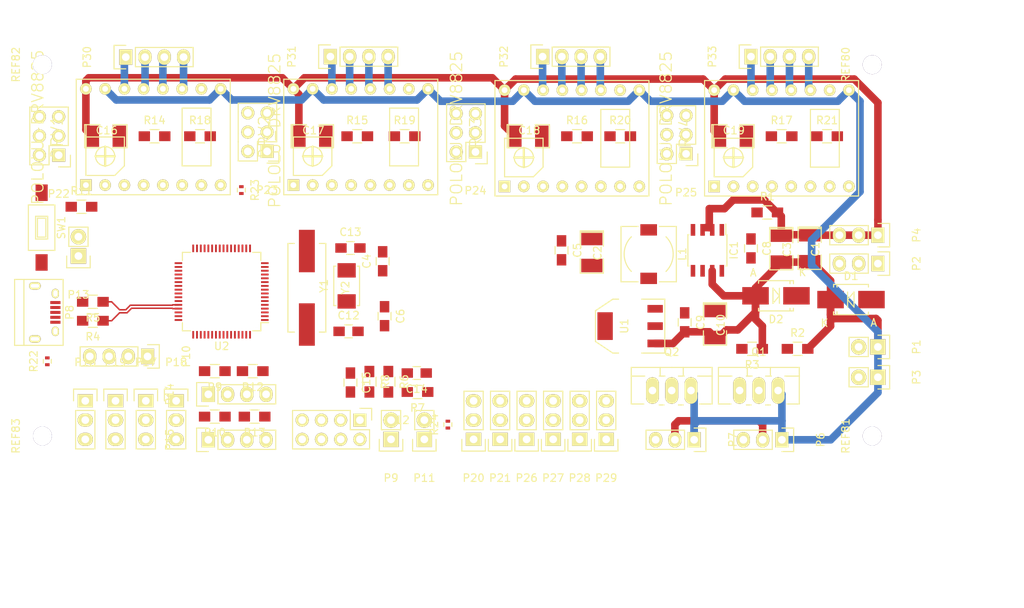
<source format=kicad_pcb>
(kicad_pcb (version 4) (host pcbnew 4.0.2+dfsg1-stable)

  (general
    (links 258)
    (no_connects 258)
    (area 79.7197 56.316416 219 138.700001)
    (thickness 1.6)
    (drawings 6)
    (tracks 169)
    (zones 0)
    (modules 92)
    (nets 94)
  )

  (page A4)
  (layers
    (0 F.Cu signal)
    (31 B.Cu signal)
    (32 B.Adhes user)
    (33 F.Adhes user)
    (34 B.Paste user)
    (35 F.Paste user)
    (36 B.SilkS user)
    (37 F.SilkS user)
    (38 B.Mask user)
    (39 F.Mask user)
    (40 Dwgs.User user)
    (41 Cmts.User user)
    (42 Eco1.User user)
    (43 Eco2.User user)
    (44 Edge.Cuts user)
    (45 Margin user)
    (46 B.CrtYd user)
    (47 F.CrtYd user)
    (48 B.Fab user)
    (49 F.Fab user)
  )

  (setup
    (last_trace_width 0.25)
    (user_trace_width 0.2)
    (user_trace_width 0.3)
    (user_trace_width 0.35)
    (user_trace_width 0.4)
    (user_trace_width 0.45)
    (user_trace_width 0.5)
    (user_trace_width 0.6)
    (user_trace_width 0.7)
    (trace_clearance 0.2)
    (zone_clearance 0.508)
    (zone_45_only no)
    (trace_min 0.2)
    (segment_width 0.2)
    (edge_width 0.15)
    (via_size 0.6)
    (via_drill 0.4)
    (via_min_size 0.4)
    (via_min_drill 0.3)
    (uvia_size 0.3)
    (uvia_drill 0.1)
    (uvias_allowed no)
    (uvia_min_size 0.2)
    (uvia_min_drill 0.1)
    (pcb_text_width 0.3)
    (pcb_text_size 1.5 1.5)
    (mod_edge_width 0.15)
    (mod_text_size 1 1)
    (mod_text_width 0.15)
    (pad_size 1.5 1.3)
    (pad_drill 0)
    (pad_to_mask_clearance 0.2)
    (aux_axis_origin 0 0)
    (visible_elements FFFFFF7F)
    (pcbplotparams
      (layerselection 0x00030_80000001)
      (usegerberextensions false)
      (excludeedgelayer true)
      (linewidth 0.100000)
      (plotframeref false)
      (viasonmask false)
      (mode 1)
      (useauxorigin false)
      (hpglpennumber 1)
      (hpglpenspeed 20)
      (hpglpendiameter 15)
      (hpglpenoverlay 2)
      (psnegative false)
      (psa4output false)
      (plotreference true)
      (plotvalue true)
      (plotinvisibletext false)
      (padsonsilk false)
      (subtractmaskfromsilk false)
      (outputformat 1)
      (mirror false)
      (drillshape 1)
      (scaleselection 1)
      (outputdirectory ""))
  )

  (net 0 "")
  (net 1 GND)
  (net 2 OSC32_OUT)
  (net 3 +5V)
  (net 4 OSC32_IN)
  (net 5 "Net-(C8-Pad1)")
  (net 6 "Net-(C8-Pad2)")
  (net 7 +3V3)
  (net 8 OSC_OUT)
  (net 9 OSC_IN)
  (net 10 MEASURE_0)
  (net 11 MEASURE_1)
  (net 12 +12V)
  (net 13 EN_X)
  (net 14 "Net-(DRV1-Pad2)")
  (net 15 "Net-(DRV1-Pad3)")
  (net 16 "Net-(DRV1-Pad4)")
  (net 17 "Net-(DRV1-Pad5)")
  (net 18 STEP_X)
  (net 19 DIR_X)
  (net 20 "Net-(DRV1-Pad11)")
  (net 21 "Net-(DRV1-Pad12)")
  (net 22 "Net-(DRV1-Pad13)")
  (net 23 "Net-(DRV1-Pad14)")
  (net 24 EN_Y)
  (net 25 "Net-(DRV2-Pad2)")
  (net 26 "Net-(DRV2-Pad3)")
  (net 27 "Net-(DRV2-Pad4)")
  (net 28 "Net-(DRV2-Pad5)")
  (net 29 STEP_Y)
  (net 30 DIR_Y)
  (net 31 "Net-(DRV2-Pad11)")
  (net 32 "Net-(DRV2-Pad12)")
  (net 33 "Net-(DRV2-Pad13)")
  (net 34 "Net-(DRV2-Pad14)")
  (net 35 EN_A)
  (net 36 "Net-(DRV3-Pad2)")
  (net 37 "Net-(DRV3-Pad3)")
  (net 38 "Net-(DRV3-Pad4)")
  (net 39 "Net-(DRV3-Pad5)")
  (net 40 STEP_A)
  (net 41 DIR_A)
  (net 42 "Net-(DRV3-Pad11)")
  (net 43 "Net-(DRV3-Pad12)")
  (net 44 "Net-(DRV3-Pad13)")
  (net 45 "Net-(DRV3-Pad14)")
  (net 46 EN_B)
  (net 47 "Net-(DRV4-Pad2)")
  (net 48 "Net-(DRV4-Pad3)")
  (net 49 "Net-(DRV4-Pad4)")
  (net 50 "Net-(DRV4-Pad5)")
  (net 51 STEP_B)
  (net 52 DIR_B)
  (net 53 "Net-(DRV4-Pad11)")
  (net 54 "Net-(DRV4-Pad12)")
  (net 55 "Net-(DRV4-Pad13)")
  (net 56 "Net-(DRV4-Pad14)")
  (net 57 "Net-(IC1-Pad4)")
  (net 58 "Net-(P6-Pad3)")
  (net 59 "Net-(P7-Pad3)")
  (net 60 "Net-(P8-Pad2)")
  (net 61 "Net-(P8-Pad3)")
  (net 62 UART1_RX)
  (net 63 UART1_TX)
  (net 64 GD1)
  (net 65 MISO)
  (net 66 MOSI)
  (net 67 SCK)
  (net 68 GD2)
  (net 69 GD3)
  (net 70 BOOT0)
  (net 71 SDA_1)
  (net 72 SCL_1)
  (net 73 SDA_2)
  (net 74 SCL_2)
  (net 75 END_X)
  (net 76 END_Y)
  (net 77 END_A)
  (net 78 END_B)
  (net 79 SERV_1)
  (net 80 SERV_2)
  (net 81 SERV_3)
  (net 82 SERV_4)
  (net 83 SERV_5)
  (net 84 SERV_6)
  (net 85 CONT_2)
  (net 86 CONT_1)
  (net 87 RESET)
  (net 88 USB_D_P)
  (net 89 USB_D_N)
  (net 90 GNDA)
  (net 91 GNDD)
  (net 92 /GND_IN)
  (net 93 +5VL)

  (net_class Default "This is the default net class."
    (clearance 0.2)
    (trace_width 0.25)
    (via_dia 0.6)
    (via_drill 0.4)
    (uvia_dia 0.3)
    (uvia_drill 0.1)
    (add_net +3V3)
    (add_net +5VL)
    (add_net BOOT0)
    (add_net CONT_1)
    (add_net CONT_2)
    (add_net DIR_A)
    (add_net DIR_B)
    (add_net DIR_X)
    (add_net DIR_Y)
    (add_net END_A)
    (add_net END_B)
    (add_net END_X)
    (add_net END_Y)
    (add_net EN_A)
    (add_net EN_B)
    (add_net EN_X)
    (add_net EN_Y)
    (add_net GD1)
    (add_net GD2)
    (add_net GD3)
    (add_net GNDA)
    (add_net GNDD)
    (add_net MEASURE_0)
    (add_net MEASURE_1)
    (add_net MISO)
    (add_net MOSI)
    (add_net "Net-(C8-Pad1)")
    (add_net "Net-(DRV1-Pad2)")
    (add_net "Net-(DRV1-Pad3)")
    (add_net "Net-(DRV1-Pad4)")
    (add_net "Net-(DRV1-Pad5)")
    (add_net "Net-(DRV2-Pad2)")
    (add_net "Net-(DRV2-Pad3)")
    (add_net "Net-(DRV2-Pad4)")
    (add_net "Net-(DRV2-Pad5)")
    (add_net "Net-(DRV3-Pad2)")
    (add_net "Net-(DRV3-Pad3)")
    (add_net "Net-(DRV3-Pad4)")
    (add_net "Net-(DRV3-Pad5)")
    (add_net "Net-(DRV4-Pad2)")
    (add_net "Net-(DRV4-Pad3)")
    (add_net "Net-(DRV4-Pad4)")
    (add_net "Net-(DRV4-Pad5)")
    (add_net "Net-(IC1-Pad4)")
    (add_net "Net-(P8-Pad2)")
    (add_net "Net-(P8-Pad3)")
    (add_net OSC32_IN)
    (add_net OSC32_OUT)
    (add_net OSC_IN)
    (add_net OSC_OUT)
    (add_net RESET)
    (add_net SCK)
    (add_net SCL_1)
    (add_net SCL_2)
    (add_net SDA_1)
    (add_net SDA_2)
    (add_net SERV_1)
    (add_net SERV_2)
    (add_net SERV_3)
    (add_net SERV_4)
    (add_net SERV_5)
    (add_net SERV_6)
    (add_net STEP_A)
    (add_net STEP_B)
    (add_net STEP_X)
    (add_net STEP_Y)
    (add_net UART1_RX)
    (add_net UART1_TX)
    (add_net USB_D_N)
    (add_net USB_D_P)
  )

  (net_class 12v ""
    (clearance 0.2)
    (trace_width 1)
    (via_dia 0.6)
    (via_drill 0.4)
    (uvia_dia 0.3)
    (uvia_drill 0.1)
    (add_net +12V)
    (add_net /GND_IN)
    (add_net GND)
    (add_net "Net-(DRV1-Pad11)")
    (add_net "Net-(DRV1-Pad12)")
    (add_net "Net-(DRV1-Pad13)")
    (add_net "Net-(DRV1-Pad14)")
    (add_net "Net-(DRV2-Pad11)")
    (add_net "Net-(DRV2-Pad12)")
    (add_net "Net-(DRV2-Pad13)")
    (add_net "Net-(DRV2-Pad14)")
    (add_net "Net-(DRV3-Pad11)")
    (add_net "Net-(DRV3-Pad12)")
    (add_net "Net-(DRV3-Pad13)")
    (add_net "Net-(DRV3-Pad14)")
    (add_net "Net-(DRV4-Pad11)")
    (add_net "Net-(DRV4-Pad12)")
    (add_net "Net-(DRV4-Pad13)")
    (add_net "Net-(DRV4-Pad14)")
    (add_net "Net-(P6-Pad3)")
    (add_net "Net-(P7-Pad3)")
  )

  (net_class 5v ""
    (clearance 0.2)
    (trace_width 0.7)
    (via_dia 0.6)
    (via_drill 0.4)
    (uvia_dia 0.3)
    (uvia_drill 0.1)
    (add_net +5V)
    (add_net "Net-(C8-Pad2)")
  )

  (module Connect:USB_Micro-B (layer F.Cu) (tedit 5543E447) (tstamp 57F28C42)
    (at 85.6447 97.693 270)
    (descr "Micro USB Type B Receptacle")
    (tags "USB USB_B USB_micro USB_OTG")
    (path /57F331F5)
    (attr smd)
    (fp_text reference P8 (at 0 -3.45 270) (layer F.SilkS)
      (effects (font (size 1 1) (thickness 0.15)))
    )
    (fp_text value USB_OTG (at 0 4.8 270) (layer F.Fab)
      (effects (font (size 1 1) (thickness 0.15)))
    )
    (fp_line (start -4.6 -2.8) (end 4.6 -2.8) (layer F.CrtYd) (width 0.05))
    (fp_line (start 4.6 -2.8) (end 4.6 4.05) (layer F.CrtYd) (width 0.05))
    (fp_line (start 4.6 4.05) (end -4.6 4.05) (layer F.CrtYd) (width 0.05))
    (fp_line (start -4.6 4.05) (end -4.6 -2.8) (layer F.CrtYd) (width 0.05))
    (fp_line (start -4.3509 3.81746) (end 4.3491 3.81746) (layer F.SilkS) (width 0.15))
    (fp_line (start -4.3509 -2.58754) (end 4.3491 -2.58754) (layer F.SilkS) (width 0.15))
    (fp_line (start 4.3491 -2.58754) (end 4.3491 3.81746) (layer F.SilkS) (width 0.15))
    (fp_line (start 4.3491 2.58746) (end -4.3509 2.58746) (layer F.SilkS) (width 0.15))
    (fp_line (start -4.3509 3.81746) (end -4.3509 -2.58754) (layer F.SilkS) (width 0.15))
    (pad 1 smd rect (at -1.3009 -1.56254) (size 1.35 0.4) (layers F.Cu F.Paste F.Mask)
      (net 93 +5VL))
    (pad 2 smd rect (at -0.6509 -1.56254) (size 1.35 0.4) (layers F.Cu F.Paste F.Mask)
      (net 60 "Net-(P8-Pad2)"))
    (pad 3 smd rect (at -0.0009 -1.56254) (size 1.35 0.4) (layers F.Cu F.Paste F.Mask)
      (net 61 "Net-(P8-Pad3)"))
    (pad 4 smd rect (at 0.6491 -1.56254) (size 1.35 0.4) (layers F.Cu F.Paste F.Mask))
    (pad 5 smd rect (at 1.2991 -1.56254) (size 1.35 0.4) (layers F.Cu F.Paste F.Mask)
      (net 90 GNDA))
    (pad 6 thru_hole oval (at -2.5009 -1.56254) (size 0.95 1.25) (drill oval 0.55 0.85) (layers *.Cu *.Mask F.SilkS)
      (net 90 GNDA))
    (pad 6 thru_hole oval (at 2.4991 -1.56254) (size 0.95 1.25) (drill oval 0.55 0.85) (layers *.Cu *.Mask F.SilkS)
      (net 90 GNDA))
    (pad 6 thru_hole oval (at -3.5009 1.13746) (size 1.55 1) (drill oval 1.15 0.5) (layers *.Cu *.Mask F.SilkS)
      (net 90 GNDA))
    (pad 6 thru_hole oval (at 3.4991 1.13746) (size 1.55 1) (drill oval 1.15 0.5) (layers *.Cu *.Mask F.SilkS)
      (net 90 GNDA))
  )

  (module SMD_Packages:SMD-1210_Pol (layer F.Cu) (tedit 0) (tstamp 57F28B2F)
    (at 186.75 89.222 270)
    (tags "CMS SM")
    (path /57F1F5A3)
    (attr smd)
    (fp_text reference C1 (at 0.127 -0.762 270) (layer F.SilkS)
      (effects (font (size 1 1) (thickness 0.15)))
    )
    (fp_text value CP (at 0 0.762 270) (layer F.Fab)
      (effects (font (size 1 1) (thickness 0.15)))
    )
    (fp_line (start -2.794 -1.524) (end -2.794 1.524) (layer F.SilkS) (width 0.15))
    (fp_line (start 0.889 1.524) (end 2.794 1.524) (layer F.SilkS) (width 0.15))
    (fp_line (start 2.794 1.524) (end 2.794 -1.524) (layer F.SilkS) (width 0.15))
    (fp_line (start 2.794 -1.524) (end 0.889 -1.524) (layer F.SilkS) (width 0.15))
    (fp_line (start -0.762 -1.524) (end -2.794 -1.524) (layer F.SilkS) (width 0.15))
    (fp_line (start -2.594 -1.524) (end -2.594 1.524) (layer F.SilkS) (width 0.15))
    (fp_line (start -2.794 1.524) (end -0.762 1.524) (layer F.SilkS) (width 0.15))
    (pad 1 smd rect (at -1.778 0 270) (size 1.778 2.794) (layers F.Cu F.Paste F.Mask)
      (net 12 +12V))
    (pad 2 smd rect (at 1.778 0 270) (size 1.778 2.794) (layers F.Cu F.Paste F.Mask)
      (net 1 GND))
    (model SMD_Packages.3dshapes/SMD-1210_Pol.wrl
      (at (xyz 0 0 0))
      (scale (xyz 0.2 0.2 0.2))
      (rotate (xyz 0 0 0))
    )
  )

  (module SMD_Packages:SMD-1210_Pol (layer F.Cu) (tedit 0) (tstamp 57F28B35)
    (at 158 89.722 270)
    (tags "CMS SM")
    (path /57F25B6E)
    (attr smd)
    (fp_text reference C2 (at 0.127 -0.762 270) (layer F.SilkS)
      (effects (font (size 1 1) (thickness 0.15)))
    )
    (fp_text value CP (at 0 0.762 270) (layer F.Fab)
      (effects (font (size 1 1) (thickness 0.15)))
    )
    (fp_line (start -2.794 -1.524) (end -2.794 1.524) (layer F.SilkS) (width 0.15))
    (fp_line (start 0.889 1.524) (end 2.794 1.524) (layer F.SilkS) (width 0.15))
    (fp_line (start 2.794 1.524) (end 2.794 -1.524) (layer F.SilkS) (width 0.15))
    (fp_line (start 2.794 -1.524) (end 0.889 -1.524) (layer F.SilkS) (width 0.15))
    (fp_line (start -0.762 -1.524) (end -2.794 -1.524) (layer F.SilkS) (width 0.15))
    (fp_line (start -2.594 -1.524) (end -2.594 1.524) (layer F.SilkS) (width 0.15))
    (fp_line (start -2.794 1.524) (end -0.762 1.524) (layer F.SilkS) (width 0.15))
    (pad 1 smd rect (at -1.778 0 270) (size 1.778 2.794) (layers F.Cu F.Paste F.Mask)
      (net 3 +5V))
    (pad 2 smd rect (at 1.778 0 270) (size 1.778 2.794) (layers F.Cu F.Paste F.Mask)
      (net 1 GND))
    (model SMD_Packages.3dshapes/SMD-1210_Pol.wrl
      (at (xyz 0 0 0))
      (scale (xyz 0.2 0.2 0.2))
      (rotate (xyz 0 0 0))
    )
  )

  (module SMD_Packages:SMD-1210_Pol (layer F.Cu) (tedit 0) (tstamp 57F28B3B)
    (at 183 89.278 270)
    (tags "CMS SM")
    (path /57F1F5A6)
    (attr smd)
    (fp_text reference C3 (at 0.127 -0.762 270) (layer F.SilkS)
      (effects (font (size 1 1) (thickness 0.15)))
    )
    (fp_text value CP (at 0 0.762 270) (layer F.Fab)
      (effects (font (size 1 1) (thickness 0.15)))
    )
    (fp_line (start -2.794 -1.524) (end -2.794 1.524) (layer F.SilkS) (width 0.15))
    (fp_line (start 0.889 1.524) (end 2.794 1.524) (layer F.SilkS) (width 0.15))
    (fp_line (start 2.794 1.524) (end 2.794 -1.524) (layer F.SilkS) (width 0.15))
    (fp_line (start 2.794 -1.524) (end 0.889 -1.524) (layer F.SilkS) (width 0.15))
    (fp_line (start -0.762 -1.524) (end -2.794 -1.524) (layer F.SilkS) (width 0.15))
    (fp_line (start -2.594 -1.524) (end -2.594 1.524) (layer F.SilkS) (width 0.15))
    (fp_line (start -2.794 1.524) (end -0.762 1.524) (layer F.SilkS) (width 0.15))
    (pad 1 smd rect (at -1.778 0 270) (size 1.778 2.794) (layers F.Cu F.Paste F.Mask)
      (net 12 +12V))
    (pad 2 smd rect (at 1.778 0 270) (size 1.778 2.794) (layers F.Cu F.Paste F.Mask)
      (net 1 GND))
    (model SMD_Packages.3dshapes/SMD-1210_Pol.wrl
      (at (xyz 0 0 0))
      (scale (xyz 0.2 0.2 0.2))
      (rotate (xyz 0 0 0))
    )
  )

  (module Capacitors_SMD:C_0805_HandSoldering (layer F.Cu) (tedit 541A9B8D) (tstamp 57F28B41)
    (at 130.395 90.9427 90)
    (descr "Capacitor SMD 0805, hand soldering")
    (tags "capacitor 0805")
    (path /57F3320E)
    (attr smd)
    (fp_text reference C4 (at 0 -2.1 90) (layer F.SilkS)
      (effects (font (size 1 1) (thickness 0.15)))
    )
    (fp_text value 10p (at 0 2.1 90) (layer F.Fab)
      (effects (font (size 1 1) (thickness 0.15)))
    )
    (fp_line (start -2.3 -1) (end 2.3 -1) (layer F.CrtYd) (width 0.05))
    (fp_line (start -2.3 1) (end 2.3 1) (layer F.CrtYd) (width 0.05))
    (fp_line (start -2.3 -1) (end -2.3 1) (layer F.CrtYd) (width 0.05))
    (fp_line (start 2.3 -1) (end 2.3 1) (layer F.CrtYd) (width 0.05))
    (fp_line (start 0.5 -0.85) (end -0.5 -0.85) (layer F.SilkS) (width 0.15))
    (fp_line (start -0.5 0.85) (end 0.5 0.85) (layer F.SilkS) (width 0.15))
    (pad 1 smd rect (at -1.25 0 90) (size 1.5 1.25) (layers F.Cu F.Paste F.Mask)
      (net 2 OSC32_OUT))
    (pad 2 smd rect (at 1.25 0 90) (size 1.5 1.25) (layers F.Cu F.Paste F.Mask)
      (net 91 GNDD))
    (model Capacitors_SMD.3dshapes/C_0805_HandSoldering.wrl
      (at (xyz 0 0 0))
      (scale (xyz 1 1 1))
      (rotate (xyz 0 0 0))
    )
  )

  (module Capacitors_SMD:C_0805_HandSoldering (layer F.Cu) (tedit 541A9B8D) (tstamp 57F28B47)
    (at 154 89.5 270)
    (descr "Capacitor SMD 0805, hand soldering")
    (tags "capacitor 0805")
    (path /57F1F5A1)
    (attr smd)
    (fp_text reference C5 (at 0 -2.1 270) (layer F.SilkS)
      (effects (font (size 1 1) (thickness 0.15)))
    )
    (fp_text value C (at 0 2.1 270) (layer F.Fab)
      (effects (font (size 1 1) (thickness 0.15)))
    )
    (fp_line (start -2.3 -1) (end 2.3 -1) (layer F.CrtYd) (width 0.05))
    (fp_line (start -2.3 1) (end 2.3 1) (layer F.CrtYd) (width 0.05))
    (fp_line (start -2.3 -1) (end -2.3 1) (layer F.CrtYd) (width 0.05))
    (fp_line (start 2.3 -1) (end 2.3 1) (layer F.CrtYd) (width 0.05))
    (fp_line (start 0.5 -0.85) (end -0.5 -0.85) (layer F.SilkS) (width 0.15))
    (fp_line (start -0.5 0.85) (end 0.5 0.85) (layer F.SilkS) (width 0.15))
    (pad 1 smd rect (at -1.25 0 270) (size 1.5 1.25) (layers F.Cu F.Paste F.Mask)
      (net 3 +5V))
    (pad 2 smd rect (at 1.25 0 270) (size 1.5 1.25) (layers F.Cu F.Paste F.Mask)
      (net 1 GND))
    (model Capacitors_SMD.3dshapes/C_0805_HandSoldering.wrl
      (at (xyz 0 0 0))
      (scale (xyz 1 1 1))
      (rotate (xyz 0 0 0))
    )
  )

  (module Capacitors_SMD:C_0805_HandSoldering (layer F.Cu) (tedit 541A9B8D) (tstamp 57F28B4D)
    (at 130.645 98.1927 270)
    (descr "Capacitor SMD 0805, hand soldering")
    (tags "capacitor 0805")
    (path /57F3320F)
    (attr smd)
    (fp_text reference C6 (at 0 -2.1 270) (layer F.SilkS)
      (effects (font (size 1 1) (thickness 0.15)))
    )
    (fp_text value 10p (at 0 2.1 270) (layer F.Fab)
      (effects (font (size 1 1) (thickness 0.15)))
    )
    (fp_line (start -2.3 -1) (end 2.3 -1) (layer F.CrtYd) (width 0.05))
    (fp_line (start -2.3 1) (end 2.3 1) (layer F.CrtYd) (width 0.05))
    (fp_line (start -2.3 -1) (end -2.3 1) (layer F.CrtYd) (width 0.05))
    (fp_line (start 2.3 -1) (end 2.3 1) (layer F.CrtYd) (width 0.05))
    (fp_line (start 0.5 -0.85) (end -0.5 -0.85) (layer F.SilkS) (width 0.15))
    (fp_line (start -0.5 0.85) (end 0.5 0.85) (layer F.SilkS) (width 0.15))
    (pad 1 smd rect (at -1.25 0 270) (size 1.5 1.25) (layers F.Cu F.Paste F.Mask)
      (net 4 OSC32_IN))
    (pad 2 smd rect (at 1.25 0 270) (size 1.5 1.25) (layers F.Cu F.Paste F.Mask)
      (net 91 GNDD))
    (model Capacitors_SMD.3dshapes/C_0805_HandSoldering.wrl
      (at (xyz 0 0 0))
      (scale (xyz 1 1 1))
      (rotate (xyz 0 0 0))
    )
  )

  (module Capacitors_SMD:C_0805_HandSoldering (layer F.Cu) (tedit 541A9B8D) (tstamp 57F28B59)
    (at 179 89.25 270)
    (descr "Capacitor SMD 0805, hand soldering")
    (tags "capacitor 0805")
    (path /57F1F593)
    (attr smd)
    (fp_text reference C8 (at 0 -2.1 270) (layer F.SilkS)
      (effects (font (size 1 1) (thickness 0.15)))
    )
    (fp_text value 0.1uf (at 0 2.1 270) (layer F.Fab)
      (effects (font (size 1 1) (thickness 0.15)))
    )
    (fp_line (start -2.3 -1) (end 2.3 -1) (layer F.CrtYd) (width 0.05))
    (fp_line (start -2.3 1) (end 2.3 1) (layer F.CrtYd) (width 0.05))
    (fp_line (start -2.3 -1) (end -2.3 1) (layer F.CrtYd) (width 0.05))
    (fp_line (start 2.3 -1) (end 2.3 1) (layer F.CrtYd) (width 0.05))
    (fp_line (start 0.5 -0.85) (end -0.5 -0.85) (layer F.SilkS) (width 0.15))
    (fp_line (start -0.5 0.85) (end 0.5 0.85) (layer F.SilkS) (width 0.15))
    (pad 1 smd rect (at -1.25 0 270) (size 1.5 1.25) (layers F.Cu F.Paste F.Mask)
      (net 5 "Net-(C8-Pad1)"))
    (pad 2 smd rect (at 1.25 0 270) (size 1.5 1.25) (layers F.Cu F.Paste F.Mask)
      (net 6 "Net-(C8-Pad2)"))
    (model Capacitors_SMD.3dshapes/C_0805_HandSoldering.wrl
      (at (xyz 0 0 0))
      (scale (xyz 1 1 1))
      (rotate (xyz 0 0 0))
    )
  )

  (module Capacitors_SMD:C_0805_HandSoldering (layer F.Cu) (tedit 541A9B8D) (tstamp 57F28B5F)
    (at 170.25 99 270)
    (descr "Capacitor SMD 0805, hand soldering")
    (tags "capacitor 0805")
    (path /57F1F5A2)
    (attr smd)
    (fp_text reference C9 (at 0 -2.1 270) (layer F.SilkS)
      (effects (font (size 1 1) (thickness 0.15)))
    )
    (fp_text value C (at 0 2.1 270) (layer F.Fab)
      (effects (font (size 1 1) (thickness 0.15)))
    )
    (fp_line (start -2.3 -1) (end 2.3 -1) (layer F.CrtYd) (width 0.05))
    (fp_line (start -2.3 1) (end 2.3 1) (layer F.CrtYd) (width 0.05))
    (fp_line (start -2.3 -1) (end -2.3 1) (layer F.CrtYd) (width 0.05))
    (fp_line (start 2.3 -1) (end 2.3 1) (layer F.CrtYd) (width 0.05))
    (fp_line (start 0.5 -0.85) (end -0.5 -0.85) (layer F.SilkS) (width 0.15))
    (fp_line (start -0.5 0.85) (end 0.5 0.85) (layer F.SilkS) (width 0.15))
    (pad 1 smd rect (at -1.25 0 270) (size 1.5 1.25) (layers F.Cu F.Paste F.Mask)
      (net 7 +3V3))
    (pad 2 smd rect (at 1.25 0 270) (size 1.5 1.25) (layers F.Cu F.Paste F.Mask)
      (net 1 GND))
    (model Capacitors_SMD.3dshapes/C_0805_HandSoldering.wrl
      (at (xyz 0 0 0))
      (scale (xyz 1 1 1))
      (rotate (xyz 0 0 0))
    )
  )

  (module SMD_Packages:SMD-1210_Pol (layer F.Cu) (tedit 0) (tstamp 57F28B65)
    (at 174.25 99.222 270)
    (tags "CMS SM")
    (path /57F2602E)
    (attr smd)
    (fp_text reference C10 (at 0.127 -0.762 270) (layer F.SilkS)
      (effects (font (size 1 1) (thickness 0.15)))
    )
    (fp_text value CP (at 0 0.762 270) (layer F.Fab)
      (effects (font (size 1 1) (thickness 0.15)))
    )
    (fp_line (start -2.794 -1.524) (end -2.794 1.524) (layer F.SilkS) (width 0.15))
    (fp_line (start 0.889 1.524) (end 2.794 1.524) (layer F.SilkS) (width 0.15))
    (fp_line (start 2.794 1.524) (end 2.794 -1.524) (layer F.SilkS) (width 0.15))
    (fp_line (start 2.794 -1.524) (end 0.889 -1.524) (layer F.SilkS) (width 0.15))
    (fp_line (start -0.762 -1.524) (end -2.794 -1.524) (layer F.SilkS) (width 0.15))
    (fp_line (start -2.594 -1.524) (end -2.594 1.524) (layer F.SilkS) (width 0.15))
    (fp_line (start -2.794 1.524) (end -0.762 1.524) (layer F.SilkS) (width 0.15))
    (pad 1 smd rect (at -1.778 0 270) (size 1.778 2.794) (layers F.Cu F.Paste F.Mask)
      (net 7 +3V3))
    (pad 2 smd rect (at 1.778 0 270) (size 1.778 2.794) (layers F.Cu F.Paste F.Mask)
      (net 1 GND))
    (model SMD_Packages.3dshapes/SMD-1210_Pol.wrl
      (at (xyz 0 0 0))
      (scale (xyz 0.2 0.2 0.2))
      (rotate (xyz 0 0 0))
    )
  )

  (module Capacitors_SMD:C_0805_HandSoldering (layer F.Cu) (tedit 541A9B8D) (tstamp 57F28B71)
    (at 125.895 100.193)
    (descr "Capacitor SMD 0805, hand soldering")
    (tags "capacitor 0805")
    (path /57F3320B)
    (attr smd)
    (fp_text reference C12 (at 0 -2.1) (layer F.SilkS)
      (effects (font (size 1 1) (thickness 0.15)))
    )
    (fp_text value 20p (at 0 2.1) (layer F.Fab)
      (effects (font (size 1 1) (thickness 0.15)))
    )
    (fp_line (start -2.3 -1) (end 2.3 -1) (layer F.CrtYd) (width 0.05))
    (fp_line (start -2.3 1) (end 2.3 1) (layer F.CrtYd) (width 0.05))
    (fp_line (start -2.3 -1) (end -2.3 1) (layer F.CrtYd) (width 0.05))
    (fp_line (start 2.3 -1) (end 2.3 1) (layer F.CrtYd) (width 0.05))
    (fp_line (start 0.5 -0.85) (end -0.5 -0.85) (layer F.SilkS) (width 0.15))
    (fp_line (start -0.5 0.85) (end 0.5 0.85) (layer F.SilkS) (width 0.15))
    (pad 1 smd rect (at -1.25 0) (size 1.5 1.25) (layers F.Cu F.Paste F.Mask)
      (net 8 OSC_OUT))
    (pad 2 smd rect (at 1.25 0) (size 1.5 1.25) (layers F.Cu F.Paste F.Mask)
      (net 91 GNDD))
    (model Capacitors_SMD.3dshapes/C_0805_HandSoldering.wrl
      (at (xyz 0 0 0))
      (scale (xyz 1 1 1))
      (rotate (xyz 0 0 0))
    )
  )

  (module Capacitors_SMD:C_0805_HandSoldering (layer F.Cu) (tedit 541A9B8D) (tstamp 57F28B77)
    (at 126.145 89.1927)
    (descr "Capacitor SMD 0805, hand soldering")
    (tags "capacitor 0805")
    (path /57F3320C)
    (attr smd)
    (fp_text reference C13 (at 0 -2.1) (layer F.SilkS)
      (effects (font (size 1 1) (thickness 0.15)))
    )
    (fp_text value 20p (at 0 2.1) (layer F.Fab)
      (effects (font (size 1 1) (thickness 0.15)))
    )
    (fp_line (start -2.3 -1) (end 2.3 -1) (layer F.CrtYd) (width 0.05))
    (fp_line (start -2.3 1) (end 2.3 1) (layer F.CrtYd) (width 0.05))
    (fp_line (start -2.3 -1) (end -2.3 1) (layer F.CrtYd) (width 0.05))
    (fp_line (start 2.3 -1) (end 2.3 1) (layer F.CrtYd) (width 0.05))
    (fp_line (start 0.5 -0.85) (end -0.5 -0.85) (layer F.SilkS) (width 0.15))
    (fp_line (start -0.5 0.85) (end 0.5 0.85) (layer F.SilkS) (width 0.15))
    (pad 1 smd rect (at -1.25 0) (size 1.5 1.25) (layers F.Cu F.Paste F.Mask)
      (net 9 OSC_IN))
    (pad 2 smd rect (at 1.25 0) (size 1.5 1.25) (layers F.Cu F.Paste F.Mask)
      (net 91 GNDD))
    (model Capacitors_SMD.3dshapes/C_0805_HandSoldering.wrl
      (at (xyz 0 0 0))
      (scale (xyz 1 1 1))
      (rotate (xyz 0 0 0))
    )
  )

  (module Capacitors_SMD:C_0805_HandSoldering (layer F.Cu) (tedit 541A9B8D) (tstamp 57F28B7D)
    (at 134.895 105.693 180)
    (descr "Capacitor SMD 0805, hand soldering")
    (tags "capacitor 0805")
    (path /57F4D3D3)
    (attr smd)
    (fp_text reference C14 (at 0 -2.1 180) (layer F.SilkS)
      (effects (font (size 1 1) (thickness 0.15)))
    )
    (fp_text value C (at 0 2.1 180) (layer F.Fab)
      (effects (font (size 1 1) (thickness 0.15)))
    )
    (fp_line (start -2.3 -1) (end 2.3 -1) (layer F.CrtYd) (width 0.05))
    (fp_line (start -2.3 1) (end 2.3 1) (layer F.CrtYd) (width 0.05))
    (fp_line (start -2.3 -1) (end -2.3 1) (layer F.CrtYd) (width 0.05))
    (fp_line (start 2.3 -1) (end 2.3 1) (layer F.CrtYd) (width 0.05))
    (fp_line (start 0.5 -0.85) (end -0.5 -0.85) (layer F.SilkS) (width 0.15))
    (fp_line (start -0.5 0.85) (end 0.5 0.85) (layer F.SilkS) (width 0.15))
    (pad 1 smd rect (at -1.25 0 180) (size 1.5 1.25) (layers F.Cu F.Paste F.Mask)
      (net 10 MEASURE_0))
    (pad 2 smd rect (at 1.25 0 180) (size 1.5 1.25) (layers F.Cu F.Paste F.Mask)
      (net 1 GND))
    (model Capacitors_SMD.3dshapes/C_0805_HandSoldering.wrl
      (at (xyz 0 0 0))
      (scale (xyz 1 1 1))
      (rotate (xyz 0 0 0))
    )
  )

  (module Capacitors_SMD:C_0805_HandSoldering (layer F.Cu) (tedit 541A9B8D) (tstamp 57F28B83)
    (at 126.145 106.943 270)
    (descr "Capacitor SMD 0805, hand soldering")
    (tags "capacitor 0805")
    (path /57F4ED96)
    (attr smd)
    (fp_text reference C15 (at 0 -2.1 270) (layer F.SilkS)
      (effects (font (size 1 1) (thickness 0.15)))
    )
    (fp_text value C (at 0 2.1 270) (layer F.Fab)
      (effects (font (size 1 1) (thickness 0.15)))
    )
    (fp_line (start -2.3 -1) (end 2.3 -1) (layer F.CrtYd) (width 0.05))
    (fp_line (start -2.3 1) (end 2.3 1) (layer F.CrtYd) (width 0.05))
    (fp_line (start -2.3 -1) (end -2.3 1) (layer F.CrtYd) (width 0.05))
    (fp_line (start 2.3 -1) (end 2.3 1) (layer F.CrtYd) (width 0.05))
    (fp_line (start 0.5 -0.85) (end -0.5 -0.85) (layer F.SilkS) (width 0.15))
    (fp_line (start -0.5 0.85) (end 0.5 0.85) (layer F.SilkS) (width 0.15))
    (pad 1 smd rect (at -1.25 0 270) (size 1.5 1.25) (layers F.Cu F.Paste F.Mask)
      (net 11 MEASURE_1))
    (pad 2 smd rect (at 1.25 0 270) (size 1.5 1.25) (layers F.Cu F.Paste F.Mask)
      (net 1 GND))
    (model Capacitors_SMD.3dshapes/C_0805_HandSoldering.wrl
      (at (xyz 0 0 0))
      (scale (xyz 1 1 1))
      (rotate (xyz 0 0 0))
    )
  )

  (module SMD_Packages:SMD-1210_Pol (layer F.Cu) (tedit 0) (tstamp 57F28B89)
    (at 93.8667 74.4427)
    (tags "CMS SM")
    (path /57F16386)
    (attr smd)
    (fp_text reference C16 (at 0.127 -0.762) (layer F.SilkS)
      (effects (font (size 1 1) (thickness 0.15)))
    )
    (fp_text value CP (at 0 0.762) (layer F.Fab)
      (effects (font (size 1 1) (thickness 0.15)))
    )
    (fp_line (start -2.794 -1.524) (end -2.794 1.524) (layer F.SilkS) (width 0.15))
    (fp_line (start 0.889 1.524) (end 2.794 1.524) (layer F.SilkS) (width 0.15))
    (fp_line (start 2.794 1.524) (end 2.794 -1.524) (layer F.SilkS) (width 0.15))
    (fp_line (start 2.794 -1.524) (end 0.889 -1.524) (layer F.SilkS) (width 0.15))
    (fp_line (start -0.762 -1.524) (end -2.794 -1.524) (layer F.SilkS) (width 0.15))
    (fp_line (start -2.594 -1.524) (end -2.594 1.524) (layer F.SilkS) (width 0.15))
    (fp_line (start -2.794 1.524) (end -0.762 1.524) (layer F.SilkS) (width 0.15))
    (pad 1 smd rect (at -1.778 0) (size 1.778 2.794) (layers F.Cu F.Paste F.Mask)
      (net 12 +12V))
    (pad 2 smd rect (at 1.778 0) (size 1.778 2.794) (layers F.Cu F.Paste F.Mask)
      (net 1 GND))
    (model SMD_Packages.3dshapes/SMD-1210_Pol.wrl
      (at (xyz 0 0 0))
      (scale (xyz 0.2 0.2 0.2))
      (rotate (xyz 0 0 0))
    )
  )

  (module SMD_Packages:SMD-1210_Pol (layer F.Cu) (tedit 0) (tstamp 57F28B8F)
    (at 121.117 74.4427)
    (tags "CMS SM")
    (path /57F2B942)
    (attr smd)
    (fp_text reference C17 (at 0.127 -0.762) (layer F.SilkS)
      (effects (font (size 1 1) (thickness 0.15)))
    )
    (fp_text value CP (at 0 0.762) (layer F.Fab)
      (effects (font (size 1 1) (thickness 0.15)))
    )
    (fp_line (start -2.794 -1.524) (end -2.794 1.524) (layer F.SilkS) (width 0.15))
    (fp_line (start 0.889 1.524) (end 2.794 1.524) (layer F.SilkS) (width 0.15))
    (fp_line (start 2.794 1.524) (end 2.794 -1.524) (layer F.SilkS) (width 0.15))
    (fp_line (start 2.794 -1.524) (end 0.889 -1.524) (layer F.SilkS) (width 0.15))
    (fp_line (start -0.762 -1.524) (end -2.794 -1.524) (layer F.SilkS) (width 0.15))
    (fp_line (start -2.594 -1.524) (end -2.594 1.524) (layer F.SilkS) (width 0.15))
    (fp_line (start -2.794 1.524) (end -0.762 1.524) (layer F.SilkS) (width 0.15))
    (pad 1 smd rect (at -1.778 0) (size 1.778 2.794) (layers F.Cu F.Paste F.Mask)
      (net 12 +12V))
    (pad 2 smd rect (at 1.778 0) (size 1.778 2.794) (layers F.Cu F.Paste F.Mask)
      (net 1 GND))
    (model SMD_Packages.3dshapes/SMD-1210_Pol.wrl
      (at (xyz 0 0 0))
      (scale (xyz 0.2 0.2 0.2))
      (rotate (xyz 0 0 0))
    )
  )

  (module SMD_Packages:SMD-1210_Pol (layer F.Cu) (tedit 0) (tstamp 57F28B95)
    (at 149.617 74.4427)
    (tags "CMS SM")
    (path /57F2BB61)
    (attr smd)
    (fp_text reference C18 (at 0.127 -0.762) (layer F.SilkS)
      (effects (font (size 1 1) (thickness 0.15)))
    )
    (fp_text value CP (at 0 0.762) (layer F.Fab)
      (effects (font (size 1 1) (thickness 0.15)))
    )
    (fp_line (start -2.794 -1.524) (end -2.794 1.524) (layer F.SilkS) (width 0.15))
    (fp_line (start 0.889 1.524) (end 2.794 1.524) (layer F.SilkS) (width 0.15))
    (fp_line (start 2.794 1.524) (end 2.794 -1.524) (layer F.SilkS) (width 0.15))
    (fp_line (start 2.794 -1.524) (end 0.889 -1.524) (layer F.SilkS) (width 0.15))
    (fp_line (start -0.762 -1.524) (end -2.794 -1.524) (layer F.SilkS) (width 0.15))
    (fp_line (start -2.594 -1.524) (end -2.594 1.524) (layer F.SilkS) (width 0.15))
    (fp_line (start -2.794 1.524) (end -0.762 1.524) (layer F.SilkS) (width 0.15))
    (pad 1 smd rect (at -1.778 0) (size 1.778 2.794) (layers F.Cu F.Paste F.Mask)
      (net 12 +12V))
    (pad 2 smd rect (at 1.778 0) (size 1.778 2.794) (layers F.Cu F.Paste F.Mask)
      (net 1 GND))
    (model SMD_Packages.3dshapes/SMD-1210_Pol.wrl
      (at (xyz 0 0 0))
      (scale (xyz 0.2 0.2 0.2))
      (rotate (xyz 0 0 0))
    )
  )

  (module SMD_Packages:SMD-1210_Pol (layer F.Cu) (tedit 0) (tstamp 57F28B9B)
    (at 176.617 74.4427)
    (tags "CMS SM")
    (path /57F2BFF6)
    (attr smd)
    (fp_text reference C19 (at 0.127 -0.762) (layer F.SilkS)
      (effects (font (size 1 1) (thickness 0.15)))
    )
    (fp_text value CP (at 0 0.762) (layer F.Fab)
      (effects (font (size 1 1) (thickness 0.15)))
    )
    (fp_line (start -2.794 -1.524) (end -2.794 1.524) (layer F.SilkS) (width 0.15))
    (fp_line (start 0.889 1.524) (end 2.794 1.524) (layer F.SilkS) (width 0.15))
    (fp_line (start 2.794 1.524) (end 2.794 -1.524) (layer F.SilkS) (width 0.15))
    (fp_line (start 2.794 -1.524) (end 0.889 -1.524) (layer F.SilkS) (width 0.15))
    (fp_line (start -0.762 -1.524) (end -2.794 -1.524) (layer F.SilkS) (width 0.15))
    (fp_line (start -2.594 -1.524) (end -2.594 1.524) (layer F.SilkS) (width 0.15))
    (fp_line (start -2.794 1.524) (end -0.762 1.524) (layer F.SilkS) (width 0.15))
    (pad 1 smd rect (at -1.778 0) (size 1.778 2.794) (layers F.Cu F.Paste F.Mask)
      (net 12 +12V))
    (pad 2 smd rect (at 1.778 0) (size 1.778 2.794) (layers F.Cu F.Paste F.Mask)
      (net 1 GND))
    (model SMD_Packages.3dshapes/SMD-1210_Pol.wrl
      (at (xyz 0 0 0))
      (scale (xyz 0.2 0.2 0.2))
      (rotate (xyz 0 0 0))
    )
  )

  (module Diodes_SMD:SMB_Handsoldering (layer F.Cu) (tedit 552FF2F0) (tstamp 57F28BA1)
    (at 192.2 96)
    (descr "Diode SMB Handsoldering")
    (tags "Diode SMB Handsoldering")
    (path /57F26F7E)
    (attr smd)
    (fp_text reference D1 (at 0 -3.1) (layer F.SilkS)
      (effects (font (size 1 1) (thickness 0.15)))
    )
    (fp_text value D (at 0.1 4.75) (layer F.Fab)
      (effects (font (size 1 1) (thickness 0.15)))
    )
    (fp_line (start -4.7 -2.25) (end 4.7 -2.25) (layer F.CrtYd) (width 0.05))
    (fp_line (start 4.7 -2.25) (end 4.7 2.25) (layer F.CrtYd) (width 0.05))
    (fp_line (start 4.7 2.25) (end -4.7 2.25) (layer F.CrtYd) (width 0.05))
    (fp_line (start -4.7 2.25) (end -4.7 -2.25) (layer F.CrtYd) (width 0.05))
    (fp_line (start -0.44958 0) (end 0.39878 -1.00076) (layer F.SilkS) (width 0.15))
    (fp_line (start 0.39878 -1.00076) (end 0.39878 1.00076) (layer F.SilkS) (width 0.15))
    (fp_line (start 0.39878 1.00076) (end -0.44958 0) (layer F.SilkS) (width 0.15))
    (fp_line (start -0.44958 0) (end -0.44958 1.00076) (layer F.SilkS) (width 0.15))
    (fp_line (start -0.44958 0) (end -0.44958 -1.00076) (layer F.SilkS) (width 0.15))
    (fp_text user K (at -3.5 3.1) (layer F.SilkS)
      (effects (font (size 1 1) (thickness 0.15)))
    )
    (fp_text user A (at 3 3.05) (layer F.SilkS)
      (effects (font (size 1 1) (thickness 0.15)))
    )
    (fp_line (start -2.30632 1.8) (end -2.30632 1.6002) (layer F.SilkS) (width 0.15))
    (fp_line (start -1.84928 1.8) (end -1.84928 1.601) (layer F.SilkS) (width 0.15))
    (fp_line (start 2.30124 1.8) (end 2.30124 1.651) (layer F.SilkS) (width 0.15))
    (fp_line (start -2.30124 -1.8) (end -2.30124 -1.651) (layer F.SilkS) (width 0.15))
    (fp_line (start -1.84928 -1.8) (end -1.84928 -1.651) (layer F.SilkS) (width 0.15))
    (fp_line (start 2.30124 -1.8) (end 2.30124 -1.651) (layer F.SilkS) (width 0.15))
    (fp_line (start -1.84928 1.94898) (end -1.84928 1.75086) (layer F.SilkS) (width 0.15))
    (fp_line (start -1.84928 -1.99898) (end -1.84928 -1.80086) (layer F.SilkS) (width 0.15))
    (fp_line (start 2.29616 1.99644) (end 2.29616 1.79832) (layer F.SilkS) (width 0.15))
    (fp_line (start -2.30632 1.99644) (end 2.29616 1.99644) (layer F.SilkS) (width 0.15))
    (fp_line (start -2.30632 1.99644) (end -2.30632 1.79832) (layer F.SilkS) (width 0.15))
    (fp_line (start -2.30124 -1.99898) (end -2.30124 -1.80086) (layer F.SilkS) (width 0.15))
    (fp_line (start -2.30124 -1.99898) (end 2.30124 -1.99898) (layer F.SilkS) (width 0.15))
    (fp_line (start 2.30124 -1.99898) (end 2.30124 -1.80086) (layer F.SilkS) (width 0.15))
    (pad 1 smd rect (at -2.70002 0) (size 3.50012 2.30124) (layers F.Cu F.Paste F.Mask)
      (net 1 GND))
    (pad 2 smd rect (at 2.70002 0) (size 3.50012 2.30124) (layers F.Cu F.Paste F.Mask)
      (net 92 /GND_IN))
    (model Diodes_SMD.3dshapes/SMB_Handsoldering.wrl
      (at (xyz 0 0 0))
      (scale (xyz 0.3937 0.3937 0.3937))
      (rotate (xyz 0 0 180))
    )
  )

  (module Diodes_SMD:SMB_Handsoldering (layer F.Cu) (tedit 552FF2F0) (tstamp 57F28BA7)
    (at 182.3 95.5 180)
    (descr "Diode SMB Handsoldering")
    (tags "Diode SMB Handsoldering")
    (path /57F1F596)
    (attr smd)
    (fp_text reference D2 (at 0 -3.1 180) (layer F.SilkS)
      (effects (font (size 1 1) (thickness 0.15)))
    )
    (fp_text value D (at 0.1 4.75 180) (layer F.Fab)
      (effects (font (size 1 1) (thickness 0.15)))
    )
    (fp_line (start -4.7 -2.25) (end 4.7 -2.25) (layer F.CrtYd) (width 0.05))
    (fp_line (start 4.7 -2.25) (end 4.7 2.25) (layer F.CrtYd) (width 0.05))
    (fp_line (start 4.7 2.25) (end -4.7 2.25) (layer F.CrtYd) (width 0.05))
    (fp_line (start -4.7 2.25) (end -4.7 -2.25) (layer F.CrtYd) (width 0.05))
    (fp_line (start -0.44958 0) (end 0.39878 -1.00076) (layer F.SilkS) (width 0.15))
    (fp_line (start 0.39878 -1.00076) (end 0.39878 1.00076) (layer F.SilkS) (width 0.15))
    (fp_line (start 0.39878 1.00076) (end -0.44958 0) (layer F.SilkS) (width 0.15))
    (fp_line (start -0.44958 0) (end -0.44958 1.00076) (layer F.SilkS) (width 0.15))
    (fp_line (start -0.44958 0) (end -0.44958 -1.00076) (layer F.SilkS) (width 0.15))
    (fp_text user K (at -3.5 3.1 180) (layer F.SilkS)
      (effects (font (size 1 1) (thickness 0.15)))
    )
    (fp_text user A (at 3 3.05 180) (layer F.SilkS)
      (effects (font (size 1 1) (thickness 0.15)))
    )
    (fp_line (start -2.30632 1.8) (end -2.30632 1.6002) (layer F.SilkS) (width 0.15))
    (fp_line (start -1.84928 1.8) (end -1.84928 1.601) (layer F.SilkS) (width 0.15))
    (fp_line (start 2.30124 1.8) (end 2.30124 1.651) (layer F.SilkS) (width 0.15))
    (fp_line (start -2.30124 -1.8) (end -2.30124 -1.651) (layer F.SilkS) (width 0.15))
    (fp_line (start -1.84928 -1.8) (end -1.84928 -1.651) (layer F.SilkS) (width 0.15))
    (fp_line (start 2.30124 -1.8) (end 2.30124 -1.651) (layer F.SilkS) (width 0.15))
    (fp_line (start -1.84928 1.94898) (end -1.84928 1.75086) (layer F.SilkS) (width 0.15))
    (fp_line (start -1.84928 -1.99898) (end -1.84928 -1.80086) (layer F.SilkS) (width 0.15))
    (fp_line (start 2.29616 1.99644) (end 2.29616 1.79832) (layer F.SilkS) (width 0.15))
    (fp_line (start -2.30632 1.99644) (end 2.29616 1.99644) (layer F.SilkS) (width 0.15))
    (fp_line (start -2.30632 1.99644) (end -2.30632 1.79832) (layer F.SilkS) (width 0.15))
    (fp_line (start -2.30124 -1.99898) (end -2.30124 -1.80086) (layer F.SilkS) (width 0.15))
    (fp_line (start -2.30124 -1.99898) (end 2.30124 -1.99898) (layer F.SilkS) (width 0.15))
    (fp_line (start 2.30124 -1.99898) (end 2.30124 -1.80086) (layer F.SilkS) (width 0.15))
    (pad 1 smd rect (at -2.70002 0 180) (size 3.50012 2.30124) (layers F.Cu F.Paste F.Mask)
      (net 6 "Net-(C8-Pad2)"))
    (pad 2 smd rect (at 2.70002 0 180) (size 3.50012 2.30124) (layers F.Cu F.Paste F.Mask)
      (net 1 GND))
    (model Diodes_SMD.3dshapes/SMB_Handsoldering.wrl
      (at (xyz 0 0 0))
      (scale (xyz 0.3937 0.3937 0.3937))
      (rotate (xyz 0 0 180))
    )
  )

  (module POLOLU-DRV8825:POLOLU-DRV8825 (layer F.Cu) (tedit 55F47BD3) (tstamp 57F28BBB)
    (at 101.395 73.2727 90)
    (path /57F14BEA)
    (fp_text reference DRV1 (at -1.27 -13.97 90) (layer F.SilkS)
      (effects (font (size 1.5 1.5) (thickness 0.15)))
    )
    (fp_text value POLOLU-DRV8825 (at 0 -16.51 90) (layer F.SilkS)
      (effects (font (size 1.5 1.5) (thickness 0.15)))
    )
    (fp_circle (center -3.81 -7.62) (end -2.54 -7.62) (layer F.SilkS) (width 0.15))
    (fp_line (start -6.35 -10.16) (end -1.27 -10.16) (layer F.SilkS) (width 0.15))
    (fp_line (start -1.27 -10.16) (end -1.27 -5.08) (layer F.SilkS) (width 0.15))
    (fp_line (start -1.27 -5.08) (end -5.08 -5.08) (layer F.SilkS) (width 0.15))
    (fp_line (start -5.08 -5.08) (end -6.35 -6.35) (layer F.SilkS) (width 0.15))
    (fp_line (start -6.35 -6.35) (end -6.35 -10.16) (layer F.SilkS) (width 0.15))
    (fp_line (start -5.08 -7.62) (end -2.54 -7.62) (layer F.SilkS) (width 0.3))
    (fp_line (start -3.81 -8.89) (end -3.81 -6.35) (layer F.SilkS) (width 0.3))
    (fp_line (start -5.08 2.54) (end 2.54 2.54) (layer F.SilkS) (width 0.15))
    (fp_line (start 2.54 2.54) (end 2.54 6.35) (layer F.SilkS) (width 0.15))
    (fp_line (start 2.54 6.35) (end -5.08 6.35) (layer F.SilkS) (width 0.15))
    (fp_line (start -5.08 6.35) (end -5.08 2.54) (layer F.SilkS) (width 0.15))
    (fp_line (start -8.89 -11.43) (end 6.35 -11.43) (layer F.SilkS) (width 0.15))
    (fp_line (start 6.35 -11.43) (end 6.35 8.89) (layer F.SilkS) (width 0.15))
    (fp_line (start 6.35 8.89) (end -8.89 8.89) (layer F.SilkS) (width 0.15))
    (fp_line (start -8.89 8.89) (end -8.89 -11.43) (layer F.SilkS) (width 0.15))
    (pad 1 thru_hole rect (at -7.62 -10.16 90) (size 1.524 1.524) (drill 0.762) (layers *.Cu *.Mask F.SilkS)
      (net 13 EN_X))
    (pad 2 thru_hole circle (at -7.62 -7.62 90) (size 1.524 1.524) (drill 0.762) (layers *.Cu *.Mask F.SilkS)
      (net 14 "Net-(DRV1-Pad2)"))
    (pad 3 thru_hole circle (at -7.62 -5.08 90) (size 1.524 1.524) (drill 0.762) (layers *.Cu *.Mask F.SilkS)
      (net 15 "Net-(DRV1-Pad3)"))
    (pad 4 thru_hole circle (at -7.62 -2.54 90) (size 1.524 1.524) (drill 0.762) (layers *.Cu *.Mask F.SilkS)
      (net 16 "Net-(DRV1-Pad4)"))
    (pad 5 thru_hole circle (at -7.62 0 90) (size 1.524 1.524) (drill 0.762) (layers *.Cu *.Mask F.SilkS)
      (net 17 "Net-(DRV1-Pad5)"))
    (pad 6 thru_hole circle (at -7.62 2.54 90) (size 1.524 1.524) (drill 0.762) (layers *.Cu *.Mask F.SilkS)
      (net 17 "Net-(DRV1-Pad5)"))
    (pad 7 thru_hole circle (at -7.62 5.08 90) (size 1.524 1.524) (drill 0.762) (layers *.Cu *.Mask F.SilkS)
      (net 18 STEP_X))
    (pad 8 thru_hole circle (at -7.62 7.62 90) (size 1.524 1.524) (drill 0.762) (layers *.Cu *.Mask F.SilkS)
      (net 19 DIR_X))
    (pad 9 thru_hole circle (at 5.08 7.62 90) (size 1.524 1.524) (drill 0.762) (layers *.Cu *.Mask F.SilkS)
      (net 1 GND))
    (pad 10 thru_hole circle (at 5.08 5.08 90) (size 1.524 1.524) (drill 0.762) (layers *.Cu *.Mask F.SilkS)
      (net 7 +3V3))
    (pad 11 thru_hole circle (at 5.08 2.54 90) (size 1.524 1.524) (drill 0.762) (layers *.Cu *.Mask F.SilkS)
      (net 20 "Net-(DRV1-Pad11)"))
    (pad 12 thru_hole circle (at 5.08 0 90) (size 1.524 1.524) (drill 0.762) (layers *.Cu *.Mask F.SilkS)
      (net 21 "Net-(DRV1-Pad12)"))
    (pad 13 thru_hole circle (at 5.08 -2.54 90) (size 1.524 1.524) (drill 0.762) (layers *.Cu *.Mask F.SilkS)
      (net 22 "Net-(DRV1-Pad13)"))
    (pad 14 thru_hole circle (at 5.08 -5.08 90) (size 1.524 1.524) (drill 0.762) (layers *.Cu *.Mask F.SilkS)
      (net 23 "Net-(DRV1-Pad14)"))
    (pad 15 thru_hole circle (at 5.08 -7.62 90) (size 1.524 1.524) (drill 0.762) (layers *.Cu *.Mask F.SilkS)
      (net 1 GND))
    (pad 16 thru_hole circle (at 5.08 -10.16 90) (size 1.524 1.524) (drill 0.762) (layers *.Cu *.Mask F.SilkS)
      (net 12 +12V))
  )

  (module POLOLU-DRV8825:POLOLU-DRV8825 (layer F.Cu) (tedit 55F47BD3) (tstamp 57F28BCF)
    (at 128.775 73.2727 90)
    (path /57F2B8F5)
    (fp_text reference DRV2 (at -1.27 -13.97 90) (layer F.SilkS)
      (effects (font (size 1.5 1.5) (thickness 0.15)))
    )
    (fp_text value POLOLU-DRV8825 (at -0.42 -12.63 90) (layer F.SilkS)
      (effects (font (size 1.5 1.5) (thickness 0.15)))
    )
    (fp_circle (center -3.81 -7.62) (end -2.54 -7.62) (layer F.SilkS) (width 0.15))
    (fp_line (start -6.35 -10.16) (end -1.27 -10.16) (layer F.SilkS) (width 0.15))
    (fp_line (start -1.27 -10.16) (end -1.27 -5.08) (layer F.SilkS) (width 0.15))
    (fp_line (start -1.27 -5.08) (end -5.08 -5.08) (layer F.SilkS) (width 0.15))
    (fp_line (start -5.08 -5.08) (end -6.35 -6.35) (layer F.SilkS) (width 0.15))
    (fp_line (start -6.35 -6.35) (end -6.35 -10.16) (layer F.SilkS) (width 0.15))
    (fp_line (start -5.08 -7.62) (end -2.54 -7.62) (layer F.SilkS) (width 0.3))
    (fp_line (start -3.81 -8.89) (end -3.81 -6.35) (layer F.SilkS) (width 0.3))
    (fp_line (start -5.08 2.54) (end 2.54 2.54) (layer F.SilkS) (width 0.15))
    (fp_line (start 2.54 2.54) (end 2.54 6.35) (layer F.SilkS) (width 0.15))
    (fp_line (start 2.54 6.35) (end -5.08 6.35) (layer F.SilkS) (width 0.15))
    (fp_line (start -5.08 6.35) (end -5.08 2.54) (layer F.SilkS) (width 0.15))
    (fp_line (start -8.89 -11.43) (end 6.35 -11.43) (layer F.SilkS) (width 0.15))
    (fp_line (start 6.35 -11.43) (end 6.35 8.89) (layer F.SilkS) (width 0.15))
    (fp_line (start 6.35 8.89) (end -8.89 8.89) (layer F.SilkS) (width 0.15))
    (fp_line (start -8.89 8.89) (end -8.89 -11.43) (layer F.SilkS) (width 0.15))
    (pad 1 thru_hole rect (at -7.62 -10.16 90) (size 1.524 1.524) (drill 0.762) (layers *.Cu *.Mask F.SilkS)
      (net 24 EN_Y))
    (pad 2 thru_hole circle (at -7.62 -7.62 90) (size 1.524 1.524) (drill 0.762) (layers *.Cu *.Mask F.SilkS)
      (net 25 "Net-(DRV2-Pad2)"))
    (pad 3 thru_hole circle (at -7.62 -5.08 90) (size 1.524 1.524) (drill 0.762) (layers *.Cu *.Mask F.SilkS)
      (net 26 "Net-(DRV2-Pad3)"))
    (pad 4 thru_hole circle (at -7.62 -2.54 90) (size 1.524 1.524) (drill 0.762) (layers *.Cu *.Mask F.SilkS)
      (net 27 "Net-(DRV2-Pad4)"))
    (pad 5 thru_hole circle (at -7.62 0 90) (size 1.524 1.524) (drill 0.762) (layers *.Cu *.Mask F.SilkS)
      (net 28 "Net-(DRV2-Pad5)"))
    (pad 6 thru_hole circle (at -7.62 2.54 90) (size 1.524 1.524) (drill 0.762) (layers *.Cu *.Mask F.SilkS)
      (net 28 "Net-(DRV2-Pad5)"))
    (pad 7 thru_hole circle (at -7.62 5.08 90) (size 1.524 1.524) (drill 0.762) (layers *.Cu *.Mask F.SilkS)
      (net 29 STEP_Y))
    (pad 8 thru_hole circle (at -7.62 7.62 90) (size 1.524 1.524) (drill 0.762) (layers *.Cu *.Mask F.SilkS)
      (net 30 DIR_Y))
    (pad 9 thru_hole circle (at 5.08 7.62 90) (size 1.524 1.524) (drill 0.762) (layers *.Cu *.Mask F.SilkS)
      (net 1 GND))
    (pad 10 thru_hole circle (at 5.08 5.08 90) (size 1.524 1.524) (drill 0.762) (layers *.Cu *.Mask F.SilkS)
      (net 7 +3V3))
    (pad 11 thru_hole circle (at 5.08 2.54 90) (size 1.524 1.524) (drill 0.762) (layers *.Cu *.Mask F.SilkS)
      (net 31 "Net-(DRV2-Pad11)"))
    (pad 12 thru_hole circle (at 5.08 0 90) (size 1.524 1.524) (drill 0.762) (layers *.Cu *.Mask F.SilkS)
      (net 32 "Net-(DRV2-Pad12)"))
    (pad 13 thru_hole circle (at 5.08 -2.54 90) (size 1.524 1.524) (drill 0.762) (layers *.Cu *.Mask F.SilkS)
      (net 33 "Net-(DRV2-Pad13)"))
    (pad 14 thru_hole circle (at 5.08 -5.08 90) (size 1.524 1.524) (drill 0.762) (layers *.Cu *.Mask F.SilkS)
      (net 34 "Net-(DRV2-Pad14)"))
    (pad 15 thru_hole circle (at 5.08 -7.62 90) (size 1.524 1.524) (drill 0.762) (layers *.Cu *.Mask F.SilkS)
      (net 1 GND))
    (pad 16 thru_hole circle (at 5.08 -10.16 90) (size 1.524 1.524) (drill 0.762) (layers *.Cu *.Mask F.SilkS)
      (net 12 +12V))
  )

  (module POLOLU-DRV8825:POLOLU-DRV8825 (layer F.Cu) (tedit 55F47BD3) (tstamp 57F28BE3)
    (at 156.645 73.4427 90)
    (path /57F2BB14)
    (fp_text reference DRV3 (at -1.27 -13.97 90) (layer F.SilkS)
      (effects (font (size 1.5 1.5) (thickness 0.15)))
    )
    (fp_text value POLOLU-DRV8825 (at 0 -16.51 90) (layer F.SilkS)
      (effects (font (size 1.5 1.5) (thickness 0.15)))
    )
    (fp_circle (center -3.81 -7.62) (end -2.54 -7.62) (layer F.SilkS) (width 0.15))
    (fp_line (start -6.35 -10.16) (end -1.27 -10.16) (layer F.SilkS) (width 0.15))
    (fp_line (start -1.27 -10.16) (end -1.27 -5.08) (layer F.SilkS) (width 0.15))
    (fp_line (start -1.27 -5.08) (end -5.08 -5.08) (layer F.SilkS) (width 0.15))
    (fp_line (start -5.08 -5.08) (end -6.35 -6.35) (layer F.SilkS) (width 0.15))
    (fp_line (start -6.35 -6.35) (end -6.35 -10.16) (layer F.SilkS) (width 0.15))
    (fp_line (start -5.08 -7.62) (end -2.54 -7.62) (layer F.SilkS) (width 0.3))
    (fp_line (start -3.81 -8.89) (end -3.81 -6.35) (layer F.SilkS) (width 0.3))
    (fp_line (start -5.08 2.54) (end 2.54 2.54) (layer F.SilkS) (width 0.15))
    (fp_line (start 2.54 2.54) (end 2.54 6.35) (layer F.SilkS) (width 0.15))
    (fp_line (start 2.54 6.35) (end -5.08 6.35) (layer F.SilkS) (width 0.15))
    (fp_line (start -5.08 6.35) (end -5.08 2.54) (layer F.SilkS) (width 0.15))
    (fp_line (start -8.89 -11.43) (end 6.35 -11.43) (layer F.SilkS) (width 0.15))
    (fp_line (start 6.35 -11.43) (end 6.35 8.89) (layer F.SilkS) (width 0.15))
    (fp_line (start 6.35 8.89) (end -8.89 8.89) (layer F.SilkS) (width 0.15))
    (fp_line (start -8.89 8.89) (end -8.89 -11.43) (layer F.SilkS) (width 0.15))
    (pad 1 thru_hole rect (at -7.62 -10.16 90) (size 1.524 1.524) (drill 0.762) (layers *.Cu *.Mask F.SilkS)
      (net 35 EN_A))
    (pad 2 thru_hole circle (at -7.62 -7.62 90) (size 1.524 1.524) (drill 0.762) (layers *.Cu *.Mask F.SilkS)
      (net 36 "Net-(DRV3-Pad2)"))
    (pad 3 thru_hole circle (at -7.62 -5.08 90) (size 1.524 1.524) (drill 0.762) (layers *.Cu *.Mask F.SilkS)
      (net 37 "Net-(DRV3-Pad3)"))
    (pad 4 thru_hole circle (at -7.62 -2.54 90) (size 1.524 1.524) (drill 0.762) (layers *.Cu *.Mask F.SilkS)
      (net 38 "Net-(DRV3-Pad4)"))
    (pad 5 thru_hole circle (at -7.62 0 90) (size 1.524 1.524) (drill 0.762) (layers *.Cu *.Mask F.SilkS)
      (net 39 "Net-(DRV3-Pad5)"))
    (pad 6 thru_hole circle (at -7.62 2.54 90) (size 1.524 1.524) (drill 0.762) (layers *.Cu *.Mask F.SilkS)
      (net 39 "Net-(DRV3-Pad5)"))
    (pad 7 thru_hole circle (at -7.62 5.08 90) (size 1.524 1.524) (drill 0.762) (layers *.Cu *.Mask F.SilkS)
      (net 40 STEP_A))
    (pad 8 thru_hole circle (at -7.62 7.62 90) (size 1.524 1.524) (drill 0.762) (layers *.Cu *.Mask F.SilkS)
      (net 41 DIR_A))
    (pad 9 thru_hole circle (at 5.08 7.62 90) (size 1.524 1.524) (drill 0.762) (layers *.Cu *.Mask F.SilkS)
      (net 1 GND))
    (pad 10 thru_hole circle (at 5.08 5.08 90) (size 1.524 1.524) (drill 0.762) (layers *.Cu *.Mask F.SilkS)
      (net 7 +3V3))
    (pad 11 thru_hole circle (at 5.08 2.54 90) (size 1.524 1.524) (drill 0.762) (layers *.Cu *.Mask F.SilkS)
      (net 42 "Net-(DRV3-Pad11)"))
    (pad 12 thru_hole circle (at 5.08 0 90) (size 1.524 1.524) (drill 0.762) (layers *.Cu *.Mask F.SilkS)
      (net 43 "Net-(DRV3-Pad12)"))
    (pad 13 thru_hole circle (at 5.08 -2.54 90) (size 1.524 1.524) (drill 0.762) (layers *.Cu *.Mask F.SilkS)
      (net 44 "Net-(DRV3-Pad13)"))
    (pad 14 thru_hole circle (at 5.08 -5.08 90) (size 1.524 1.524) (drill 0.762) (layers *.Cu *.Mask F.SilkS)
      (net 45 "Net-(DRV3-Pad14)"))
    (pad 15 thru_hole circle (at 5.08 -7.62 90) (size 1.524 1.524) (drill 0.762) (layers *.Cu *.Mask F.SilkS)
      (net 1 GND))
    (pad 16 thru_hole circle (at 5.08 -10.16 90) (size 1.524 1.524) (drill 0.762) (layers *.Cu *.Mask F.SilkS)
      (net 12 +12V))
  )

  (module POLOLU-DRV8825:POLOLU-DRV8825 (layer F.Cu) (tedit 55F47BD3) (tstamp 57F28BF7)
    (at 184.305 73.4427 90)
    (path /57F2BFA9)
    (fp_text reference DRV4 (at -1.27 -13.97 90) (layer F.SilkS)
      (effects (font (size 1.5 1.5) (thickness 0.15)))
    )
    (fp_text value POLOLU-DRV8825 (at 0 -16.51 90) (layer F.SilkS)
      (effects (font (size 1.5 1.5) (thickness 0.15)))
    )
    (fp_circle (center -3.81 -7.62) (end -2.54 -7.62) (layer F.SilkS) (width 0.15))
    (fp_line (start -6.35 -10.16) (end -1.27 -10.16) (layer F.SilkS) (width 0.15))
    (fp_line (start -1.27 -10.16) (end -1.27 -5.08) (layer F.SilkS) (width 0.15))
    (fp_line (start -1.27 -5.08) (end -5.08 -5.08) (layer F.SilkS) (width 0.15))
    (fp_line (start -5.08 -5.08) (end -6.35 -6.35) (layer F.SilkS) (width 0.15))
    (fp_line (start -6.35 -6.35) (end -6.35 -10.16) (layer F.SilkS) (width 0.15))
    (fp_line (start -5.08 -7.62) (end -2.54 -7.62) (layer F.SilkS) (width 0.3))
    (fp_line (start -3.81 -8.89) (end -3.81 -6.35) (layer F.SilkS) (width 0.3))
    (fp_line (start -5.08 2.54) (end 2.54 2.54) (layer F.SilkS) (width 0.15))
    (fp_line (start 2.54 2.54) (end 2.54 6.35) (layer F.SilkS) (width 0.15))
    (fp_line (start 2.54 6.35) (end -5.08 6.35) (layer F.SilkS) (width 0.15))
    (fp_line (start -5.08 6.35) (end -5.08 2.54) (layer F.SilkS) (width 0.15))
    (fp_line (start -8.89 -11.43) (end 6.35 -11.43) (layer F.SilkS) (width 0.15))
    (fp_line (start 6.35 -11.43) (end 6.35 8.89) (layer F.SilkS) (width 0.15))
    (fp_line (start 6.35 8.89) (end -8.89 8.89) (layer F.SilkS) (width 0.15))
    (fp_line (start -8.89 8.89) (end -8.89 -11.43) (layer F.SilkS) (width 0.15))
    (pad 1 thru_hole rect (at -7.62 -10.16 90) (size 1.524 1.524) (drill 0.762) (layers *.Cu *.Mask F.SilkS)
      (net 46 EN_B))
    (pad 2 thru_hole circle (at -7.62 -7.62 90) (size 1.524 1.524) (drill 0.762) (layers *.Cu *.Mask F.SilkS)
      (net 47 "Net-(DRV4-Pad2)"))
    (pad 3 thru_hole circle (at -7.62 -5.08 90) (size 1.524 1.524) (drill 0.762) (layers *.Cu *.Mask F.SilkS)
      (net 48 "Net-(DRV4-Pad3)"))
    (pad 4 thru_hole circle (at -7.62 -2.54 90) (size 1.524 1.524) (drill 0.762) (layers *.Cu *.Mask F.SilkS)
      (net 49 "Net-(DRV4-Pad4)"))
    (pad 5 thru_hole circle (at -7.62 0 90) (size 1.524 1.524) (drill 0.762) (layers *.Cu *.Mask F.SilkS)
      (net 50 "Net-(DRV4-Pad5)"))
    (pad 6 thru_hole circle (at -7.62 2.54 90) (size 1.524 1.524) (drill 0.762) (layers *.Cu *.Mask F.SilkS)
      (net 50 "Net-(DRV4-Pad5)"))
    (pad 7 thru_hole circle (at -7.62 5.08 90) (size 1.524 1.524) (drill 0.762) (layers *.Cu *.Mask F.SilkS)
      (net 51 STEP_B))
    (pad 8 thru_hole circle (at -7.62 7.62 90) (size 1.524 1.524) (drill 0.762) (layers *.Cu *.Mask F.SilkS)
      (net 52 DIR_B))
    (pad 9 thru_hole circle (at 5.08 7.62 90) (size 1.524 1.524) (drill 0.762) (layers *.Cu *.Mask F.SilkS)
      (net 1 GND))
    (pad 10 thru_hole circle (at 5.08 5.08 90) (size 1.524 1.524) (drill 0.762) (layers *.Cu *.Mask F.SilkS)
      (net 7 +3V3))
    (pad 11 thru_hole circle (at 5.08 2.54 90) (size 1.524 1.524) (drill 0.762) (layers *.Cu *.Mask F.SilkS)
      (net 53 "Net-(DRV4-Pad11)"))
    (pad 12 thru_hole circle (at 5.08 0 90) (size 1.524 1.524) (drill 0.762) (layers *.Cu *.Mask F.SilkS)
      (net 54 "Net-(DRV4-Pad12)"))
    (pad 13 thru_hole circle (at 5.08 -2.54 90) (size 1.524 1.524) (drill 0.762) (layers *.Cu *.Mask F.SilkS)
      (net 55 "Net-(DRV4-Pad13)"))
    (pad 14 thru_hole circle (at 5.08 -5.08 90) (size 1.524 1.524) (drill 0.762) (layers *.Cu *.Mask F.SilkS)
      (net 56 "Net-(DRV4-Pad14)"))
    (pad 15 thru_hole circle (at 5.08 -7.62 90) (size 1.524 1.524) (drill 0.762) (layers *.Cu *.Mask F.SilkS)
      (net 1 GND))
    (pad 16 thru_hole circle (at 5.08 -10.16 90) (size 1.524 1.524) (drill 0.762) (layers *.Cu *.Mask F.SilkS)
      (net 12 +12V))
  )

  (module Housings_SOIC:SOIC-8_3.9x4.9mm_Pitch1.27mm (layer F.Cu) (tedit 54130A77) (tstamp 57F28C03)
    (at 173.25 89.5 270)
    (descr "8-Lead Plastic Small Outline (SN) - Narrow, 3.90 mm Body [SOIC] (see Microchip Packaging Specification 00000049BS.pdf)")
    (tags "SOIC 1.27")
    (path /57F1F590)
    (attr smd)
    (fp_text reference IC1 (at 0 -3.5 270) (layer F.SilkS)
      (effects (font (size 1 1) (thickness 0.15)))
    )
    (fp_text value ADP2303-5 (at 0 3.5 360) (layer F.Fab)
      (effects (font (size 1 1) (thickness 0.15)))
    )
    (fp_line (start -3.75 -2.75) (end -3.75 2.75) (layer F.CrtYd) (width 0.05))
    (fp_line (start 3.75 -2.75) (end 3.75 2.75) (layer F.CrtYd) (width 0.05))
    (fp_line (start -3.75 -2.75) (end 3.75 -2.75) (layer F.CrtYd) (width 0.05))
    (fp_line (start -3.75 2.75) (end 3.75 2.75) (layer F.CrtYd) (width 0.05))
    (fp_line (start -2.075 -2.575) (end -2.075 -2.43) (layer F.SilkS) (width 0.15))
    (fp_line (start 2.075 -2.575) (end 2.075 -2.43) (layer F.SilkS) (width 0.15))
    (fp_line (start 2.075 2.575) (end 2.075 2.43) (layer F.SilkS) (width 0.15))
    (fp_line (start -2.075 2.575) (end -2.075 2.43) (layer F.SilkS) (width 0.15))
    (fp_line (start -2.075 -2.575) (end 2.075 -2.575) (layer F.SilkS) (width 0.15))
    (fp_line (start -2.075 2.575) (end 2.075 2.575) (layer F.SilkS) (width 0.15))
    (fp_line (start -2.075 -2.43) (end -3.475 -2.43) (layer F.SilkS) (width 0.15))
    (pad 1 smd rect (at -2.7 -1.905 270) (size 1.55 0.6) (layers F.Cu F.Paste F.Mask)
      (net 5 "Net-(C8-Pad1)"))
    (pad 2 smd rect (at -2.7 -0.635 270) (size 1.55 0.6) (layers F.Cu F.Paste F.Mask)
      (net 12 +12V))
    (pad 3 smd rect (at -2.7 0.635 270) (size 1.55 0.6) (layers F.Cu F.Paste F.Mask)
      (net 12 +12V))
    (pad 4 smd rect (at -2.7 1.905 270) (size 1.55 0.6) (layers F.Cu F.Paste F.Mask)
      (net 57 "Net-(IC1-Pad4)"))
    (pad 5 smd rect (at 2.7 1.905 270) (size 1.55 0.6) (layers F.Cu F.Paste F.Mask)
      (net 3 +5V))
    (pad 6 smd rect (at 2.7 0.635 270) (size 1.55 0.6) (layers F.Cu F.Paste F.Mask))
    (pad 7 smd rect (at 2.7 -0.635 270) (size 1.55 0.6) (layers F.Cu F.Paste F.Mask)
      (net 1 GND))
    (pad 8 smd rect (at 2.7 -1.905 270) (size 1.55 0.6) (layers F.Cu F.Paste F.Mask)
      (net 6 "Net-(C8-Pad2)"))
    (model Housings_SOIC.3dshapes/SOIC-8_3.9x4.9mm_Pitch1.27mm.wrl
      (at (xyz 0 0 0))
      (scale (xyz 1 1 1))
      (rotate (xyz 0 0 0))
    )
  )

  (module Choke_SMD:Choke_SMD_7.3x7.3_H3.5 (layer F.Cu) (tedit 552CF734) (tstamp 57F28C09)
    (at 165.5 90 270)
    (descr "Choke, SMD, 7.3x7.3mm 3.5mm height")
    (tags "Choke, SMD")
    (path /57F1F595)
    (attr smd)
    (fp_text reference L1 (at 0 -4.445 270) (layer F.SilkS)
      (effects (font (size 1 1) (thickness 0.15)))
    )
    (fp_text value INDUCTOR_SMALL (at 0 4.445 270) (layer F.Fab)
      (effects (font (size 1 1) (thickness 0.15)))
    )
    (fp_line (start -4.2 -3.9) (end -4.2 3.9) (layer F.CrtYd) (width 0.05))
    (fp_line (start -4.2 3.9) (end 4.2 3.9) (layer F.CrtYd) (width 0.05))
    (fp_line (start 4.2 3.9) (end 4.2 -3.9) (layer F.CrtYd) (width 0.05))
    (fp_line (start 4.2 -3.9) (end -4.2 -3.9) (layer F.CrtYd) (width 0.05))
    (fp_arc (start 0 0) (end 2.286 2.286) (angle 90) (layer F.SilkS) (width 0.15))
    (fp_arc (start 0 0) (end -2.286 -2.286) (angle 90) (layer F.SilkS) (width 0.15))
    (fp_line (start 3.65 3.65) (end 3.65 1.4) (layer F.SilkS) (width 0.15))
    (fp_line (start 3.65 -3.65) (end 3.65 -1.4) (layer F.SilkS) (width 0.15))
    (fp_line (start -3.65 3.65) (end -3.65 1.4) (layer F.SilkS) (width 0.15))
    (fp_line (start -3.65 -3.65) (end -3.65 -1.4) (layer F.SilkS) (width 0.15))
    (fp_line (start 3.65 3.65) (end -3.65 3.65) (layer F.SilkS) (width 0.15))
    (fp_line (start -3.65 -3.65) (end 3.65 -3.65) (layer F.SilkS) (width 0.15))
    (pad 1 smd rect (at -3.2 0 270) (size 1.5 2.2) (layers F.Cu F.Paste F.Mask)
      (net 6 "Net-(C8-Pad2)"))
    (pad 2 smd rect (at 3.2 0 270) (size 1.5 2.2) (layers F.Cu F.Paste F.Mask)
      (net 3 +5V))
  )

  (module Pin_Headers:Pin_Header_Straight_1x02 (layer F.Cu) (tedit 54EA090C) (tstamp 57F28C0F)
    (at 195.75 102.25 270)
    (descr "Through hole pin header")
    (tags "pin header")
    (path /57F1F59D)
    (fp_text reference P1 (at 0 -5.1 270) (layer F.SilkS)
      (effects (font (size 1 1) (thickness 0.15)))
    )
    (fp_text value CONN_01X02 (at 0 -3.1 270) (layer F.Fab)
      (effects (font (size 1 1) (thickness 0.15)))
    )
    (fp_line (start 1.27 1.27) (end 1.27 3.81) (layer F.SilkS) (width 0.15))
    (fp_line (start 1.55 -1.55) (end 1.55 0) (layer F.SilkS) (width 0.15))
    (fp_line (start -1.75 -1.75) (end -1.75 4.3) (layer F.CrtYd) (width 0.05))
    (fp_line (start 1.75 -1.75) (end 1.75 4.3) (layer F.CrtYd) (width 0.05))
    (fp_line (start -1.75 -1.75) (end 1.75 -1.75) (layer F.CrtYd) (width 0.05))
    (fp_line (start -1.75 4.3) (end 1.75 4.3) (layer F.CrtYd) (width 0.05))
    (fp_line (start 1.27 1.27) (end -1.27 1.27) (layer F.SilkS) (width 0.15))
    (fp_line (start -1.55 0) (end -1.55 -1.55) (layer F.SilkS) (width 0.15))
    (fp_line (start -1.55 -1.55) (end 1.55 -1.55) (layer F.SilkS) (width 0.15))
    (fp_line (start -1.27 1.27) (end -1.27 3.81) (layer F.SilkS) (width 0.15))
    (fp_line (start -1.27 3.81) (end 1.27 3.81) (layer F.SilkS) (width 0.15))
    (pad 1 thru_hole rect (at 0 0 270) (size 2.032 2.032) (drill 1.016) (layers *.Cu *.Mask F.SilkS)
      (net 1 GND))
    (pad 2 thru_hole oval (at 0 2.54 270) (size 2.032 2.032) (drill 1.016) (layers *.Cu *.Mask F.SilkS)
      (net 7 +3V3))
    (model Pin_Headers.3dshapes/Pin_Header_Straight_1x02.wrl
      (at (xyz 0 -0.05 0))
      (scale (xyz 1 1 1))
      (rotate (xyz 0 0 90))
    )
  )

  (module Pin_Headers:Pin_Header_Straight_1x02 (layer F.Cu) (tedit 54EA090C) (tstamp 57F28C1B)
    (at 195.75 106.25 270)
    (descr "Through hole pin header")
    (tags "pin header")
    (path /57F1F59C)
    (fp_text reference P3 (at 0 -5.1 270) (layer F.SilkS)
      (effects (font (size 1 1) (thickness 0.15)))
    )
    (fp_text value CONN_01X02 (at 0 -3.1 270) (layer F.Fab)
      (effects (font (size 1 1) (thickness 0.15)))
    )
    (fp_line (start 1.27 1.27) (end 1.27 3.81) (layer F.SilkS) (width 0.15))
    (fp_line (start 1.55 -1.55) (end 1.55 0) (layer F.SilkS) (width 0.15))
    (fp_line (start -1.75 -1.75) (end -1.75 4.3) (layer F.CrtYd) (width 0.05))
    (fp_line (start 1.75 -1.75) (end 1.75 4.3) (layer F.CrtYd) (width 0.05))
    (fp_line (start -1.75 -1.75) (end 1.75 -1.75) (layer F.CrtYd) (width 0.05))
    (fp_line (start -1.75 4.3) (end 1.75 4.3) (layer F.CrtYd) (width 0.05))
    (fp_line (start 1.27 1.27) (end -1.27 1.27) (layer F.SilkS) (width 0.15))
    (fp_line (start -1.55 0) (end -1.55 -1.55) (layer F.SilkS) (width 0.15))
    (fp_line (start -1.55 -1.55) (end 1.55 -1.55) (layer F.SilkS) (width 0.15))
    (fp_line (start -1.27 1.27) (end -1.27 3.81) (layer F.SilkS) (width 0.15))
    (fp_line (start -1.27 3.81) (end 1.27 3.81) (layer F.SilkS) (width 0.15))
    (pad 1 thru_hole rect (at 0 0 270) (size 2.032 2.032) (drill 1.016) (layers *.Cu *.Mask F.SilkS)
      (net 1 GND))
    (pad 2 thru_hole oval (at 0 2.54 270) (size 2.032 2.032) (drill 1.016) (layers *.Cu *.Mask F.SilkS)
      (net 3 +5V))
    (model Pin_Headers.3dshapes/Pin_Header_Straight_1x02.wrl
      (at (xyz 0 -0.05 0))
      (scale (xyz 1 1 1))
      (rotate (xyz 0 0 90))
    )
  )

  (module Pin_Headers:Pin_Header_Straight_1x03 (layer F.Cu) (tedit 0) (tstamp 57F28C2E)
    (at 183.08 114.5 270)
    (descr "Through hole pin header")
    (tags "pin header")
    (path /57F39F15)
    (fp_text reference P6 (at 0 -5.1 270) (layer F.SilkS)
      (effects (font (size 1 1) (thickness 0.15)))
    )
    (fp_text value CONN_01X03 (at 0 -3.1 270) (layer F.Fab)
      (effects (font (size 1 1) (thickness 0.15)))
    )
    (fp_line (start -1.75 -1.75) (end -1.75 6.85) (layer F.CrtYd) (width 0.05))
    (fp_line (start 1.75 -1.75) (end 1.75 6.85) (layer F.CrtYd) (width 0.05))
    (fp_line (start -1.75 -1.75) (end 1.75 -1.75) (layer F.CrtYd) (width 0.05))
    (fp_line (start -1.75 6.85) (end 1.75 6.85) (layer F.CrtYd) (width 0.05))
    (fp_line (start -1.27 1.27) (end -1.27 6.35) (layer F.SilkS) (width 0.15))
    (fp_line (start -1.27 6.35) (end 1.27 6.35) (layer F.SilkS) (width 0.15))
    (fp_line (start 1.27 6.35) (end 1.27 1.27) (layer F.SilkS) (width 0.15))
    (fp_line (start 1.55 -1.55) (end 1.55 0) (layer F.SilkS) (width 0.15))
    (fp_line (start 1.27 1.27) (end -1.27 1.27) (layer F.SilkS) (width 0.15))
    (fp_line (start -1.55 0) (end -1.55 -1.55) (layer F.SilkS) (width 0.15))
    (fp_line (start -1.55 -1.55) (end 1.55 -1.55) (layer F.SilkS) (width 0.15))
    (pad 1 thru_hole rect (at 0 0 270) (size 2.032 1.7272) (drill 1.016) (layers *.Cu *.Mask F.SilkS)
      (net 1 GND))
    (pad 2 thru_hole oval (at 0 2.54 270) (size 2.032 1.7272) (drill 1.016) (layers *.Cu *.Mask F.SilkS)
      (net 12 +12V))
    (pad 3 thru_hole oval (at 0 5.08 270) (size 2.032 1.7272) (drill 1.016) (layers *.Cu *.Mask F.SilkS)
      (net 58 "Net-(P6-Pad3)"))
    (model Pin_Headers.3dshapes/Pin_Header_Straight_1x03.wrl
      (at (xyz 0 -0.1 0))
      (scale (xyz 1 1 1))
      (rotate (xyz 0 0 90))
    )
  )

  (module Pin_Headers:Pin_Header_Straight_1x03 (layer F.Cu) (tedit 0) (tstamp 57F28C35)
    (at 171.5 114.5 270)
    (descr "Through hole pin header")
    (tags "pin header")
    (path /57F3A32D)
    (fp_text reference P7 (at 0 -5.1 270) (layer F.SilkS)
      (effects (font (size 1 1) (thickness 0.15)))
    )
    (fp_text value CONN_01X03 (at 0 -3.1 270) (layer F.Fab)
      (effects (font (size 1 1) (thickness 0.15)))
    )
    (fp_line (start -1.75 -1.75) (end -1.75 6.85) (layer F.CrtYd) (width 0.05))
    (fp_line (start 1.75 -1.75) (end 1.75 6.85) (layer F.CrtYd) (width 0.05))
    (fp_line (start -1.75 -1.75) (end 1.75 -1.75) (layer F.CrtYd) (width 0.05))
    (fp_line (start -1.75 6.85) (end 1.75 6.85) (layer F.CrtYd) (width 0.05))
    (fp_line (start -1.27 1.27) (end -1.27 6.35) (layer F.SilkS) (width 0.15))
    (fp_line (start -1.27 6.35) (end 1.27 6.35) (layer F.SilkS) (width 0.15))
    (fp_line (start 1.27 6.35) (end 1.27 1.27) (layer F.SilkS) (width 0.15))
    (fp_line (start 1.55 -1.55) (end 1.55 0) (layer F.SilkS) (width 0.15))
    (fp_line (start 1.27 1.27) (end -1.27 1.27) (layer F.SilkS) (width 0.15))
    (fp_line (start -1.55 0) (end -1.55 -1.55) (layer F.SilkS) (width 0.15))
    (fp_line (start -1.55 -1.55) (end 1.55 -1.55) (layer F.SilkS) (width 0.15))
    (pad 1 thru_hole rect (at 0 0 270) (size 2.032 1.7272) (drill 1.016) (layers *.Cu *.Mask F.SilkS)
      (net 1 GND))
    (pad 2 thru_hole oval (at 0 2.54 270) (size 2.032 1.7272) (drill 1.016) (layers *.Cu *.Mask F.SilkS)
      (net 12 +12V))
    (pad 3 thru_hole oval (at 0 5.08 270) (size 2.032 1.7272) (drill 1.016) (layers *.Cu *.Mask F.SilkS)
      (net 59 "Net-(P7-Pad3)"))
    (model Pin_Headers.3dshapes/Pin_Header_Straight_1x03.wrl
      (at (xyz 0 -0.1 0))
      (scale (xyz 1 1 1))
      (rotate (xyz 0 0 90))
    )
  )

  (module Pin_Headers:Pin_Header_Straight_2x04 (layer F.Cu) (tedit 0) (tstamp 57F28C62)
    (at 127.395 111.903 270)
    (descr "Through hole pin header")
    (tags "pin header")
    (path /57F32514)
    (fp_text reference P12 (at 0 -5.1 360) (layer F.SilkS)
      (effects (font (size 1 1) (thickness 0.15)))
    )
    (fp_text value CONN_02X04 (at 0 -3.1 270) (layer F.Fab)
      (effects (font (size 1 1) (thickness 0.15)))
    )
    (fp_line (start -1.75 -1.75) (end -1.75 9.4) (layer F.CrtYd) (width 0.05))
    (fp_line (start 4.3 -1.75) (end 4.3 9.4) (layer F.CrtYd) (width 0.05))
    (fp_line (start -1.75 -1.75) (end 4.3 -1.75) (layer F.CrtYd) (width 0.05))
    (fp_line (start -1.75 9.4) (end 4.3 9.4) (layer F.CrtYd) (width 0.05))
    (fp_line (start -1.27 1.27) (end -1.27 8.89) (layer F.SilkS) (width 0.15))
    (fp_line (start -1.27 8.89) (end 3.81 8.89) (layer F.SilkS) (width 0.15))
    (fp_line (start 3.81 8.89) (end 3.81 -1.27) (layer F.SilkS) (width 0.15))
    (fp_line (start 3.81 -1.27) (end 1.27 -1.27) (layer F.SilkS) (width 0.15))
    (fp_line (start 0 -1.55) (end -1.55 -1.55) (layer F.SilkS) (width 0.15))
    (fp_line (start 1.27 -1.27) (end 1.27 1.27) (layer F.SilkS) (width 0.15))
    (fp_line (start 1.27 1.27) (end -1.27 1.27) (layer F.SilkS) (width 0.15))
    (fp_line (start -1.55 -1.55) (end -1.55 0) (layer F.SilkS) (width 0.15))
    (pad 1 thru_hole rect (at 0 0 270) (size 1.7272 1.7272) (drill 1.016) (layers *.Cu *.Mask F.SilkS)
      (net 7 +3V3))
    (pad 2 thru_hole oval (at 2.54 0 270) (size 1.7272 1.7272) (drill 1.016) (layers *.Cu *.Mask F.SilkS)
      (net 64 GD1))
    (pad 3 thru_hole oval (at 0 2.54 270) (size 1.7272 1.7272) (drill 1.016) (layers *.Cu *.Mask F.SilkS)
      (net 65 MISO))
    (pad 4 thru_hole oval (at 2.54 2.54 270) (size 1.7272 1.7272) (drill 1.016) (layers *.Cu *.Mask F.SilkS)
      (net 66 MOSI))
    (pad 5 thru_hole oval (at 0 5.08 270) (size 1.7272 1.7272) (drill 1.016) (layers *.Cu *.Mask F.SilkS)
      (net 67 SCK))
    (pad 6 thru_hole oval (at 2.54 5.08 270) (size 1.7272 1.7272) (drill 1.016) (layers *.Cu *.Mask F.SilkS)
      (net 68 GD2))
    (pad 7 thru_hole oval (at 0 7.62 270) (size 1.7272 1.7272) (drill 1.016) (layers *.Cu *.Mask F.SilkS)
      (net 1 GND))
    (pad 8 thru_hole oval (at 2.54 7.62 270) (size 1.7272 1.7272) (drill 1.016) (layers *.Cu *.Mask F.SilkS)
      (net 69 GD3))
    (model Pin_Headers.3dshapes/Pin_Header_Straight_2x04.wrl
      (at (xyz 0.05 -0.15 0))
      (scale (xyz 1 1 1))
      (rotate (xyz 0 0 90))
    )
  )

  (module Pin_Headers:Pin_Header_Straight_1x02 (layer F.Cu) (tedit 54EA090C) (tstamp 57F28C68)
    (at 90.25 90.25 180)
    (descr "Through hole pin header")
    (tags "pin header")
    (path /57F33219)
    (fp_text reference P13 (at 0 -5.1 180) (layer F.SilkS)
      (effects (font (size 1 1) (thickness 0.15)))
    )
    (fp_text value CONN_01X02 (at 0 -3.1 180) (layer F.Fab)
      (effects (font (size 1 1) (thickness 0.15)))
    )
    (fp_line (start 1.27 1.27) (end 1.27 3.81) (layer F.SilkS) (width 0.15))
    (fp_line (start 1.55 -1.55) (end 1.55 0) (layer F.SilkS) (width 0.15))
    (fp_line (start -1.75 -1.75) (end -1.75 4.3) (layer F.CrtYd) (width 0.05))
    (fp_line (start 1.75 -1.75) (end 1.75 4.3) (layer F.CrtYd) (width 0.05))
    (fp_line (start -1.75 -1.75) (end 1.75 -1.75) (layer F.CrtYd) (width 0.05))
    (fp_line (start -1.75 4.3) (end 1.75 4.3) (layer F.CrtYd) (width 0.05))
    (fp_line (start 1.27 1.27) (end -1.27 1.27) (layer F.SilkS) (width 0.15))
    (fp_line (start -1.55 0) (end -1.55 -1.55) (layer F.SilkS) (width 0.15))
    (fp_line (start -1.55 -1.55) (end 1.55 -1.55) (layer F.SilkS) (width 0.15))
    (fp_line (start -1.27 1.27) (end -1.27 3.81) (layer F.SilkS) (width 0.15))
    (fp_line (start -1.27 3.81) (end 1.27 3.81) (layer F.SilkS) (width 0.15))
    (pad 1 thru_hole rect (at 0 0 180) (size 2.032 2.032) (drill 1.016) (layers *.Cu *.Mask F.SilkS)
      (net 7 +3V3))
    (pad 2 thru_hole oval (at 0 2.54 180) (size 2.032 2.032) (drill 1.016) (layers *.Cu *.Mask F.SilkS)
      (net 70 BOOT0))
    (model Pin_Headers.3dshapes/Pin_Header_Straight_1x02.wrl
      (at (xyz 0 -0.05 0))
      (scale (xyz 1 1 1))
      (rotate (xyz 0 0 90))
    )
  )

  (module Pin_Headers:Pin_Header_Straight_1x04 (layer F.Cu) (tedit 0) (tstamp 57F28C70)
    (at 107.395 108.5 90)
    (descr "Through hole pin header")
    (tags "pin header")
    (path /57F2F821)
    (fp_text reference P14 (at 0 -5.1 90) (layer F.SilkS)
      (effects (font (size 1 1) (thickness 0.15)))
    )
    (fp_text value CONN_01X04 (at 0 -3.1 90) (layer F.Fab)
      (effects (font (size 1 1) (thickness 0.15)))
    )
    (fp_line (start -1.75 -1.75) (end -1.75 9.4) (layer F.CrtYd) (width 0.05))
    (fp_line (start 1.75 -1.75) (end 1.75 9.4) (layer F.CrtYd) (width 0.05))
    (fp_line (start -1.75 -1.75) (end 1.75 -1.75) (layer F.CrtYd) (width 0.05))
    (fp_line (start -1.75 9.4) (end 1.75 9.4) (layer F.CrtYd) (width 0.05))
    (fp_line (start -1.27 1.27) (end -1.27 8.89) (layer F.SilkS) (width 0.15))
    (fp_line (start 1.27 1.27) (end 1.27 8.89) (layer F.SilkS) (width 0.15))
    (fp_line (start 1.55 -1.55) (end 1.55 0) (layer F.SilkS) (width 0.15))
    (fp_line (start -1.27 8.89) (end 1.27 8.89) (layer F.SilkS) (width 0.15))
    (fp_line (start 1.27 1.27) (end -1.27 1.27) (layer F.SilkS) (width 0.15))
    (fp_line (start -1.55 0) (end -1.55 -1.55) (layer F.SilkS) (width 0.15))
    (fp_line (start -1.55 -1.55) (end 1.55 -1.55) (layer F.SilkS) (width 0.15))
    (pad 1 thru_hole rect (at 0 0 90) (size 2.032 1.7272) (drill 1.016) (layers *.Cu *.Mask F.SilkS)
      (net 7 +3V3))
    (pad 2 thru_hole oval (at 0 2.54 90) (size 2.032 1.7272) (drill 1.016) (layers *.Cu *.Mask F.SilkS)
      (net 1 GND))
    (pad 3 thru_hole oval (at 0 5.08 90) (size 2.032 1.7272) (drill 1.016) (layers *.Cu *.Mask F.SilkS)
      (net 71 SDA_1))
    (pad 4 thru_hole oval (at 0 7.62 90) (size 2.032 1.7272) (drill 1.016) (layers *.Cu *.Mask F.SilkS)
      (net 72 SCL_1))
    (model Pin_Headers.3dshapes/Pin_Header_Straight_1x04.wrl
      (at (xyz 0 -0.15 0))
      (scale (xyz 1 1 1))
      (rotate (xyz 0 0 90))
    )
  )

  (module Pin_Headers:Pin_Header_Straight_1x04 (layer F.Cu) (tedit 0) (tstamp 57F28C78)
    (at 107.395 114.5 90)
    (descr "Through hole pin header")
    (tags "pin header")
    (path /57F31E9D)
    (fp_text reference P15 (at 0 -5.1 90) (layer F.SilkS)
      (effects (font (size 1 1) (thickness 0.15)))
    )
    (fp_text value CONN_01X04 (at 0 -2.895 90) (layer F.Fab)
      (effects (font (size 1 1) (thickness 0.15)))
    )
    (fp_line (start -1.75 -1.75) (end -1.75 9.4) (layer F.CrtYd) (width 0.05))
    (fp_line (start 1.75 -1.75) (end 1.75 9.4) (layer F.CrtYd) (width 0.05))
    (fp_line (start -1.75 -1.75) (end 1.75 -1.75) (layer F.CrtYd) (width 0.05))
    (fp_line (start -1.75 9.4) (end 1.75 9.4) (layer F.CrtYd) (width 0.05))
    (fp_line (start -1.27 1.27) (end -1.27 8.89) (layer F.SilkS) (width 0.15))
    (fp_line (start 1.27 1.27) (end 1.27 8.89) (layer F.SilkS) (width 0.15))
    (fp_line (start 1.55 -1.55) (end 1.55 0) (layer F.SilkS) (width 0.15))
    (fp_line (start -1.27 8.89) (end 1.27 8.89) (layer F.SilkS) (width 0.15))
    (fp_line (start 1.27 1.27) (end -1.27 1.27) (layer F.SilkS) (width 0.15))
    (fp_line (start -1.55 0) (end -1.55 -1.55) (layer F.SilkS) (width 0.15))
    (fp_line (start -1.55 -1.55) (end 1.55 -1.55) (layer F.SilkS) (width 0.15))
    (pad 1 thru_hole rect (at 0 0 90) (size 2.032 1.7272) (drill 1.016) (layers *.Cu *.Mask F.SilkS)
      (net 7 +3V3))
    (pad 2 thru_hole oval (at 0 2.54 90) (size 2.032 1.7272) (drill 1.016) (layers *.Cu *.Mask F.SilkS)
      (net 1 GND))
    (pad 3 thru_hole oval (at 0 5.08 90) (size 2.032 1.7272) (drill 1.016) (layers *.Cu *.Mask F.SilkS)
      (net 73 SDA_2))
    (pad 4 thru_hole oval (at 0 7.62 90) (size 2.032 1.7272) (drill 1.016) (layers *.Cu *.Mask F.SilkS)
      (net 74 SCL_2))
    (model Pin_Headers.3dshapes/Pin_Header_Straight_1x04.wrl
      (at (xyz 0 -0.15 0))
      (scale (xyz 1 1 1))
      (rotate (xyz 0 0 90))
    )
  )

  (module Pin_Headers:Pin_Header_Straight_1x03 (layer F.Cu) (tedit 0) (tstamp 57F28C7F)
    (at 91.1547 109.363)
    (descr "Through hole pin header")
    (tags "pin header")
    (path /57F2CB92)
    (fp_text reference P16 (at 0 -5.1) (layer F.SilkS)
      (effects (font (size 1 1) (thickness 0.15)))
    )
    (fp_text value CONN_01X03 (at 0 -3.1) (layer F.Fab)
      (effects (font (size 1 1) (thickness 0.15)))
    )
    (fp_line (start -1.75 -1.75) (end -1.75 6.85) (layer F.CrtYd) (width 0.05))
    (fp_line (start 1.75 -1.75) (end 1.75 6.85) (layer F.CrtYd) (width 0.05))
    (fp_line (start -1.75 -1.75) (end 1.75 -1.75) (layer F.CrtYd) (width 0.05))
    (fp_line (start -1.75 6.85) (end 1.75 6.85) (layer F.CrtYd) (width 0.05))
    (fp_line (start -1.27 1.27) (end -1.27 6.35) (layer F.SilkS) (width 0.15))
    (fp_line (start -1.27 6.35) (end 1.27 6.35) (layer F.SilkS) (width 0.15))
    (fp_line (start 1.27 6.35) (end 1.27 1.27) (layer F.SilkS) (width 0.15))
    (fp_line (start 1.55 -1.55) (end 1.55 0) (layer F.SilkS) (width 0.15))
    (fp_line (start 1.27 1.27) (end -1.27 1.27) (layer F.SilkS) (width 0.15))
    (fp_line (start -1.55 0) (end -1.55 -1.55) (layer F.SilkS) (width 0.15))
    (fp_line (start -1.55 -1.55) (end 1.55 -1.55) (layer F.SilkS) (width 0.15))
    (pad 1 thru_hole rect (at 0 0) (size 2.032 1.7272) (drill 1.016) (layers *.Cu *.Mask F.SilkS)
      (net 75 END_X))
    (pad 2 thru_hole oval (at 0 2.54) (size 2.032 1.7272) (drill 1.016) (layers *.Cu *.Mask F.SilkS)
      (net 1 GND))
    (pad 3 thru_hole oval (at 0 5.08) (size 2.032 1.7272) (drill 1.016) (layers *.Cu *.Mask F.SilkS)
      (net 7 +3V3))
    (model Pin_Headers.3dshapes/Pin_Header_Straight_1x03.wrl
      (at (xyz 0 -0.1 0))
      (scale (xyz 1 1 1))
      (rotate (xyz 0 0 90))
    )
  )

  (module Pin_Headers:Pin_Header_Straight_1x03 (layer F.Cu) (tedit 0) (tstamp 57F28C86)
    (at 99.1447 109.363)
    (descr "Through hole pin header")
    (tags "pin header")
    (path /57F2CB8C)
    (fp_text reference P17 (at 0 -5.1) (layer F.SilkS)
      (effects (font (size 1 1) (thickness 0.15)))
    )
    (fp_text value CONN_01X03 (at 0 -3.1) (layer F.Fab)
      (effects (font (size 1 1) (thickness 0.15)))
    )
    (fp_line (start -1.75 -1.75) (end -1.75 6.85) (layer F.CrtYd) (width 0.05))
    (fp_line (start 1.75 -1.75) (end 1.75 6.85) (layer F.CrtYd) (width 0.05))
    (fp_line (start -1.75 -1.75) (end 1.75 -1.75) (layer F.CrtYd) (width 0.05))
    (fp_line (start -1.75 6.85) (end 1.75 6.85) (layer F.CrtYd) (width 0.05))
    (fp_line (start -1.27 1.27) (end -1.27 6.35) (layer F.SilkS) (width 0.15))
    (fp_line (start -1.27 6.35) (end 1.27 6.35) (layer F.SilkS) (width 0.15))
    (fp_line (start 1.27 6.35) (end 1.27 1.27) (layer F.SilkS) (width 0.15))
    (fp_line (start 1.55 -1.55) (end 1.55 0) (layer F.SilkS) (width 0.15))
    (fp_line (start 1.27 1.27) (end -1.27 1.27) (layer F.SilkS) (width 0.15))
    (fp_line (start -1.55 0) (end -1.55 -1.55) (layer F.SilkS) (width 0.15))
    (fp_line (start -1.55 -1.55) (end 1.55 -1.55) (layer F.SilkS) (width 0.15))
    (pad 1 thru_hole rect (at 0 0) (size 2.032 1.7272) (drill 1.016) (layers *.Cu *.Mask F.SilkS)
      (net 76 END_Y))
    (pad 2 thru_hole oval (at 0 2.54) (size 2.032 1.7272) (drill 1.016) (layers *.Cu *.Mask F.SilkS)
      (net 1 GND))
    (pad 3 thru_hole oval (at 0 5.08) (size 2.032 1.7272) (drill 1.016) (layers *.Cu *.Mask F.SilkS)
      (net 7 +3V3))
    (model Pin_Headers.3dshapes/Pin_Header_Straight_1x03.wrl
      (at (xyz 0 -0.1 0))
      (scale (xyz 1 1 1))
      (rotate (xyz 0 0 90))
    )
  )

  (module Pin_Headers:Pin_Header_Straight_1x03 (layer F.Cu) (tedit 0) (tstamp 57F28C8D)
    (at 103.145 109.363)
    (descr "Through hole pin header")
    (tags "pin header")
    (path /57F2CB80)
    (fp_text reference P18 (at 0 -5.1) (layer F.SilkS)
      (effects (font (size 1 1) (thickness 0.15)))
    )
    (fp_text value CONN_01X03 (at 0 -3.1) (layer F.Fab)
      (effects (font (size 1 1) (thickness 0.15)))
    )
    (fp_line (start -1.75 -1.75) (end -1.75 6.85) (layer F.CrtYd) (width 0.05))
    (fp_line (start 1.75 -1.75) (end 1.75 6.85) (layer F.CrtYd) (width 0.05))
    (fp_line (start -1.75 -1.75) (end 1.75 -1.75) (layer F.CrtYd) (width 0.05))
    (fp_line (start -1.75 6.85) (end 1.75 6.85) (layer F.CrtYd) (width 0.05))
    (fp_line (start -1.27 1.27) (end -1.27 6.35) (layer F.SilkS) (width 0.15))
    (fp_line (start -1.27 6.35) (end 1.27 6.35) (layer F.SilkS) (width 0.15))
    (fp_line (start 1.27 6.35) (end 1.27 1.27) (layer F.SilkS) (width 0.15))
    (fp_line (start 1.55 -1.55) (end 1.55 0) (layer F.SilkS) (width 0.15))
    (fp_line (start 1.27 1.27) (end -1.27 1.27) (layer F.SilkS) (width 0.15))
    (fp_line (start -1.55 0) (end -1.55 -1.55) (layer F.SilkS) (width 0.15))
    (fp_line (start -1.55 -1.55) (end 1.55 -1.55) (layer F.SilkS) (width 0.15))
    (pad 1 thru_hole rect (at 0 0) (size 2.032 1.7272) (drill 1.016) (layers *.Cu *.Mask F.SilkS)
      (net 77 END_A))
    (pad 2 thru_hole oval (at 0 2.54) (size 2.032 1.7272) (drill 1.016) (layers *.Cu *.Mask F.SilkS)
      (net 1 GND))
    (pad 3 thru_hole oval (at 0 5.08) (size 2.032 1.7272) (drill 1.016) (layers *.Cu *.Mask F.SilkS)
      (net 7 +3V3))
    (model Pin_Headers.3dshapes/Pin_Header_Straight_1x03.wrl
      (at (xyz 0 -0.1 0))
      (scale (xyz 1 1 1))
      (rotate (xyz 0 0 90))
    )
  )

  (module Pin_Headers:Pin_Header_Straight_1x03 (layer F.Cu) (tedit 0) (tstamp 57F28C94)
    (at 95.1447 109.363)
    (descr "Through hole pin header")
    (tags "pin header")
    (path /57F2CB86)
    (fp_text reference P19 (at 0 -5.1) (layer F.SilkS)
      (effects (font (size 1 1) (thickness 0.15)))
    )
    (fp_text value CONN_01X03 (at 0 -3.1) (layer F.Fab)
      (effects (font (size 1 1) (thickness 0.15)))
    )
    (fp_line (start -1.75 -1.75) (end -1.75 6.85) (layer F.CrtYd) (width 0.05))
    (fp_line (start 1.75 -1.75) (end 1.75 6.85) (layer F.CrtYd) (width 0.05))
    (fp_line (start -1.75 -1.75) (end 1.75 -1.75) (layer F.CrtYd) (width 0.05))
    (fp_line (start -1.75 6.85) (end 1.75 6.85) (layer F.CrtYd) (width 0.05))
    (fp_line (start -1.27 1.27) (end -1.27 6.35) (layer F.SilkS) (width 0.15))
    (fp_line (start -1.27 6.35) (end 1.27 6.35) (layer F.SilkS) (width 0.15))
    (fp_line (start 1.27 6.35) (end 1.27 1.27) (layer F.SilkS) (width 0.15))
    (fp_line (start 1.55 -1.55) (end 1.55 0) (layer F.SilkS) (width 0.15))
    (fp_line (start 1.27 1.27) (end -1.27 1.27) (layer F.SilkS) (width 0.15))
    (fp_line (start -1.55 0) (end -1.55 -1.55) (layer F.SilkS) (width 0.15))
    (fp_line (start -1.55 -1.55) (end 1.55 -1.55) (layer F.SilkS) (width 0.15))
    (pad 1 thru_hole rect (at 0 0) (size 2.032 1.7272) (drill 1.016) (layers *.Cu *.Mask F.SilkS)
      (net 78 END_B))
    (pad 2 thru_hole oval (at 0 2.54) (size 2.032 1.7272) (drill 1.016) (layers *.Cu *.Mask F.SilkS)
      (net 1 GND))
    (pad 3 thru_hole oval (at 0 5.08) (size 2.032 1.7272) (drill 1.016) (layers *.Cu *.Mask F.SilkS)
      (net 7 +3V3))
    (model Pin_Headers.3dshapes/Pin_Header_Straight_1x03.wrl
      (at (xyz 0 -0.1 0))
      (scale (xyz 1 1 1))
      (rotate (xyz 0 0 90))
    )
  )

  (module Pin_Headers:Pin_Header_Straight_1x03 (layer F.Cu) (tedit 0) (tstamp 57F28C9B)
    (at 142.395 114.443 180)
    (descr "Through hole pin header")
    (tags "pin header")
    (path /57F170C7)
    (fp_text reference P20 (at 0 -5.1 180) (layer F.SilkS)
      (effects (font (size 1 1) (thickness 0.15)))
    )
    (fp_text value CONN_01X03 (at 0 -3.1 180) (layer F.Fab)
      (effects (font (size 1 1) (thickness 0.15)))
    )
    (fp_line (start -1.75 -1.75) (end -1.75 6.85) (layer F.CrtYd) (width 0.05))
    (fp_line (start 1.75 -1.75) (end 1.75 6.85) (layer F.CrtYd) (width 0.05))
    (fp_line (start -1.75 -1.75) (end 1.75 -1.75) (layer F.CrtYd) (width 0.05))
    (fp_line (start -1.75 6.85) (end 1.75 6.85) (layer F.CrtYd) (width 0.05))
    (fp_line (start -1.27 1.27) (end -1.27 6.35) (layer F.SilkS) (width 0.15))
    (fp_line (start -1.27 6.35) (end 1.27 6.35) (layer F.SilkS) (width 0.15))
    (fp_line (start 1.27 6.35) (end 1.27 1.27) (layer F.SilkS) (width 0.15))
    (fp_line (start 1.55 -1.55) (end 1.55 0) (layer F.SilkS) (width 0.15))
    (fp_line (start 1.27 1.27) (end -1.27 1.27) (layer F.SilkS) (width 0.15))
    (fp_line (start -1.55 0) (end -1.55 -1.55) (layer F.SilkS) (width 0.15))
    (fp_line (start -1.55 -1.55) (end 1.55 -1.55) (layer F.SilkS) (width 0.15))
    (pad 1 thru_hole rect (at 0 0 180) (size 2.032 1.7272) (drill 1.016) (layers *.Cu *.Mask F.SilkS)
      (net 1 GND))
    (pad 2 thru_hole oval (at 0 2.54 180) (size 2.032 1.7272) (drill 1.016) (layers *.Cu *.Mask F.SilkS)
      (net 3 +5V))
    (pad 3 thru_hole oval (at 0 5.08 180) (size 2.032 1.7272) (drill 1.016) (layers *.Cu *.Mask F.SilkS)
      (net 79 SERV_1))
    (model Pin_Headers.3dshapes/Pin_Header_Straight_1x03.wrl
      (at (xyz 0 -0.1 0))
      (scale (xyz 1 1 1))
      (rotate (xyz 0 0 90))
    )
  )

  (module Pin_Headers:Pin_Header_Straight_1x03 (layer F.Cu) (tedit 0) (tstamp 57F28CA2)
    (at 145.895 114.443 180)
    (descr "Through hole pin header")
    (tags "pin header")
    (path /57F1701B)
    (fp_text reference P21 (at 0 -5.1 180) (layer F.SilkS)
      (effects (font (size 1 1) (thickness 0.15)))
    )
    (fp_text value CONN_01X03 (at 0 -3.1 180) (layer F.Fab)
      (effects (font (size 1 1) (thickness 0.15)))
    )
    (fp_line (start -1.75 -1.75) (end -1.75 6.85) (layer F.CrtYd) (width 0.05))
    (fp_line (start 1.75 -1.75) (end 1.75 6.85) (layer F.CrtYd) (width 0.05))
    (fp_line (start -1.75 -1.75) (end 1.75 -1.75) (layer F.CrtYd) (width 0.05))
    (fp_line (start -1.75 6.85) (end 1.75 6.85) (layer F.CrtYd) (width 0.05))
    (fp_line (start -1.27 1.27) (end -1.27 6.35) (layer F.SilkS) (width 0.15))
    (fp_line (start -1.27 6.35) (end 1.27 6.35) (layer F.SilkS) (width 0.15))
    (fp_line (start 1.27 6.35) (end 1.27 1.27) (layer F.SilkS) (width 0.15))
    (fp_line (start 1.55 -1.55) (end 1.55 0) (layer F.SilkS) (width 0.15))
    (fp_line (start 1.27 1.27) (end -1.27 1.27) (layer F.SilkS) (width 0.15))
    (fp_line (start -1.55 0) (end -1.55 -1.55) (layer F.SilkS) (width 0.15))
    (fp_line (start -1.55 -1.55) (end 1.55 -1.55) (layer F.SilkS) (width 0.15))
    (pad 1 thru_hole rect (at 0 0 180) (size 2.032 1.7272) (drill 1.016) (layers *.Cu *.Mask F.SilkS)
      (net 1 GND))
    (pad 2 thru_hole oval (at 0 2.54 180) (size 2.032 1.7272) (drill 1.016) (layers *.Cu *.Mask F.SilkS)
      (net 3 +5V))
    (pad 3 thru_hole oval (at 0 5.08 180) (size 2.032 1.7272) (drill 1.016) (layers *.Cu *.Mask F.SilkS)
      (net 80 SERV_2))
    (model Pin_Headers.3dshapes/Pin_Header_Straight_1x03.wrl
      (at (xyz 0 -0.1 0))
      (scale (xyz 1 1 1))
      (rotate (xyz 0 0 90))
    )
  )

  (module Pin_Headers:Pin_Header_Straight_2x03 (layer F.Cu) (tedit 54EA0A4B) (tstamp 57F28CAC)
    (at 87.6447 76.9427 180)
    (descr "Through hole pin header")
    (tags "pin header")
    (path /57F161A2)
    (fp_text reference P22 (at 0 -5.1 180) (layer F.SilkS)
      (effects (font (size 1 1) (thickness 0.15)))
    )
    (fp_text value CONN_02X03 (at 0 -3.1 180) (layer F.Fab)
      (effects (font (size 1 1) (thickness 0.15)))
    )
    (fp_line (start -1.27 1.27) (end -1.27 6.35) (layer F.SilkS) (width 0.15))
    (fp_line (start -1.55 -1.55) (end 0 -1.55) (layer F.SilkS) (width 0.15))
    (fp_line (start -1.75 -1.75) (end -1.75 6.85) (layer F.CrtYd) (width 0.05))
    (fp_line (start 4.3 -1.75) (end 4.3 6.85) (layer F.CrtYd) (width 0.05))
    (fp_line (start -1.75 -1.75) (end 4.3 -1.75) (layer F.CrtYd) (width 0.05))
    (fp_line (start -1.75 6.85) (end 4.3 6.85) (layer F.CrtYd) (width 0.05))
    (fp_line (start 1.27 -1.27) (end 1.27 1.27) (layer F.SilkS) (width 0.15))
    (fp_line (start 1.27 1.27) (end -1.27 1.27) (layer F.SilkS) (width 0.15))
    (fp_line (start -1.27 6.35) (end 3.81 6.35) (layer F.SilkS) (width 0.15))
    (fp_line (start 3.81 6.35) (end 3.81 1.27) (layer F.SilkS) (width 0.15))
    (fp_line (start -1.55 -1.55) (end -1.55 0) (layer F.SilkS) (width 0.15))
    (fp_line (start 3.81 -1.27) (end 1.27 -1.27) (layer F.SilkS) (width 0.15))
    (fp_line (start 3.81 1.27) (end 3.81 -1.27) (layer F.SilkS) (width 0.15))
    (pad 1 thru_hole rect (at 0 0 180) (size 1.7272 1.7272) (drill 1.016) (layers *.Cu *.Mask F.SilkS)
      (net 7 +3V3))
    (pad 2 thru_hole oval (at 2.54 0 180) (size 1.7272 1.7272) (drill 1.016) (layers *.Cu *.Mask F.SilkS)
      (net 14 "Net-(DRV1-Pad2)"))
    (pad 3 thru_hole oval (at 0 2.54 180) (size 1.7272 1.7272) (drill 1.016) (layers *.Cu *.Mask F.SilkS)
      (net 7 +3V3))
    (pad 4 thru_hole oval (at 2.54 2.54 180) (size 1.7272 1.7272) (drill 1.016) (layers *.Cu *.Mask F.SilkS)
      (net 15 "Net-(DRV1-Pad3)"))
    (pad 5 thru_hole oval (at 0 5.08 180) (size 1.7272 1.7272) (drill 1.016) (layers *.Cu *.Mask F.SilkS)
      (net 7 +3V3))
    (pad 6 thru_hole oval (at 2.54 5.08 180) (size 1.7272 1.7272) (drill 1.016) (layers *.Cu *.Mask F.SilkS)
      (net 16 "Net-(DRV1-Pad4)"))
    (model Pin_Headers.3dshapes/Pin_Header_Straight_2x03.wrl
      (at (xyz 0.05 -0.1 0))
      (scale (xyz 1 1 1))
      (rotate (xyz 0 0 90))
    )
  )

  (module Pin_Headers:Pin_Header_Straight_2x03 (layer F.Cu) (tedit 54EA0A4B) (tstamp 57F28CB6)
    (at 115.145 76.4427 180)
    (descr "Through hole pin header")
    (tags "pin header")
    (path /57F2B933)
    (fp_text reference P23 (at 0 -5.1 180) (layer F.SilkS)
      (effects (font (size 1 1) (thickness 0.15)))
    )
    (fp_text value CONN_02X03 (at 0 -3.1 180) (layer F.Fab)
      (effects (font (size 1 1) (thickness 0.15)))
    )
    (fp_line (start -1.27 1.27) (end -1.27 6.35) (layer F.SilkS) (width 0.15))
    (fp_line (start -1.55 -1.55) (end 0 -1.55) (layer F.SilkS) (width 0.15))
    (fp_line (start -1.75 -1.75) (end -1.75 6.85) (layer F.CrtYd) (width 0.05))
    (fp_line (start 4.3 -1.75) (end 4.3 6.85) (layer F.CrtYd) (width 0.05))
    (fp_line (start -1.75 -1.75) (end 4.3 -1.75) (layer F.CrtYd) (width 0.05))
    (fp_line (start -1.75 6.85) (end 4.3 6.85) (layer F.CrtYd) (width 0.05))
    (fp_line (start 1.27 -1.27) (end 1.27 1.27) (layer F.SilkS) (width 0.15))
    (fp_line (start 1.27 1.27) (end -1.27 1.27) (layer F.SilkS) (width 0.15))
    (fp_line (start -1.27 6.35) (end 3.81 6.35) (layer F.SilkS) (width 0.15))
    (fp_line (start 3.81 6.35) (end 3.81 1.27) (layer F.SilkS) (width 0.15))
    (fp_line (start -1.55 -1.55) (end -1.55 0) (layer F.SilkS) (width 0.15))
    (fp_line (start 3.81 -1.27) (end 1.27 -1.27) (layer F.SilkS) (width 0.15))
    (fp_line (start 3.81 1.27) (end 3.81 -1.27) (layer F.SilkS) (width 0.15))
    (pad 1 thru_hole rect (at 0 0 180) (size 1.7272 1.7272) (drill 1.016) (layers *.Cu *.Mask F.SilkS)
      (net 7 +3V3))
    (pad 2 thru_hole oval (at 2.54 0 180) (size 1.7272 1.7272) (drill 1.016) (layers *.Cu *.Mask F.SilkS)
      (net 25 "Net-(DRV2-Pad2)"))
    (pad 3 thru_hole oval (at 0 2.54 180) (size 1.7272 1.7272) (drill 1.016) (layers *.Cu *.Mask F.SilkS)
      (net 7 +3V3))
    (pad 4 thru_hole oval (at 2.54 2.54 180) (size 1.7272 1.7272) (drill 1.016) (layers *.Cu *.Mask F.SilkS)
      (net 26 "Net-(DRV2-Pad3)"))
    (pad 5 thru_hole oval (at 0 5.08 180) (size 1.7272 1.7272) (drill 1.016) (layers *.Cu *.Mask F.SilkS)
      (net 7 +3V3))
    (pad 6 thru_hole oval (at 2.54 5.08 180) (size 1.7272 1.7272) (drill 1.016) (layers *.Cu *.Mask F.SilkS)
      (net 27 "Net-(DRV2-Pad4)"))
    (model Pin_Headers.3dshapes/Pin_Header_Straight_2x03.wrl
      (at (xyz 0.05 -0.1 0))
      (scale (xyz 1 1 1))
      (rotate (xyz 0 0 90))
    )
  )

  (module Pin_Headers:Pin_Header_Straight_2x03 (layer F.Cu) (tedit 54EA0A4B) (tstamp 57F28CC0)
    (at 142.645 76.5227 180)
    (descr "Through hole pin header")
    (tags "pin header")
    (path /57F2BB52)
    (fp_text reference P24 (at 0 -5.1 180) (layer F.SilkS)
      (effects (font (size 1 1) (thickness 0.15)))
    )
    (fp_text value CONN_02X03 (at 0 -3.1 180) (layer F.Fab)
      (effects (font (size 1 1) (thickness 0.15)))
    )
    (fp_line (start -1.27 1.27) (end -1.27 6.35) (layer F.SilkS) (width 0.15))
    (fp_line (start -1.55 -1.55) (end 0 -1.55) (layer F.SilkS) (width 0.15))
    (fp_line (start -1.75 -1.75) (end -1.75 6.85) (layer F.CrtYd) (width 0.05))
    (fp_line (start 4.3 -1.75) (end 4.3 6.85) (layer F.CrtYd) (width 0.05))
    (fp_line (start -1.75 -1.75) (end 4.3 -1.75) (layer F.CrtYd) (width 0.05))
    (fp_line (start -1.75 6.85) (end 4.3 6.85) (layer F.CrtYd) (width 0.05))
    (fp_line (start 1.27 -1.27) (end 1.27 1.27) (layer F.SilkS) (width 0.15))
    (fp_line (start 1.27 1.27) (end -1.27 1.27) (layer F.SilkS) (width 0.15))
    (fp_line (start -1.27 6.35) (end 3.81 6.35) (layer F.SilkS) (width 0.15))
    (fp_line (start 3.81 6.35) (end 3.81 1.27) (layer F.SilkS) (width 0.15))
    (fp_line (start -1.55 -1.55) (end -1.55 0) (layer F.SilkS) (width 0.15))
    (fp_line (start 3.81 -1.27) (end 1.27 -1.27) (layer F.SilkS) (width 0.15))
    (fp_line (start 3.81 1.27) (end 3.81 -1.27) (layer F.SilkS) (width 0.15))
    (pad 1 thru_hole rect (at 0 0 180) (size 1.7272 1.7272) (drill 1.016) (layers *.Cu *.Mask F.SilkS)
      (net 7 +3V3))
    (pad 2 thru_hole oval (at 2.54 0 180) (size 1.7272 1.7272) (drill 1.016) (layers *.Cu *.Mask F.SilkS)
      (net 36 "Net-(DRV3-Pad2)"))
    (pad 3 thru_hole oval (at 0 2.54 180) (size 1.7272 1.7272) (drill 1.016) (layers *.Cu *.Mask F.SilkS)
      (net 7 +3V3))
    (pad 4 thru_hole oval (at 2.54 2.54 180) (size 1.7272 1.7272) (drill 1.016) (layers *.Cu *.Mask F.SilkS)
      (net 37 "Net-(DRV3-Pad3)"))
    (pad 5 thru_hole oval (at 0 5.08 180) (size 1.7272 1.7272) (drill 1.016) (layers *.Cu *.Mask F.SilkS)
      (net 7 +3V3))
    (pad 6 thru_hole oval (at 2.54 5.08 180) (size 1.7272 1.7272) (drill 1.016) (layers *.Cu *.Mask F.SilkS)
      (net 38 "Net-(DRV3-Pad4)"))
    (model Pin_Headers.3dshapes/Pin_Header_Straight_2x03.wrl
      (at (xyz 0.05 -0.1 0))
      (scale (xyz 1 1 1))
      (rotate (xyz 0 0 90))
    )
  )

  (module Pin_Headers:Pin_Header_Straight_2x03 (layer F.Cu) (tedit 54EA0A4B) (tstamp 57F28CCA)
    (at 170.435 76.7727 180)
    (descr "Through hole pin header")
    (tags "pin header")
    (path /57F2BFE7)
    (fp_text reference P25 (at 0 -5.1 180) (layer F.SilkS)
      (effects (font (size 1 1) (thickness 0.15)))
    )
    (fp_text value CONN_02X03 (at 0 -3.1 180) (layer F.Fab)
      (effects (font (size 1 1) (thickness 0.15)))
    )
    (fp_line (start -1.27 1.27) (end -1.27 6.35) (layer F.SilkS) (width 0.15))
    (fp_line (start -1.55 -1.55) (end 0 -1.55) (layer F.SilkS) (width 0.15))
    (fp_line (start -1.75 -1.75) (end -1.75 6.85) (layer F.CrtYd) (width 0.05))
    (fp_line (start 4.3 -1.75) (end 4.3 6.85) (layer F.CrtYd) (width 0.05))
    (fp_line (start -1.75 -1.75) (end 4.3 -1.75) (layer F.CrtYd) (width 0.05))
    (fp_line (start -1.75 6.85) (end 4.3 6.85) (layer F.CrtYd) (width 0.05))
    (fp_line (start 1.27 -1.27) (end 1.27 1.27) (layer F.SilkS) (width 0.15))
    (fp_line (start 1.27 1.27) (end -1.27 1.27) (layer F.SilkS) (width 0.15))
    (fp_line (start -1.27 6.35) (end 3.81 6.35) (layer F.SilkS) (width 0.15))
    (fp_line (start 3.81 6.35) (end 3.81 1.27) (layer F.SilkS) (width 0.15))
    (fp_line (start -1.55 -1.55) (end -1.55 0) (layer F.SilkS) (width 0.15))
    (fp_line (start 3.81 -1.27) (end 1.27 -1.27) (layer F.SilkS) (width 0.15))
    (fp_line (start 3.81 1.27) (end 3.81 -1.27) (layer F.SilkS) (width 0.15))
    (pad 1 thru_hole rect (at 0 0 180) (size 1.7272 1.7272) (drill 1.016) (layers *.Cu *.Mask F.SilkS)
      (net 7 +3V3))
    (pad 2 thru_hole oval (at 2.54 0 180) (size 1.7272 1.7272) (drill 1.016) (layers *.Cu *.Mask F.SilkS)
      (net 47 "Net-(DRV4-Pad2)"))
    (pad 3 thru_hole oval (at 0 2.54 180) (size 1.7272 1.7272) (drill 1.016) (layers *.Cu *.Mask F.SilkS)
      (net 7 +3V3))
    (pad 4 thru_hole oval (at 2.54 2.54 180) (size 1.7272 1.7272) (drill 1.016) (layers *.Cu *.Mask F.SilkS)
      (net 48 "Net-(DRV4-Pad3)"))
    (pad 5 thru_hole oval (at 0 5.08 180) (size 1.7272 1.7272) (drill 1.016) (layers *.Cu *.Mask F.SilkS)
      (net 7 +3V3))
    (pad 6 thru_hole oval (at 2.54 5.08 180) (size 1.7272 1.7272) (drill 1.016) (layers *.Cu *.Mask F.SilkS)
      (net 49 "Net-(DRV4-Pad4)"))
    (model Pin_Headers.3dshapes/Pin_Header_Straight_2x03.wrl
      (at (xyz 0.05 -0.1 0))
      (scale (xyz 1 1 1))
      (rotate (xyz 0 0 90))
    )
  )

  (module Pin_Headers:Pin_Header_Straight_1x03 (layer F.Cu) (tedit 0) (tstamp 57F28CD1)
    (at 149.395 114.443 180)
    (descr "Through hole pin header")
    (tags "pin header")
    (path /57F17255)
    (fp_text reference P26 (at 0 -5.1 180) (layer F.SilkS)
      (effects (font (size 1 1) (thickness 0.15)))
    )
    (fp_text value CONN_01X03 (at 0 -3.1 180) (layer F.Fab)
      (effects (font (size 1 1) (thickness 0.15)))
    )
    (fp_line (start -1.75 -1.75) (end -1.75 6.85) (layer F.CrtYd) (width 0.05))
    (fp_line (start 1.75 -1.75) (end 1.75 6.85) (layer F.CrtYd) (width 0.05))
    (fp_line (start -1.75 -1.75) (end 1.75 -1.75) (layer F.CrtYd) (width 0.05))
    (fp_line (start -1.75 6.85) (end 1.75 6.85) (layer F.CrtYd) (width 0.05))
    (fp_line (start -1.27 1.27) (end -1.27 6.35) (layer F.SilkS) (width 0.15))
    (fp_line (start -1.27 6.35) (end 1.27 6.35) (layer F.SilkS) (width 0.15))
    (fp_line (start 1.27 6.35) (end 1.27 1.27) (layer F.SilkS) (width 0.15))
    (fp_line (start 1.55 -1.55) (end 1.55 0) (layer F.SilkS) (width 0.15))
    (fp_line (start 1.27 1.27) (end -1.27 1.27) (layer F.SilkS) (width 0.15))
    (fp_line (start -1.55 0) (end -1.55 -1.55) (layer F.SilkS) (width 0.15))
    (fp_line (start -1.55 -1.55) (end 1.55 -1.55) (layer F.SilkS) (width 0.15))
    (pad 1 thru_hole rect (at 0 0 180) (size 2.032 1.7272) (drill 1.016) (layers *.Cu *.Mask F.SilkS)
      (net 1 GND))
    (pad 2 thru_hole oval (at 0 2.54 180) (size 2.032 1.7272) (drill 1.016) (layers *.Cu *.Mask F.SilkS)
      (net 3 +5V))
    (pad 3 thru_hole oval (at 0 5.08 180) (size 2.032 1.7272) (drill 1.016) (layers *.Cu *.Mask F.SilkS)
      (net 81 SERV_3))
    (model Pin_Headers.3dshapes/Pin_Header_Straight_1x03.wrl
      (at (xyz 0 -0.1 0))
      (scale (xyz 1 1 1))
      (rotate (xyz 0 0 90))
    )
  )

  (module Pin_Headers:Pin_Header_Straight_1x03 (layer F.Cu) (tedit 0) (tstamp 57F28CD8)
    (at 152.895 114.443 180)
    (descr "Through hole pin header")
    (tags "pin header")
    (path /57F172B4)
    (fp_text reference P27 (at 0 -5.1 180) (layer F.SilkS)
      (effects (font (size 1 1) (thickness 0.15)))
    )
    (fp_text value CONN_01X03 (at 0 -3.1 180) (layer F.Fab)
      (effects (font (size 1 1) (thickness 0.15)))
    )
    (fp_line (start -1.75 -1.75) (end -1.75 6.85) (layer F.CrtYd) (width 0.05))
    (fp_line (start 1.75 -1.75) (end 1.75 6.85) (layer F.CrtYd) (width 0.05))
    (fp_line (start -1.75 -1.75) (end 1.75 -1.75) (layer F.CrtYd) (width 0.05))
    (fp_line (start -1.75 6.85) (end 1.75 6.85) (layer F.CrtYd) (width 0.05))
    (fp_line (start -1.27 1.27) (end -1.27 6.35) (layer F.SilkS) (width 0.15))
    (fp_line (start -1.27 6.35) (end 1.27 6.35) (layer F.SilkS) (width 0.15))
    (fp_line (start 1.27 6.35) (end 1.27 1.27) (layer F.SilkS) (width 0.15))
    (fp_line (start 1.55 -1.55) (end 1.55 0) (layer F.SilkS) (width 0.15))
    (fp_line (start 1.27 1.27) (end -1.27 1.27) (layer F.SilkS) (width 0.15))
    (fp_line (start -1.55 0) (end -1.55 -1.55) (layer F.SilkS) (width 0.15))
    (fp_line (start -1.55 -1.55) (end 1.55 -1.55) (layer F.SilkS) (width 0.15))
    (pad 1 thru_hole rect (at 0 0 180) (size 2.032 1.7272) (drill 1.016) (layers *.Cu *.Mask F.SilkS)
      (net 1 GND))
    (pad 2 thru_hole oval (at 0 2.54 180) (size 2.032 1.7272) (drill 1.016) (layers *.Cu *.Mask F.SilkS)
      (net 3 +5V))
    (pad 3 thru_hole oval (at 0 5.08 180) (size 2.032 1.7272) (drill 1.016) (layers *.Cu *.Mask F.SilkS)
      (net 82 SERV_4))
    (model Pin_Headers.3dshapes/Pin_Header_Straight_1x03.wrl
      (at (xyz 0 -0.1 0))
      (scale (xyz 1 1 1))
      (rotate (xyz 0 0 90))
    )
  )

  (module Pin_Headers:Pin_Header_Straight_1x03 (layer F.Cu) (tedit 0) (tstamp 57F28CDF)
    (at 156.395 114.443 180)
    (descr "Through hole pin header")
    (tags "pin header")
    (path /57F17312)
    (fp_text reference P28 (at 0 -5.1 180) (layer F.SilkS)
      (effects (font (size 1 1) (thickness 0.15)))
    )
    (fp_text value CONN_01X03 (at 0 -3.1 180) (layer F.Fab)
      (effects (font (size 1 1) (thickness 0.15)))
    )
    (fp_line (start -1.75 -1.75) (end -1.75 6.85) (layer F.CrtYd) (width 0.05))
    (fp_line (start 1.75 -1.75) (end 1.75 6.85) (layer F.CrtYd) (width 0.05))
    (fp_line (start -1.75 -1.75) (end 1.75 -1.75) (layer F.CrtYd) (width 0.05))
    (fp_line (start -1.75 6.85) (end 1.75 6.85) (layer F.CrtYd) (width 0.05))
    (fp_line (start -1.27 1.27) (end -1.27 6.35) (layer F.SilkS) (width 0.15))
    (fp_line (start -1.27 6.35) (end 1.27 6.35) (layer F.SilkS) (width 0.15))
    (fp_line (start 1.27 6.35) (end 1.27 1.27) (layer F.SilkS) (width 0.15))
    (fp_line (start 1.55 -1.55) (end 1.55 0) (layer F.SilkS) (width 0.15))
    (fp_line (start 1.27 1.27) (end -1.27 1.27) (layer F.SilkS) (width 0.15))
    (fp_line (start -1.55 0) (end -1.55 -1.55) (layer F.SilkS) (width 0.15))
    (fp_line (start -1.55 -1.55) (end 1.55 -1.55) (layer F.SilkS) (width 0.15))
    (pad 1 thru_hole rect (at 0 0 180) (size 2.032 1.7272) (drill 1.016) (layers *.Cu *.Mask F.SilkS)
      (net 1 GND))
    (pad 2 thru_hole oval (at 0 2.54 180) (size 2.032 1.7272) (drill 1.016) (layers *.Cu *.Mask F.SilkS)
      (net 3 +5V))
    (pad 3 thru_hole oval (at 0 5.08 180) (size 2.032 1.7272) (drill 1.016) (layers *.Cu *.Mask F.SilkS)
      (net 83 SERV_5))
    (model Pin_Headers.3dshapes/Pin_Header_Straight_1x03.wrl
      (at (xyz 0 -0.1 0))
      (scale (xyz 1 1 1))
      (rotate (xyz 0 0 90))
    )
  )

  (module Pin_Headers:Pin_Header_Straight_1x03 (layer F.Cu) (tedit 0) (tstamp 57F28CE6)
    (at 159.895 114.443 180)
    (descr "Through hole pin header")
    (tags "pin header")
    (path /57F17373)
    (fp_text reference P29 (at 0 -5.1 180) (layer F.SilkS)
      (effects (font (size 1 1) (thickness 0.15)))
    )
    (fp_text value CONN_01X03 (at 0 -3.1 180) (layer F.Fab)
      (effects (font (size 1 1) (thickness 0.15)))
    )
    (fp_line (start -1.75 -1.75) (end -1.75 6.85) (layer F.CrtYd) (width 0.05))
    (fp_line (start 1.75 -1.75) (end 1.75 6.85) (layer F.CrtYd) (width 0.05))
    (fp_line (start -1.75 -1.75) (end 1.75 -1.75) (layer F.CrtYd) (width 0.05))
    (fp_line (start -1.75 6.85) (end 1.75 6.85) (layer F.CrtYd) (width 0.05))
    (fp_line (start -1.27 1.27) (end -1.27 6.35) (layer F.SilkS) (width 0.15))
    (fp_line (start -1.27 6.35) (end 1.27 6.35) (layer F.SilkS) (width 0.15))
    (fp_line (start 1.27 6.35) (end 1.27 1.27) (layer F.SilkS) (width 0.15))
    (fp_line (start 1.55 -1.55) (end 1.55 0) (layer F.SilkS) (width 0.15))
    (fp_line (start 1.27 1.27) (end -1.27 1.27) (layer F.SilkS) (width 0.15))
    (fp_line (start -1.55 0) (end -1.55 -1.55) (layer F.SilkS) (width 0.15))
    (fp_line (start -1.55 -1.55) (end 1.55 -1.55) (layer F.SilkS) (width 0.15))
    (pad 1 thru_hole rect (at 0 0 180) (size 2.032 1.7272) (drill 1.016) (layers *.Cu *.Mask F.SilkS)
      (net 1 GND))
    (pad 2 thru_hole oval (at 0 2.54 180) (size 2.032 1.7272) (drill 1.016) (layers *.Cu *.Mask F.SilkS)
      (net 3 +5V))
    (pad 3 thru_hole oval (at 0 5.08 180) (size 2.032 1.7272) (drill 1.016) (layers *.Cu *.Mask F.SilkS)
      (net 84 SERV_6))
    (model Pin_Headers.3dshapes/Pin_Header_Straight_1x03.wrl
      (at (xyz 0 -0.1 0))
      (scale (xyz 1 1 1))
      (rotate (xyz 0 0 90))
    )
  )

  (module Pin_Headers:Pin_Header_Straight_1x04 (layer F.Cu) (tedit 0) (tstamp 57F28CEE)
    (at 96.5 64 90)
    (descr "Through hole pin header")
    (tags "pin header")
    (path /57F15E40)
    (fp_text reference P30 (at 0 -5.1 90) (layer F.SilkS)
      (effects (font (size 1 1) (thickness 0.15)))
    )
    (fp_text value CONN_01X04 (at 0 -3.1 90) (layer F.Fab)
      (effects (font (size 1 1) (thickness 0.15)))
    )
    (fp_line (start -1.75 -1.75) (end -1.75 9.4) (layer F.CrtYd) (width 0.05))
    (fp_line (start 1.75 -1.75) (end 1.75 9.4) (layer F.CrtYd) (width 0.05))
    (fp_line (start -1.75 -1.75) (end 1.75 -1.75) (layer F.CrtYd) (width 0.05))
    (fp_line (start -1.75 9.4) (end 1.75 9.4) (layer F.CrtYd) (width 0.05))
    (fp_line (start -1.27 1.27) (end -1.27 8.89) (layer F.SilkS) (width 0.15))
    (fp_line (start 1.27 1.27) (end 1.27 8.89) (layer F.SilkS) (width 0.15))
    (fp_line (start 1.55 -1.55) (end 1.55 0) (layer F.SilkS) (width 0.15))
    (fp_line (start -1.27 8.89) (end 1.27 8.89) (layer F.SilkS) (width 0.15))
    (fp_line (start 1.27 1.27) (end -1.27 1.27) (layer F.SilkS) (width 0.15))
    (fp_line (start -1.55 0) (end -1.55 -1.55) (layer F.SilkS) (width 0.15))
    (fp_line (start -1.55 -1.55) (end 1.55 -1.55) (layer F.SilkS) (width 0.15))
    (pad 1 thru_hole rect (at 0 0 90) (size 2.032 1.7272) (drill 1.016) (layers *.Cu *.Mask F.SilkS)
      (net 23 "Net-(DRV1-Pad14)"))
    (pad 2 thru_hole oval (at 0 2.54 90) (size 2.032 1.7272) (drill 1.016) (layers *.Cu *.Mask F.SilkS)
      (net 22 "Net-(DRV1-Pad13)"))
    (pad 3 thru_hole oval (at 0 5.08 90) (size 2.032 1.7272) (drill 1.016) (layers *.Cu *.Mask F.SilkS)
      (net 21 "Net-(DRV1-Pad12)"))
    (pad 4 thru_hole oval (at 0 7.62 90) (size 2.032 1.7272) (drill 1.016) (layers *.Cu *.Mask F.SilkS)
      (net 20 "Net-(DRV1-Pad11)"))
    (model Pin_Headers.3dshapes/Pin_Header_Straight_1x04.wrl
      (at (xyz 0 -0.15 0))
      (scale (xyz 1 1 1))
      (rotate (xyz 0 0 90))
    )
  )

  (module Pin_Headers:Pin_Header_Straight_1x04 (layer F.Cu) (tedit 0) (tstamp 57F28CF6)
    (at 123.5 63.9427 90)
    (descr "Through hole pin header")
    (tags "pin header")
    (path /57F2B916)
    (fp_text reference P31 (at 0 -5.1 90) (layer F.SilkS)
      (effects (font (size 1 1) (thickness 0.15)))
    )
    (fp_text value CONN_01X04 (at 0 -3.1 90) (layer F.Fab)
      (effects (font (size 1 1) (thickness 0.15)))
    )
    (fp_line (start -1.75 -1.75) (end -1.75 9.4) (layer F.CrtYd) (width 0.05))
    (fp_line (start 1.75 -1.75) (end 1.75 9.4) (layer F.CrtYd) (width 0.05))
    (fp_line (start -1.75 -1.75) (end 1.75 -1.75) (layer F.CrtYd) (width 0.05))
    (fp_line (start -1.75 9.4) (end 1.75 9.4) (layer F.CrtYd) (width 0.05))
    (fp_line (start -1.27 1.27) (end -1.27 8.89) (layer F.SilkS) (width 0.15))
    (fp_line (start 1.27 1.27) (end 1.27 8.89) (layer F.SilkS) (width 0.15))
    (fp_line (start 1.55 -1.55) (end 1.55 0) (layer F.SilkS) (width 0.15))
    (fp_line (start -1.27 8.89) (end 1.27 8.89) (layer F.SilkS) (width 0.15))
    (fp_line (start 1.27 1.27) (end -1.27 1.27) (layer F.SilkS) (width 0.15))
    (fp_line (start -1.55 0) (end -1.55 -1.55) (layer F.SilkS) (width 0.15))
    (fp_line (start -1.55 -1.55) (end 1.55 -1.55) (layer F.SilkS) (width 0.15))
    (pad 1 thru_hole rect (at 0 0 90) (size 2.032 1.7272) (drill 1.016) (layers *.Cu *.Mask F.SilkS)
      (net 34 "Net-(DRV2-Pad14)"))
    (pad 2 thru_hole oval (at 0 2.54 90) (size 2.032 1.7272) (drill 1.016) (layers *.Cu *.Mask F.SilkS)
      (net 33 "Net-(DRV2-Pad13)"))
    (pad 3 thru_hole oval (at 0 5.08 90) (size 2.032 1.7272) (drill 1.016) (layers *.Cu *.Mask F.SilkS)
      (net 32 "Net-(DRV2-Pad12)"))
    (pad 4 thru_hole oval (at 0 7.62 90) (size 2.032 1.7272) (drill 1.016) (layers *.Cu *.Mask F.SilkS)
      (net 31 "Net-(DRV2-Pad11)"))
    (model Pin_Headers.3dshapes/Pin_Header_Straight_1x04.wrl
      (at (xyz 0 -0.15 0))
      (scale (xyz 1 1 1))
      (rotate (xyz 0 0 90))
    )
  )

  (module Pin_Headers:Pin_Header_Straight_1x04 (layer F.Cu) (tedit 0) (tstamp 57F28CFE)
    (at 151.5 63.9427 90)
    (descr "Through hole pin header")
    (tags "pin header")
    (path /57F2BB35)
    (fp_text reference P32 (at 0 -5.1 90) (layer F.SilkS)
      (effects (font (size 1 1) (thickness 0.15)))
    )
    (fp_text value CONN_01X04 (at 0 -3.1 90) (layer F.Fab)
      (effects (font (size 1 1) (thickness 0.15)))
    )
    (fp_line (start -1.75 -1.75) (end -1.75 9.4) (layer F.CrtYd) (width 0.05))
    (fp_line (start 1.75 -1.75) (end 1.75 9.4) (layer F.CrtYd) (width 0.05))
    (fp_line (start -1.75 -1.75) (end 1.75 -1.75) (layer F.CrtYd) (width 0.05))
    (fp_line (start -1.75 9.4) (end 1.75 9.4) (layer F.CrtYd) (width 0.05))
    (fp_line (start -1.27 1.27) (end -1.27 8.89) (layer F.SilkS) (width 0.15))
    (fp_line (start 1.27 1.27) (end 1.27 8.89) (layer F.SilkS) (width 0.15))
    (fp_line (start 1.55 -1.55) (end 1.55 0) (layer F.SilkS) (width 0.15))
    (fp_line (start -1.27 8.89) (end 1.27 8.89) (layer F.SilkS) (width 0.15))
    (fp_line (start 1.27 1.27) (end -1.27 1.27) (layer F.SilkS) (width 0.15))
    (fp_line (start -1.55 0) (end -1.55 -1.55) (layer F.SilkS) (width 0.15))
    (fp_line (start -1.55 -1.55) (end 1.55 -1.55) (layer F.SilkS) (width 0.15))
    (pad 1 thru_hole rect (at 0 0 90) (size 2.032 1.7272) (drill 1.016) (layers *.Cu *.Mask F.SilkS)
      (net 45 "Net-(DRV3-Pad14)"))
    (pad 2 thru_hole oval (at 0 2.54 90) (size 2.032 1.7272) (drill 1.016) (layers *.Cu *.Mask F.SilkS)
      (net 44 "Net-(DRV3-Pad13)"))
    (pad 3 thru_hole oval (at 0 5.08 90) (size 2.032 1.7272) (drill 1.016) (layers *.Cu *.Mask F.SilkS)
      (net 43 "Net-(DRV3-Pad12)"))
    (pad 4 thru_hole oval (at 0 7.62 90) (size 2.032 1.7272) (drill 1.016) (layers *.Cu *.Mask F.SilkS)
      (net 42 "Net-(DRV3-Pad11)"))
    (model Pin_Headers.3dshapes/Pin_Header_Straight_1x04.wrl
      (at (xyz 0 -0.15 0))
      (scale (xyz 1 1 1))
      (rotate (xyz 0 0 90))
    )
  )

  (module Pin_Headers:Pin_Header_Straight_1x04 (layer F.Cu) (tedit 0) (tstamp 57F28D06)
    (at 179 63.9427 90)
    (descr "Through hole pin header")
    (tags "pin header")
    (path /57F2BFCA)
    (fp_text reference P33 (at 0 -5.1 90) (layer F.SilkS)
      (effects (font (size 1 1) (thickness 0.15)))
    )
    (fp_text value CONN_01X04 (at 0 -3.1 90) (layer F.Fab)
      (effects (font (size 1 1) (thickness 0.15)))
    )
    (fp_line (start -1.75 -1.75) (end -1.75 9.4) (layer F.CrtYd) (width 0.05))
    (fp_line (start 1.75 -1.75) (end 1.75 9.4) (layer F.CrtYd) (width 0.05))
    (fp_line (start -1.75 -1.75) (end 1.75 -1.75) (layer F.CrtYd) (width 0.05))
    (fp_line (start -1.75 9.4) (end 1.75 9.4) (layer F.CrtYd) (width 0.05))
    (fp_line (start -1.27 1.27) (end -1.27 8.89) (layer F.SilkS) (width 0.15))
    (fp_line (start 1.27 1.27) (end 1.27 8.89) (layer F.SilkS) (width 0.15))
    (fp_line (start 1.55 -1.55) (end 1.55 0) (layer F.SilkS) (width 0.15))
    (fp_line (start -1.27 8.89) (end 1.27 8.89) (layer F.SilkS) (width 0.15))
    (fp_line (start 1.27 1.27) (end -1.27 1.27) (layer F.SilkS) (width 0.15))
    (fp_line (start -1.55 0) (end -1.55 -1.55) (layer F.SilkS) (width 0.15))
    (fp_line (start -1.55 -1.55) (end 1.55 -1.55) (layer F.SilkS) (width 0.15))
    (pad 1 thru_hole rect (at 0 0 90) (size 2.032 1.7272) (drill 1.016) (layers *.Cu *.Mask F.SilkS)
      (net 56 "Net-(DRV4-Pad14)"))
    (pad 2 thru_hole oval (at 0 2.54 90) (size 2.032 1.7272) (drill 1.016) (layers *.Cu *.Mask F.SilkS)
      (net 55 "Net-(DRV4-Pad13)"))
    (pad 3 thru_hole oval (at 0 5.08 90) (size 2.032 1.7272) (drill 1.016) (layers *.Cu *.Mask F.SilkS)
      (net 54 "Net-(DRV4-Pad12)"))
    (pad 4 thru_hole oval (at 0 7.62 90) (size 2.032 1.7272) (drill 1.016) (layers *.Cu *.Mask F.SilkS)
      (net 53 "Net-(DRV4-Pad11)"))
    (model Pin_Headers.3dshapes/Pin_Header_Straight_1x04.wrl
      (at (xyz 0 -0.15 0))
      (scale (xyz 1 1 1))
      (rotate (xyz 0 0 90))
    )
  )

  (module TO_SOT_Packages_THT:TO-220_Neutral123_Vertical_LargePads (layer F.Cu) (tedit 0) (tstamp 57F28D0D)
    (at 180.04 108)
    (descr "TO-220, Neutral, Vertical, Large Pads,")
    (tags "TO-220, Neutral, Vertical, Large Pads,")
    (path /57F331F2)
    (fp_text reference Q1 (at 0 -5.08) (layer F.SilkS)
      (effects (font (size 1 1) (thickness 0.15)))
    )
    (fp_text value IRF540N (at 0 3.81) (layer F.Fab)
      (effects (font (size 1 1) (thickness 0.15)))
    )
    (fp_line (start 5.334 -1.905) (end 3.429 -1.905) (layer F.SilkS) (width 0.15))
    (fp_line (start 0.889 -1.905) (end 1.651 -1.905) (layer F.SilkS) (width 0.15))
    (fp_line (start -1.524 -1.905) (end -1.651 -1.905) (layer F.SilkS) (width 0.15))
    (fp_line (start -1.524 -1.905) (end -0.889 -1.905) (layer F.SilkS) (width 0.15))
    (fp_line (start -5.334 -1.905) (end -3.556 -1.905) (layer F.SilkS) (width 0.15))
    (fp_line (start -5.334 1.778) (end -3.683 1.778) (layer F.SilkS) (width 0.15))
    (fp_line (start -1.016 1.905) (end -1.651 1.905) (layer F.SilkS) (width 0.15))
    (fp_line (start 1.524 1.905) (end 0.889 1.905) (layer F.SilkS) (width 0.15))
    (fp_line (start 5.334 1.778) (end 3.683 1.778) (layer F.SilkS) (width 0.15))
    (fp_line (start -1.524 -3.048) (end -1.524 -1.905) (layer F.SilkS) (width 0.15))
    (fp_line (start 1.524 -3.048) (end 1.524 -1.905) (layer F.SilkS) (width 0.15))
    (fp_line (start 5.334 -1.905) (end 5.334 1.778) (layer F.SilkS) (width 0.15))
    (fp_line (start -5.334 1.778) (end -5.334 -1.905) (layer F.SilkS) (width 0.15))
    (fp_line (start 5.334 -3.048) (end 5.334 -1.905) (layer F.SilkS) (width 0.15))
    (fp_line (start -5.334 -1.905) (end -5.334 -3.048) (layer F.SilkS) (width 0.15))
    (fp_line (start 0 -3.048) (end -5.334 -3.048) (layer F.SilkS) (width 0.15))
    (fp_line (start 0 -3.048) (end 5.334 -3.048) (layer F.SilkS) (width 0.15))
    (pad 2 thru_hole oval (at 0 0 90) (size 3.50012 1.69926) (drill 1.00076) (layers *.Cu *.Mask F.SilkS)
      (net 58 "Net-(P6-Pad3)"))
    (pad 1 thru_hole oval (at -2.54 0 90) (size 3.50012 1.69926) (drill 1.00076) (layers *.Cu *.Mask F.SilkS)
      (net 85 CONT_2))
    (pad 3 thru_hole oval (at 2.54 0 90) (size 3.50012 1.69926) (drill 1.00076) (layers *.Cu *.Mask F.SilkS)
      (net 1 GND))
    (model TO_SOT_Packages_THT.3dshapes/TO-220_Neutral123_Vertical_LargePads.wrl
      (at (xyz 0 0 0))
      (scale (xyz 0.3937 0.3937 0.3937))
      (rotate (xyz 0 0 0))
    )
  )

  (module TO_SOT_Packages_THT:TO-220_Neutral123_Vertical_LargePads (layer F.Cu) (tedit 0) (tstamp 57F28D14)
    (at 168.54 108)
    (descr "TO-220, Neutral, Vertical, Large Pads,")
    (tags "TO-220, Neutral, Vertical, Large Pads,")
    (path /57F331F3)
    (fp_text reference Q2 (at 0 -5.08) (layer F.SilkS)
      (effects (font (size 1 1) (thickness 0.15)))
    )
    (fp_text value IRF540N (at 0 3.81) (layer F.Fab)
      (effects (font (size 1 1) (thickness 0.15)))
    )
    (fp_line (start 5.334 -1.905) (end 3.429 -1.905) (layer F.SilkS) (width 0.15))
    (fp_line (start 0.889 -1.905) (end 1.651 -1.905) (layer F.SilkS) (width 0.15))
    (fp_line (start -1.524 -1.905) (end -1.651 -1.905) (layer F.SilkS) (width 0.15))
    (fp_line (start -1.524 -1.905) (end -0.889 -1.905) (layer F.SilkS) (width 0.15))
    (fp_line (start -5.334 -1.905) (end -3.556 -1.905) (layer F.SilkS) (width 0.15))
    (fp_line (start -5.334 1.778) (end -3.683 1.778) (layer F.SilkS) (width 0.15))
    (fp_line (start -1.016 1.905) (end -1.651 1.905) (layer F.SilkS) (width 0.15))
    (fp_line (start 1.524 1.905) (end 0.889 1.905) (layer F.SilkS) (width 0.15))
    (fp_line (start 5.334 1.778) (end 3.683 1.778) (layer F.SilkS) (width 0.15))
    (fp_line (start -1.524 -3.048) (end -1.524 -1.905) (layer F.SilkS) (width 0.15))
    (fp_line (start 1.524 -3.048) (end 1.524 -1.905) (layer F.SilkS) (width 0.15))
    (fp_line (start 5.334 -1.905) (end 5.334 1.778) (layer F.SilkS) (width 0.15))
    (fp_line (start -5.334 1.778) (end -5.334 -1.905) (layer F.SilkS) (width 0.15))
    (fp_line (start 5.334 -3.048) (end 5.334 -1.905) (layer F.SilkS) (width 0.15))
    (fp_line (start -5.334 -1.905) (end -5.334 -3.048) (layer F.SilkS) (width 0.15))
    (fp_line (start 0 -3.048) (end -5.334 -3.048) (layer F.SilkS) (width 0.15))
    (fp_line (start 0 -3.048) (end 5.334 -3.048) (layer F.SilkS) (width 0.15))
    (pad 2 thru_hole oval (at 0 0 90) (size 3.50012 1.69926) (drill 1.00076) (layers *.Cu *.Mask F.SilkS)
      (net 59 "Net-(P7-Pad3)"))
    (pad 1 thru_hole oval (at -2.54 0 90) (size 3.50012 1.69926) (drill 1.00076) (layers *.Cu *.Mask F.SilkS)
      (net 86 CONT_1))
    (pad 3 thru_hole oval (at 2.54 0 90) (size 3.50012 1.69926) (drill 1.00076) (layers *.Cu *.Mask F.SilkS)
      (net 1 GND))
    (model TO_SOT_Packages_THT.3dshapes/TO-220_Neutral123_Vertical_LargePads.wrl
      (at (xyz 0 0 0))
      (scale (xyz 0.3937 0.3937 0.3937))
      (rotate (xyz 0 0 0))
    )
  )

  (module Resistors_SMD:R_0805_HandSoldering (layer F.Cu) (tedit 54189DEE) (tstamp 57F28D1A)
    (at 181.15 84.5)
    (descr "Resistor SMD 0805, hand soldering")
    (tags "resistor 0805")
    (path /57F1F592)
    (attr smd)
    (fp_text reference R1 (at 0 -2.1) (layer F.SilkS)
      (effects (font (size 1 1) (thickness 0.15)))
    )
    (fp_text value 100k (at 0 2.1) (layer F.Fab)
      (effects (font (size 1 1) (thickness 0.15)))
    )
    (fp_line (start -2.4 -1) (end 2.4 -1) (layer F.CrtYd) (width 0.05))
    (fp_line (start -2.4 1) (end 2.4 1) (layer F.CrtYd) (width 0.05))
    (fp_line (start -2.4 -1) (end -2.4 1) (layer F.CrtYd) (width 0.05))
    (fp_line (start 2.4 -1) (end 2.4 1) (layer F.CrtYd) (width 0.05))
    (fp_line (start 0.6 0.875) (end -0.6 0.875) (layer F.SilkS) (width 0.15))
    (fp_line (start -0.6 -0.875) (end 0.6 -0.875) (layer F.SilkS) (width 0.15))
    (pad 1 smd rect (at -1.35 0) (size 1.5 1.3) (layers F.Cu F.Paste F.Mask)
      (net 57 "Net-(IC1-Pad4)"))
    (pad 2 smd rect (at 1.35 0) (size 1.5 1.3) (layers F.Cu F.Paste F.Mask)
      (net 12 +12V))
    (model Resistors_SMD.3dshapes/R_0805_HandSoldering.wrl
      (at (xyz 0 0 0))
      (scale (xyz 1 1 1))
      (rotate (xyz 0 0 0))
    )
  )

  (module Resistors_SMD:R_0805_HandSoldering (layer F.Cu) (tedit 54189DEE) (tstamp 57F28D20)
    (at 185.15 102.5)
    (descr "Resistor SMD 0805, hand soldering")
    (tags "resistor 0805")
    (path /57F37D93)
    (attr smd)
    (fp_text reference R2 (at 0 -2.1) (layer F.SilkS)
      (effects (font (size 1 1) (thickness 0.15)))
    )
    (fp_text value R (at 0 2.1) (layer F.Fab)
      (effects (font (size 1 1) (thickness 0.15)))
    )
    (fp_line (start -2.4 -1) (end 2.4 -1) (layer F.CrtYd) (width 0.05))
    (fp_line (start -2.4 1) (end 2.4 1) (layer F.CrtYd) (width 0.05))
    (fp_line (start -2.4 -1) (end -2.4 1) (layer F.CrtYd) (width 0.05))
    (fp_line (start 2.4 -1) (end 2.4 1) (layer F.CrtYd) (width 0.05))
    (fp_line (start 0.6 0.875) (end -0.6 0.875) (layer F.SilkS) (width 0.15))
    (fp_line (start -0.6 -0.875) (end 0.6 -0.875) (layer F.SilkS) (width 0.15))
    (pad 1 smd rect (at -1.35 0) (size 1.5 1.3) (layers F.Cu F.Paste F.Mask)
      (net 85 CONT_2))
    (pad 2 smd rect (at 1.35 0) (size 1.5 1.3) (layers F.Cu F.Paste F.Mask)
      (net 1 GND))
    (model Resistors_SMD.3dshapes/R_0805_HandSoldering.wrl
      (at (xyz 0 0 0))
      (scale (xyz 1 1 1))
      (rotate (xyz 0 0 0))
    )
  )

  (module Resistors_SMD:R_0805_HandSoldering (layer F.Cu) (tedit 54189DEE) (tstamp 57F28D26)
    (at 179.15 102.5 180)
    (descr "Resistor SMD 0805, hand soldering")
    (tags "resistor 0805")
    (path /57F33203)
    (attr smd)
    (fp_text reference R3 (at 0 -2.1 180) (layer F.SilkS)
      (effects (font (size 1 1) (thickness 0.15)))
    )
    (fp_text value R (at 0 2.1 180) (layer F.Fab)
      (effects (font (size 1 1) (thickness 0.15)))
    )
    (fp_line (start -2.4 -1) (end 2.4 -1) (layer F.CrtYd) (width 0.05))
    (fp_line (start -2.4 1) (end 2.4 1) (layer F.CrtYd) (width 0.05))
    (fp_line (start -2.4 -1) (end -2.4 1) (layer F.CrtYd) (width 0.05))
    (fp_line (start 2.4 -1) (end 2.4 1) (layer F.CrtYd) (width 0.05))
    (fp_line (start 0.6 0.875) (end -0.6 0.875) (layer F.SilkS) (width 0.15))
    (fp_line (start -0.6 -0.875) (end 0.6 -0.875) (layer F.SilkS) (width 0.15))
    (pad 1 smd rect (at -1.35 0 180) (size 1.5 1.3) (layers F.Cu F.Paste F.Mask)
      (net 1 GND))
    (pad 2 smd rect (at 1.35 0 180) (size 1.5 1.3) (layers F.Cu F.Paste F.Mask)
      (net 86 CONT_1))
    (model Resistors_SMD.3dshapes/R_0805_HandSoldering.wrl
      (at (xyz 0 0 0))
      (scale (xyz 1 1 1))
      (rotate (xyz 0 0 0))
    )
  )

  (module Resistors_SMD:R_0805_HandSoldering (layer F.Cu) (tedit 54189DEE) (tstamp 57F28D2C)
    (at 92.1547 98.793 180)
    (descr "Resistor SMD 0805, hand soldering")
    (tags "resistor 0805")
    (path /57F331F6)
    (attr smd)
    (fp_text reference R4 (at 0 -2.1 180) (layer F.SilkS)
      (effects (font (size 1 1) (thickness 0.15)))
    )
    (fp_text value R (at 0 2.1 180) (layer F.Fab)
      (effects (font (size 1 1) (thickness 0.15)))
    )
    (fp_line (start -2.4 -1) (end 2.4 -1) (layer F.CrtYd) (width 0.05))
    (fp_line (start -2.4 1) (end 2.4 1) (layer F.CrtYd) (width 0.05))
    (fp_line (start -2.4 -1) (end -2.4 1) (layer F.CrtYd) (width 0.05))
    (fp_line (start 2.4 -1) (end 2.4 1) (layer F.CrtYd) (width 0.05))
    (fp_line (start 0.6 0.875) (end -0.6 0.875) (layer F.SilkS) (width 0.15))
    (fp_line (start -0.6 -0.875) (end 0.6 -0.875) (layer F.SilkS) (width 0.15))
    (pad 1 smd rect (at -1.35 0 180) (size 1.5 1.3) (layers F.Cu F.Paste F.Mask)
      (net 88 USB_D_P))
    (pad 2 smd rect (at 1.35 0 180) (size 1.5 1.3) (layers F.Cu F.Paste F.Mask)
      (net 61 "Net-(P8-Pad3)"))
    (model Resistors_SMD.3dshapes/R_0805_HandSoldering.wrl
      (at (xyz 0 0 0))
      (scale (xyz 1 1 1))
      (rotate (xyz 0 0 0))
    )
  )

  (module Resistors_SMD:R_0805_HandSoldering (layer F.Cu) (tedit 57F3D556) (tstamp 57F28D32)
    (at 92.1547 96.2927 180)
    (descr "Resistor SMD 0805, hand soldering")
    (tags "resistor 0805")
    (path /57F331F7)
    (attr smd)
    (fp_text reference R5 (at 0 -2.1 180) (layer F.SilkS)
      (effects (font (size 1 1) (thickness 0.15)))
    )
    (fp_text value R (at 0 2.1 180) (layer F.Fab)
      (effects (font (size 1 1) (thickness 0.15)))
    )
    (fp_line (start -2.4 -1) (end 2.4 -1) (layer F.CrtYd) (width 0.05))
    (fp_line (start -2.4 1) (end 2.4 1) (layer F.CrtYd) (width 0.05))
    (fp_line (start -2.4 -1) (end -2.4 1) (layer F.CrtYd) (width 0.05))
    (fp_line (start 2.4 -1) (end 2.4 1) (layer F.CrtYd) (width 0.05))
    (fp_line (start 0.6 0.875) (end -0.6 0.875) (layer F.SilkS) (width 0.15))
    (fp_line (start -0.6 -0.875) (end 0.6 -0.875) (layer F.SilkS) (width 0.15))
    (pad 1 smd rect (at -1.35 0 180) (size 1.5 1.3) (layers F.Cu F.Paste F.Mask)
      (net 89 USB_D_N))
    (pad 2 smd rect (at 1.35 0 180) (size 1.5 1.3) (layers F.Cu F.Paste F.Mask)
      (net 60 "Net-(P8-Pad2)"))
    (model Resistors_SMD.3dshapes/R_0805_HandSoldering.wrl
      (at (xyz 0 0 0))
      (scale (xyz 1 1 1))
      (rotate (xyz 0 0 0))
    )
  )

  (module Resistors_SMD:R_0805_HandSoldering (layer F.Cu) (tedit 54189DEE) (tstamp 57F28D38)
    (at 131.145 106.843 270)
    (descr "Resistor SMD 0805, hand soldering")
    (tags "resistor 0805")
    (path /57F42587)
    (attr smd)
    (fp_text reference R6 (at 0 -2.1 270) (layer F.SilkS)
      (effects (font (size 1 1) (thickness 0.15)))
    )
    (fp_text value R (at 0 2.1 270) (layer F.Fab)
      (effects (font (size 1 1) (thickness 0.15)))
    )
    (fp_line (start -2.4 -1) (end 2.4 -1) (layer F.CrtYd) (width 0.05))
    (fp_line (start -2.4 1) (end 2.4 1) (layer F.CrtYd) (width 0.05))
    (fp_line (start -2.4 -1) (end -2.4 1) (layer F.CrtYd) (width 0.05))
    (fp_line (start 2.4 -1) (end 2.4 1) (layer F.CrtYd) (width 0.05))
    (fp_line (start 0.6 0.875) (end -0.6 0.875) (layer F.SilkS) (width 0.15))
    (fp_line (start -0.6 -0.875) (end 0.6 -0.875) (layer F.SilkS) (width 0.15))
    (pad 1 smd rect (at -1.35 0 270) (size 1.5 1.3) (layers F.Cu F.Paste F.Mask)
      (net 87 RESET))
    (pad 2 smd rect (at 1.35 0 270) (size 1.5 1.3) (layers F.Cu F.Paste F.Mask)
      (net 7 +3V3))
    (model Resistors_SMD.3dshapes/R_0805_HandSoldering.wrl
      (at (xyz 0 0 0))
      (scale (xyz 1 1 1))
      (rotate (xyz 0 0 0))
    )
  )

  (module Resistors_SMD:R_0805_HandSoldering (layer F.Cu) (tedit 54189DEE) (tstamp 57F28D3E)
    (at 134.995 108.193 180)
    (descr "Resistor SMD 0805, hand soldering")
    (tags "resistor 0805")
    (path /57F4CCC5)
    (attr smd)
    (fp_text reference R7 (at 0 -2.1 180) (layer F.SilkS)
      (effects (font (size 1 1) (thickness 0.15)))
    )
    (fp_text value R (at 0 2.1 180) (layer F.Fab)
      (effects (font (size 1 1) (thickness 0.15)))
    )
    (fp_line (start -2.4 -1) (end 2.4 -1) (layer F.CrtYd) (width 0.05))
    (fp_line (start -2.4 1) (end 2.4 1) (layer F.CrtYd) (width 0.05))
    (fp_line (start -2.4 -1) (end -2.4 1) (layer F.CrtYd) (width 0.05))
    (fp_line (start 2.4 -1) (end 2.4 1) (layer F.CrtYd) (width 0.05))
    (fp_line (start 0.6 0.875) (end -0.6 0.875) (layer F.SilkS) (width 0.15))
    (fp_line (start -0.6 -0.875) (end 0.6 -0.875) (layer F.SilkS) (width 0.15))
    (pad 1 smd rect (at -1.35 0 180) (size 1.5 1.3) (layers F.Cu F.Paste F.Mask)
      (net 10 MEASURE_0))
    (pad 2 smd rect (at 1.35 0 180) (size 1.5 1.3) (layers F.Cu F.Paste F.Mask)
      (net 7 +3V3))
    (model Resistors_SMD.3dshapes/R_0805_HandSoldering.wrl
      (at (xyz 0 0 0))
      (scale (xyz 1 1 1))
      (rotate (xyz 0 0 0))
    )
  )

  (module Resistors_SMD:R_0805_HandSoldering (layer F.Cu) (tedit 54189DEE) (tstamp 57F28D44)
    (at 128.645 106.843 270)
    (descr "Resistor SMD 0805, hand soldering")
    (tags "resistor 0805")
    (path /57F4ED89)
    (attr smd)
    (fp_text reference R8 (at 0 -2.1 270) (layer F.SilkS)
      (effects (font (size 1 1) (thickness 0.15)))
    )
    (fp_text value R (at 0 2.1 270) (layer F.Fab)
      (effects (font (size 1 1) (thickness 0.15)))
    )
    (fp_line (start -2.4 -1) (end 2.4 -1) (layer F.CrtYd) (width 0.05))
    (fp_line (start -2.4 1) (end 2.4 1) (layer F.CrtYd) (width 0.05))
    (fp_line (start -2.4 -1) (end -2.4 1) (layer F.CrtYd) (width 0.05))
    (fp_line (start 2.4 -1) (end 2.4 1) (layer F.CrtYd) (width 0.05))
    (fp_line (start 0.6 0.875) (end -0.6 0.875) (layer F.SilkS) (width 0.15))
    (fp_line (start -0.6 -0.875) (end 0.6 -0.875) (layer F.SilkS) (width 0.15))
    (pad 1 smd rect (at -1.35 0 270) (size 1.5 1.3) (layers F.Cu F.Paste F.Mask)
      (net 11 MEASURE_1))
    (pad 2 smd rect (at 1.35 0 270) (size 1.5 1.3) (layers F.Cu F.Paste F.Mask)
      (net 7 +3V3))
    (model Resistors_SMD.3dshapes/R_0805_HandSoldering.wrl
      (at (xyz 0 0 0))
      (scale (xyz 1 1 1))
      (rotate (xyz 0 0 0))
    )
  )

  (module Resistors_SMD:R_0805_HandSoldering (layer F.Cu) (tedit 54189DEE) (tstamp 57F28D4A)
    (at 108.245 105.443 180)
    (descr "Resistor SMD 0805, hand soldering")
    (tags "resistor 0805")
    (path /57F2FE4B)
    (attr smd)
    (fp_text reference R9 (at 0 -2.1 180) (layer F.SilkS)
      (effects (font (size 1 1) (thickness 0.15)))
    )
    (fp_text value R (at 0 2.1 180) (layer F.Fab)
      (effects (font (size 1 1) (thickness 0.15)))
    )
    (fp_line (start -2.4 -1) (end 2.4 -1) (layer F.CrtYd) (width 0.05))
    (fp_line (start -2.4 1) (end 2.4 1) (layer F.CrtYd) (width 0.05))
    (fp_line (start -2.4 -1) (end -2.4 1) (layer F.CrtYd) (width 0.05))
    (fp_line (start 2.4 -1) (end 2.4 1) (layer F.CrtYd) (width 0.05))
    (fp_line (start 0.6 0.875) (end -0.6 0.875) (layer F.SilkS) (width 0.15))
    (fp_line (start -0.6 -0.875) (end 0.6 -0.875) (layer F.SilkS) (width 0.15))
    (pad 1 smd rect (at -1.35 0 180) (size 1.5 1.3) (layers F.Cu F.Paste F.Mask)
      (net 71 SDA_1))
    (pad 2 smd rect (at 1.35 0 180) (size 1.5 1.3) (layers F.Cu F.Paste F.Mask)
      (net 7 +3V3))
    (model Resistors_SMD.3dshapes/R_0805_HandSoldering.wrl
      (at (xyz 0 0 0))
      (scale (xyz 1 1 1))
      (rotate (xyz 0 0 0))
    )
  )

  (module Resistors_SMD:R_0805_HandSoldering (layer F.Cu) (tedit 54189DEE) (tstamp 57F28D50)
    (at 108.245 111.443 180)
    (descr "Resistor SMD 0805, hand soldering")
    (tags "resistor 0805")
    (path /57F31EAF)
    (attr smd)
    (fp_text reference R10 (at 0 -2.1 180) (layer F.SilkS)
      (effects (font (size 1 1) (thickness 0.15)))
    )
    (fp_text value R (at 0 2.1 180) (layer F.Fab)
      (effects (font (size 1 1) (thickness 0.15)))
    )
    (fp_line (start -2.4 -1) (end 2.4 -1) (layer F.CrtYd) (width 0.05))
    (fp_line (start -2.4 1) (end 2.4 1) (layer F.CrtYd) (width 0.05))
    (fp_line (start -2.4 -1) (end -2.4 1) (layer F.CrtYd) (width 0.05))
    (fp_line (start 2.4 -1) (end 2.4 1) (layer F.CrtYd) (width 0.05))
    (fp_line (start 0.6 0.875) (end -0.6 0.875) (layer F.SilkS) (width 0.15))
    (fp_line (start -0.6 -0.875) (end 0.6 -0.875) (layer F.SilkS) (width 0.15))
    (pad 1 smd rect (at -1.35 0 180) (size 1.5 1.3) (layers F.Cu F.Paste F.Mask)
      (net 73 SDA_2))
    (pad 2 smd rect (at 1.35 0 180) (size 1.5 1.3) (layers F.Cu F.Paste F.Mask)
      (net 7 +3V3))
    (model Resistors_SMD.3dshapes/R_0805_HandSoldering.wrl
      (at (xyz 0 0 0))
      (scale (xyz 1 1 1))
      (rotate (xyz 0 0 0))
    )
  )

  (module Resistors_SMD:R_0805_HandSoldering (layer F.Cu) (tedit 54189DEE) (tstamp 57F28D56)
    (at 90.65 83.75)
    (descr "Resistor SMD 0805, hand soldering")
    (tags "resistor 0805")
    (path /57F33205)
    (attr smd)
    (fp_text reference R11 (at 0 -2.1) (layer F.SilkS)
      (effects (font (size 1 1) (thickness 0.15)))
    )
    (fp_text value R (at 0 2.1) (layer F.Fab)
      (effects (font (size 1 1) (thickness 0.15)))
    )
    (fp_line (start -2.4 -1) (end 2.4 -1) (layer F.CrtYd) (width 0.05))
    (fp_line (start -2.4 1) (end 2.4 1) (layer F.CrtYd) (width 0.05))
    (fp_line (start -2.4 -1) (end -2.4 1) (layer F.CrtYd) (width 0.05))
    (fp_line (start 2.4 -1) (end 2.4 1) (layer F.CrtYd) (width 0.05))
    (fp_line (start 0.6 0.875) (end -0.6 0.875) (layer F.SilkS) (width 0.15))
    (fp_line (start -0.6 -0.875) (end 0.6 -0.875) (layer F.SilkS) (width 0.15))
    (pad 1 smd rect (at -1.35 0) (size 1.5 1.3) (layers F.Cu F.Paste F.Mask)
      (net 1 GND))
    (pad 2 smd rect (at 1.35 0) (size 1.5 1.3) (layers F.Cu F.Paste F.Mask)
      (net 70 BOOT0))
    (model Resistors_SMD.3dshapes/R_0805_HandSoldering.wrl
      (at (xyz 0 0 0))
      (scale (xyz 1 1 1))
      (rotate (xyz 0 0 0))
    )
  )

  (module Resistors_SMD:R_0805_HandSoldering (layer F.Cu) (tedit 54189DEE) (tstamp 57F28D5C)
    (at 113.245 105.443 180)
    (descr "Resistor SMD 0805, hand soldering")
    (tags "resistor 0805")
    (path /57F30042)
    (attr smd)
    (fp_text reference R12 (at 0 -2.1 180) (layer F.SilkS)
      (effects (font (size 1 1) (thickness 0.15)))
    )
    (fp_text value R (at 0 2.1 180) (layer F.Fab)
      (effects (font (size 1 1) (thickness 0.15)))
    )
    (fp_line (start -2.4 -1) (end 2.4 -1) (layer F.CrtYd) (width 0.05))
    (fp_line (start -2.4 1) (end 2.4 1) (layer F.CrtYd) (width 0.05))
    (fp_line (start -2.4 -1) (end -2.4 1) (layer F.CrtYd) (width 0.05))
    (fp_line (start 2.4 -1) (end 2.4 1) (layer F.CrtYd) (width 0.05))
    (fp_line (start 0.6 0.875) (end -0.6 0.875) (layer F.SilkS) (width 0.15))
    (fp_line (start -0.6 -0.875) (end 0.6 -0.875) (layer F.SilkS) (width 0.15))
    (pad 1 smd rect (at -1.35 0 180) (size 1.5 1.3) (layers F.Cu F.Paste F.Mask)
      (net 72 SCL_1))
    (pad 2 smd rect (at 1.35 0 180) (size 1.5 1.3) (layers F.Cu F.Paste F.Mask)
      (net 7 +3V3))
    (model Resistors_SMD.3dshapes/R_0805_HandSoldering.wrl
      (at (xyz 0 0 0))
      (scale (xyz 1 1 1))
      (rotate (xyz 0 0 0))
    )
  )

  (module Resistors_SMD:R_0805_HandSoldering (layer F.Cu) (tedit 54189DEE) (tstamp 57F28D62)
    (at 113.495 111.443 180)
    (descr "Resistor SMD 0805, hand soldering")
    (tags "resistor 0805")
    (path /57F31EB5)
    (attr smd)
    (fp_text reference R13 (at 0 -2.1 180) (layer F.SilkS)
      (effects (font (size 1 1) (thickness 0.15)))
    )
    (fp_text value R (at 0 2.1 180) (layer F.Fab)
      (effects (font (size 1 1) (thickness 0.15)))
    )
    (fp_line (start -2.4 -1) (end 2.4 -1) (layer F.CrtYd) (width 0.05))
    (fp_line (start -2.4 1) (end 2.4 1) (layer F.CrtYd) (width 0.05))
    (fp_line (start -2.4 -1) (end -2.4 1) (layer F.CrtYd) (width 0.05))
    (fp_line (start 2.4 -1) (end 2.4 1) (layer F.CrtYd) (width 0.05))
    (fp_line (start 0.6 0.875) (end -0.6 0.875) (layer F.SilkS) (width 0.15))
    (fp_line (start -0.6 -0.875) (end 0.6 -0.875) (layer F.SilkS) (width 0.15))
    (pad 1 smd rect (at -1.35 0 180) (size 1.5 1.3) (layers F.Cu F.Paste F.Mask)
      (net 74 SCL_2))
    (pad 2 smd rect (at 1.35 0 180) (size 1.5 1.3) (layers F.Cu F.Paste F.Mask)
      (net 7 +3V3))
    (model Resistors_SMD.3dshapes/R_0805_HandSoldering.wrl
      (at (xyz 0 0 0))
      (scale (xyz 1 1 1))
      (rotate (xyz 0 0 0))
    )
  )

  (module Resistors_SMD:R_0805_HandSoldering (layer F.Cu) (tedit 54189DEE) (tstamp 57F28D68)
    (at 100.295 74.4427)
    (descr "Resistor SMD 0805, hand soldering")
    (tags "resistor 0805")
    (path /57F15C6F)
    (attr smd)
    (fp_text reference R14 (at 0 -2.1) (layer F.SilkS)
      (effects (font (size 1 1) (thickness 0.15)))
    )
    (fp_text value R (at 0 2.1) (layer F.Fab)
      (effects (font (size 1 1) (thickness 0.15)))
    )
    (fp_line (start -2.4 -1) (end 2.4 -1) (layer F.CrtYd) (width 0.05))
    (fp_line (start -2.4 1) (end 2.4 1) (layer F.CrtYd) (width 0.05))
    (fp_line (start -2.4 -1) (end -2.4 1) (layer F.CrtYd) (width 0.05))
    (fp_line (start 2.4 -1) (end 2.4 1) (layer F.CrtYd) (width 0.05))
    (fp_line (start 0.6 0.875) (end -0.6 0.875) (layer F.SilkS) (width 0.15))
    (fp_line (start -0.6 -0.875) (end 0.6 -0.875) (layer F.SilkS) (width 0.15))
    (pad 1 smd rect (at -1.35 0) (size 1.5 1.3) (layers F.Cu F.Paste F.Mask)
      (net 13 EN_X))
    (pad 2 smd rect (at 1.35 0) (size 1.5 1.3) (layers F.Cu F.Paste F.Mask)
      (net 7 +3V3))
    (model Resistors_SMD.3dshapes/R_0805_HandSoldering.wrl
      (at (xyz 0 0 0))
      (scale (xyz 1 1 1))
      (rotate (xyz 0 0 0))
    )
  )

  (module Resistors_SMD:R_0805_HandSoldering (layer F.Cu) (tedit 54189DEE) (tstamp 57F28D6E)
    (at 127.045 74.4427)
    (descr "Resistor SMD 0805, hand soldering")
    (tags "resistor 0805")
    (path /57F2B90F)
    (attr smd)
    (fp_text reference R15 (at 0 -2.1) (layer F.SilkS)
      (effects (font (size 1 1) (thickness 0.15)))
    )
    (fp_text value R (at 0 2.1) (layer F.Fab)
      (effects (font (size 1 1) (thickness 0.15)))
    )
    (fp_line (start -2.4 -1) (end 2.4 -1) (layer F.CrtYd) (width 0.05))
    (fp_line (start -2.4 1) (end 2.4 1) (layer F.CrtYd) (width 0.05))
    (fp_line (start -2.4 -1) (end -2.4 1) (layer F.CrtYd) (width 0.05))
    (fp_line (start 2.4 -1) (end 2.4 1) (layer F.CrtYd) (width 0.05))
    (fp_line (start 0.6 0.875) (end -0.6 0.875) (layer F.SilkS) (width 0.15))
    (fp_line (start -0.6 -0.875) (end 0.6 -0.875) (layer F.SilkS) (width 0.15))
    (pad 1 smd rect (at -1.35 0) (size 1.5 1.3) (layers F.Cu F.Paste F.Mask)
      (net 24 EN_Y))
    (pad 2 smd rect (at 1.35 0) (size 1.5 1.3) (layers F.Cu F.Paste F.Mask)
      (net 7 +3V3))
    (model Resistors_SMD.3dshapes/R_0805_HandSoldering.wrl
      (at (xyz 0 0 0))
      (scale (xyz 1 1 1))
      (rotate (xyz 0 0 0))
    )
  )

  (module Resistors_SMD:R_0805_HandSoldering (layer F.Cu) (tedit 54189DEE) (tstamp 57F28D74)
    (at 156.045 74.4427)
    (descr "Resistor SMD 0805, hand soldering")
    (tags "resistor 0805")
    (path /57F2BB2E)
    (attr smd)
    (fp_text reference R16 (at 0 -2.1) (layer F.SilkS)
      (effects (font (size 1 1) (thickness 0.15)))
    )
    (fp_text value R (at 0 2.1) (layer F.Fab)
      (effects (font (size 1 1) (thickness 0.15)))
    )
    (fp_line (start -2.4 -1) (end 2.4 -1) (layer F.CrtYd) (width 0.05))
    (fp_line (start -2.4 1) (end 2.4 1) (layer F.CrtYd) (width 0.05))
    (fp_line (start -2.4 -1) (end -2.4 1) (layer F.CrtYd) (width 0.05))
    (fp_line (start 2.4 -1) (end 2.4 1) (layer F.CrtYd) (width 0.05))
    (fp_line (start 0.6 0.875) (end -0.6 0.875) (layer F.SilkS) (width 0.15))
    (fp_line (start -0.6 -0.875) (end 0.6 -0.875) (layer F.SilkS) (width 0.15))
    (pad 1 smd rect (at -1.35 0) (size 1.5 1.3) (layers F.Cu F.Paste F.Mask)
      (net 35 EN_A))
    (pad 2 smd rect (at 1.35 0) (size 1.5 1.3) (layers F.Cu F.Paste F.Mask)
      (net 7 +3V3))
    (model Resistors_SMD.3dshapes/R_0805_HandSoldering.wrl
      (at (xyz 0 0 0))
      (scale (xyz 1 1 1))
      (rotate (xyz 0 0 0))
    )
  )

  (module Resistors_SMD:R_0805_HandSoldering (layer F.Cu) (tedit 54189DEE) (tstamp 57F28D7A)
    (at 183.045 74.4427)
    (descr "Resistor SMD 0805, hand soldering")
    (tags "resistor 0805")
    (path /57F2BFC3)
    (attr smd)
    (fp_text reference R17 (at 0 -2.1) (layer F.SilkS)
      (effects (font (size 1 1) (thickness 0.15)))
    )
    (fp_text value R (at 0 2.1) (layer F.Fab)
      (effects (font (size 1 1) (thickness 0.15)))
    )
    (fp_line (start -2.4 -1) (end 2.4 -1) (layer F.CrtYd) (width 0.05))
    (fp_line (start -2.4 1) (end 2.4 1) (layer F.CrtYd) (width 0.05))
    (fp_line (start -2.4 -1) (end -2.4 1) (layer F.CrtYd) (width 0.05))
    (fp_line (start 2.4 -1) (end 2.4 1) (layer F.CrtYd) (width 0.05))
    (fp_line (start 0.6 0.875) (end -0.6 0.875) (layer F.SilkS) (width 0.15))
    (fp_line (start -0.6 -0.875) (end 0.6 -0.875) (layer F.SilkS) (width 0.15))
    (pad 1 smd rect (at -1.35 0) (size 1.5 1.3) (layers F.Cu F.Paste F.Mask)
      (net 46 EN_B))
    (pad 2 smd rect (at 1.35 0) (size 1.5 1.3) (layers F.Cu F.Paste F.Mask)
      (net 7 +3V3))
    (model Resistors_SMD.3dshapes/R_0805_HandSoldering.wrl
      (at (xyz 0 0 0))
      (scale (xyz 1 1 1))
      (rotate (xyz 0 0 0))
    )
  )

  (module Resistors_SMD:R_0805_HandSoldering (layer F.Cu) (tedit 54189DEE) (tstamp 57F28D80)
    (at 106.295 74.4427)
    (descr "Resistor SMD 0805, hand soldering")
    (tags "resistor 0805")
    (path /57F190E5)
    (attr smd)
    (fp_text reference R18 (at 0 -2.1) (layer F.SilkS)
      (effects (font (size 1 1) (thickness 0.15)))
    )
    (fp_text value R (at 0 2.1) (layer F.Fab)
      (effects (font (size 1 1) (thickness 0.15)))
    )
    (fp_line (start -2.4 -1) (end 2.4 -1) (layer F.CrtYd) (width 0.05))
    (fp_line (start -2.4 1) (end 2.4 1) (layer F.CrtYd) (width 0.05))
    (fp_line (start -2.4 -1) (end -2.4 1) (layer F.CrtYd) (width 0.05))
    (fp_line (start 2.4 -1) (end 2.4 1) (layer F.CrtYd) (width 0.05))
    (fp_line (start 0.6 0.875) (end -0.6 0.875) (layer F.SilkS) (width 0.15))
    (fp_line (start -0.6 -0.875) (end 0.6 -0.875) (layer F.SilkS) (width 0.15))
    (pad 1 smd rect (at -1.35 0) (size 1.5 1.3) (layers F.Cu F.Paste F.Mask)
      (net 14 "Net-(DRV1-Pad2)"))
    (pad 2 smd rect (at 1.35 0) (size 1.5 1.3) (layers F.Cu F.Paste F.Mask)
      (net 1 GND))
    (model Resistors_SMD.3dshapes/R_0805_HandSoldering.wrl
      (at (xyz 0 0 0))
      (scale (xyz 1 1 1))
      (rotate (xyz 0 0 0))
    )
  )

  (module Resistors_SMD:R_0805_HandSoldering (layer F.Cu) (tedit 54189DEE) (tstamp 57F28D86)
    (at 133.295 74.4427)
    (descr "Resistor SMD 0805, hand soldering")
    (tags "resistor 0805")
    (path /57F2B94D)
    (attr smd)
    (fp_text reference R19 (at 0 -2.1) (layer F.SilkS)
      (effects (font (size 1 1) (thickness 0.15)))
    )
    (fp_text value R (at 0 2.1) (layer F.Fab)
      (effects (font (size 1 1) (thickness 0.15)))
    )
    (fp_line (start -2.4 -1) (end 2.4 -1) (layer F.CrtYd) (width 0.05))
    (fp_line (start -2.4 1) (end 2.4 1) (layer F.CrtYd) (width 0.05))
    (fp_line (start -2.4 -1) (end -2.4 1) (layer F.CrtYd) (width 0.05))
    (fp_line (start 2.4 -1) (end 2.4 1) (layer F.CrtYd) (width 0.05))
    (fp_line (start 0.6 0.875) (end -0.6 0.875) (layer F.SilkS) (width 0.15))
    (fp_line (start -0.6 -0.875) (end 0.6 -0.875) (layer F.SilkS) (width 0.15))
    (pad 1 smd rect (at -1.35 0) (size 1.5 1.3) (layers F.Cu F.Paste F.Mask)
      (net 25 "Net-(DRV2-Pad2)"))
    (pad 2 smd rect (at 1.35 0) (size 1.5 1.3) (layers F.Cu F.Paste F.Mask)
      (net 1 GND))
    (model Resistors_SMD.3dshapes/R_0805_HandSoldering.wrl
      (at (xyz 0 0 0))
      (scale (xyz 1 1 1))
      (rotate (xyz 0 0 0))
    )
  )

  (module Resistors_SMD:R_0805_HandSoldering (layer F.Cu) (tedit 54189DEE) (tstamp 57F28D8C)
    (at 161.745 74.4427)
    (descr "Resistor SMD 0805, hand soldering")
    (tags "resistor 0805")
    (path /57F2BB6C)
    (attr smd)
    (fp_text reference R20 (at 0 -2.1) (layer F.SilkS)
      (effects (font (size 1 1) (thickness 0.15)))
    )
    (fp_text value R (at 0 2.1) (layer F.Fab)
      (effects (font (size 1 1) (thickness 0.15)))
    )
    (fp_line (start -2.4 -1) (end 2.4 -1) (layer F.CrtYd) (width 0.05))
    (fp_line (start -2.4 1) (end 2.4 1) (layer F.CrtYd) (width 0.05))
    (fp_line (start -2.4 -1) (end -2.4 1) (layer F.CrtYd) (width 0.05))
    (fp_line (start 2.4 -1) (end 2.4 1) (layer F.CrtYd) (width 0.05))
    (fp_line (start 0.6 0.875) (end -0.6 0.875) (layer F.SilkS) (width 0.15))
    (fp_line (start -0.6 -0.875) (end 0.6 -0.875) (layer F.SilkS) (width 0.15))
    (pad 1 smd rect (at -1.35 0) (size 1.5 1.3) (layers F.Cu F.Paste F.Mask)
      (net 36 "Net-(DRV3-Pad2)"))
    (pad 2 smd rect (at 1.35 0) (size 1.5 1.3) (layers F.Cu F.Paste F.Mask)
      (net 1 GND))
    (model Resistors_SMD.3dshapes/R_0805_HandSoldering.wrl
      (at (xyz 0 0 0))
      (scale (xyz 1 1 1))
      (rotate (xyz 0 0 0))
    )
  )

  (module Resistors_SMD:R_0805_HandSoldering (layer F.Cu) (tedit 54189DEE) (tstamp 57F28D92)
    (at 189.045 74.4427)
    (descr "Resistor SMD 0805, hand soldering")
    (tags "resistor 0805")
    (path /57F2C001)
    (attr smd)
    (fp_text reference R21 (at 0 -2.1) (layer F.SilkS)
      (effects (font (size 1 1) (thickness 0.15)))
    )
    (fp_text value R (at 0 2.1) (layer F.Fab)
      (effects (font (size 1 1) (thickness 0.15)))
    )
    (fp_line (start -2.4 -1) (end 2.4 -1) (layer F.CrtYd) (width 0.05))
    (fp_line (start -2.4 1) (end 2.4 1) (layer F.CrtYd) (width 0.05))
    (fp_line (start -2.4 -1) (end -2.4 1) (layer F.CrtYd) (width 0.05))
    (fp_line (start 2.4 -1) (end 2.4 1) (layer F.CrtYd) (width 0.05))
    (fp_line (start 0.6 0.875) (end -0.6 0.875) (layer F.SilkS) (width 0.15))
    (fp_line (start -0.6 -0.875) (end 0.6 -0.875) (layer F.SilkS) (width 0.15))
    (pad 1 smd rect (at -1.35 0) (size 1.5 1.3) (layers F.Cu F.Paste F.Mask)
      (net 47 "Net-(DRV4-Pad2)"))
    (pad 2 smd rect (at 1.35 0) (size 1.5 1.3) (layers F.Cu F.Paste F.Mask)
      (net 1 GND))
    (model Resistors_SMD.3dshapes/R_0805_HandSoldering.wrl
      (at (xyz 0 0 0))
      (scale (xyz 1 1 1))
      (rotate (xyz 0 0 0))
    )
  )

  (module Housings_QFP:LQFP-64_10x10mm_Pitch0.5mm (layer F.Cu) (tedit 54130A77) (tstamp 57F28DE5)
    (at 109.145 94.9427 180)
    (descr "64 LEAD LQFP 10x10mm (see MICREL LQFP10x10-64LD-PL-1.pdf)")
    (tags "QFP 0.5")
    (path /57F14E81)
    (attr smd)
    (fp_text reference U2 (at 0 -7.2 180) (layer F.SilkS)
      (effects (font (size 1 1) (thickness 0.15)))
    )
    (fp_text value STM32F103RC (at 0 7.2 180) (layer F.Fab)
      (effects (font (size 1 1) (thickness 0.15)))
    )
    (fp_line (start -6.45 -6.45) (end -6.45 6.45) (layer F.CrtYd) (width 0.05))
    (fp_line (start 6.45 -6.45) (end 6.45 6.45) (layer F.CrtYd) (width 0.05))
    (fp_line (start -6.45 -6.45) (end 6.45 -6.45) (layer F.CrtYd) (width 0.05))
    (fp_line (start -6.45 6.45) (end 6.45 6.45) (layer F.CrtYd) (width 0.05))
    (fp_line (start -5.175 -5.175) (end -5.175 -4.1) (layer F.SilkS) (width 0.15))
    (fp_line (start 5.175 -5.175) (end 5.175 -4.1) (layer F.SilkS) (width 0.15))
    (fp_line (start 5.175 5.175) (end 5.175 4.1) (layer F.SilkS) (width 0.15))
    (fp_line (start -5.175 5.175) (end -5.175 4.1) (layer F.SilkS) (width 0.15))
    (fp_line (start -5.175 -5.175) (end -4.1 -5.175) (layer F.SilkS) (width 0.15))
    (fp_line (start -5.175 5.175) (end -4.1 5.175) (layer F.SilkS) (width 0.15))
    (fp_line (start 5.175 5.175) (end 4.1 5.175) (layer F.SilkS) (width 0.15))
    (fp_line (start 5.175 -5.175) (end 4.1 -5.175) (layer F.SilkS) (width 0.15))
    (fp_line (start -5.175 -4.1) (end -6.2 -4.1) (layer F.SilkS) (width 0.15))
    (pad 1 smd rect (at -5.7 -3.75 180) (size 1 0.25) (layers F.Cu F.Paste F.Mask)
      (net 7 +3V3))
    (pad 2 smd rect (at -5.7 -3.25 180) (size 1 0.25) (layers F.Cu F.Paste F.Mask))
    (pad 3 smd rect (at -5.7 -2.75 180) (size 1 0.25) (layers F.Cu F.Paste F.Mask)
      (net 4 OSC32_IN))
    (pad 4 smd rect (at -5.7 -2.25 180) (size 1 0.25) (layers F.Cu F.Paste F.Mask)
      (net 2 OSC32_OUT))
    (pad 5 smd rect (at -5.7 -1.75 180) (size 1 0.25) (layers F.Cu F.Paste F.Mask)
      (net 8 OSC_OUT))
    (pad 6 smd rect (at -5.7 -1.25 180) (size 1 0.25) (layers F.Cu F.Paste F.Mask)
      (net 9 OSC_IN))
    (pad 7 smd rect (at -5.7 -0.75 180) (size 1 0.25) (layers F.Cu F.Paste F.Mask)
      (net 87 RESET))
    (pad 8 smd rect (at -5.7 -0.25 180) (size 1 0.25) (layers F.Cu F.Paste F.Mask)
      (net 10 MEASURE_0))
    (pad 9 smd rect (at -5.7 0.25 180) (size 1 0.25) (layers F.Cu F.Paste F.Mask)
      (net 11 MEASURE_1))
    (pad 10 smd rect (at -5.7 0.75 180) (size 1 0.25) (layers F.Cu F.Paste F.Mask)
      (net 13 EN_X))
    (pad 11 smd rect (at -5.7 1.25 180) (size 1 0.25) (layers F.Cu F.Paste F.Mask)
      (net 24 EN_Y))
    (pad 12 smd rect (at -5.7 1.75 180) (size 1 0.25) (layers F.Cu F.Paste F.Mask)
      (net 91 GNDD))
    (pad 13 smd rect (at -5.7 2.25 180) (size 1 0.25) (layers F.Cu F.Paste F.Mask)
      (net 7 +3V3))
    (pad 14 smd rect (at -5.7 2.75 180) (size 1 0.25) (layers F.Cu F.Paste F.Mask)
      (net 40 STEP_A))
    (pad 15 smd rect (at -5.7 3.25 180) (size 1 0.25) (layers F.Cu F.Paste F.Mask)
      (net 51 STEP_B))
    (pad 16 smd rect (at -5.7 3.75 180) (size 1 0.25) (layers F.Cu F.Paste F.Mask)
      (net 19 DIR_X))
    (pad 17 smd rect (at -3.75 5.7 270) (size 1 0.25) (layers F.Cu F.Paste F.Mask)
      (net 30 DIR_Y))
    (pad 18 smd rect (at -3.25 5.7 270) (size 1 0.25) (layers F.Cu F.Paste F.Mask)
      (net 91 GNDD))
    (pad 19 smd rect (at -2.75 5.7 270) (size 1 0.25) (layers F.Cu F.Paste F.Mask)
      (net 7 +3V3))
    (pad 20 smd rect (at -2.25 5.7 270) (size 1 0.25) (layers F.Cu F.Paste F.Mask))
    (pad 21 smd rect (at -1.75 5.7 270) (size 1 0.25) (layers F.Cu F.Paste F.Mask)
      (net 67 SCK))
    (pad 22 smd rect (at -1.25 5.7 270) (size 1 0.25) (layers F.Cu F.Paste F.Mask)
      (net 65 MISO))
    (pad 23 smd rect (at -0.75 5.7 270) (size 1 0.25) (layers F.Cu F.Paste F.Mask)
      (net 66 MOSI))
    (pad 24 smd rect (at -0.25 5.7 270) (size 1 0.25) (layers F.Cu F.Paste F.Mask)
      (net 35 EN_A))
    (pad 25 smd rect (at 0.25 5.7 270) (size 1 0.25) (layers F.Cu F.Paste F.Mask)
      (net 46 EN_B))
    (pad 26 smd rect (at 0.75 5.7 270) (size 1 0.25) (layers F.Cu F.Paste F.Mask)
      (net 41 DIR_A))
    (pad 27 smd rect (at 1.25 5.7 270) (size 1 0.25) (layers F.Cu F.Paste F.Mask)
      (net 52 DIR_B))
    (pad 28 smd rect (at 1.75 5.7 270) (size 1 0.25) (layers F.Cu F.Paste F.Mask))
    (pad 29 smd rect (at 2.25 5.7 270) (size 1 0.25) (layers F.Cu F.Paste F.Mask)
      (net 74 SCL_2))
    (pad 30 smd rect (at 2.75 5.7 270) (size 1 0.25) (layers F.Cu F.Paste F.Mask)
      (net 73 SDA_2))
    (pad 31 smd rect (at 3.25 5.7 270) (size 1 0.25) (layers F.Cu F.Paste F.Mask)
      (net 91 GNDD))
    (pad 32 smd rect (at 3.75 5.7 270) (size 1 0.25) (layers F.Cu F.Paste F.Mask)
      (net 7 +3V3))
    (pad 33 smd rect (at 5.7 3.75 180) (size 1 0.25) (layers F.Cu F.Paste F.Mask)
      (net 81 SERV_3))
    (pad 34 smd rect (at 5.7 3.25 180) (size 1 0.25) (layers F.Cu F.Paste F.Mask)
      (net 82 SERV_4))
    (pad 35 smd rect (at 5.7 2.75 180) (size 1 0.25) (layers F.Cu F.Paste F.Mask)
      (net 83 SERV_5))
    (pad 36 smd rect (at 5.7 2.25 180) (size 1 0.25) (layers F.Cu F.Paste F.Mask)
      (net 84 SERV_6))
    (pad 37 smd rect (at 5.7 1.75 180) (size 1 0.25) (layers F.Cu F.Paste F.Mask)
      (net 18 STEP_X))
    (pad 38 smd rect (at 5.7 1.25 180) (size 1 0.25) (layers F.Cu F.Paste F.Mask)
      (net 29 STEP_Y))
    (pad 39 smd rect (at 5.7 0.75 180) (size 1 0.25) (layers F.Cu F.Paste F.Mask)
      (net 86 CONT_1))
    (pad 40 smd rect (at 5.7 0.25 180) (size 1 0.25) (layers F.Cu F.Paste F.Mask)
      (net 85 CONT_2))
    (pad 41 smd rect (at 5.7 -0.25 180) (size 1 0.25) (layers F.Cu F.Paste F.Mask))
    (pad 42 smd rect (at 5.7 -0.75 180) (size 1 0.25) (layers F.Cu F.Paste F.Mask)
      (net 63 UART1_TX))
    (pad 43 smd rect (at 5.7 -1.25 180) (size 1 0.25) (layers F.Cu F.Paste F.Mask)
      (net 62 UART1_RX))
    (pad 44 smd rect (at 5.7 -1.75 180) (size 1 0.25) (layers F.Cu F.Paste F.Mask)
      (net 89 USB_D_N))
    (pad 45 smd rect (at 5.7 -2.25 180) (size 1 0.25) (layers F.Cu F.Paste F.Mask)
      (net 88 USB_D_P))
    (pad 46 smd rect (at 5.7 -2.75 180) (size 1 0.25) (layers F.Cu F.Paste F.Mask))
    (pad 47 smd rect (at 5.7 -3.25 180) (size 1 0.25) (layers F.Cu F.Paste F.Mask)
      (net 91 GNDD))
    (pad 48 smd rect (at 5.7 -3.75 180) (size 1 0.25) (layers F.Cu F.Paste F.Mask)
      (net 7 +3V3))
    (pad 49 smd rect (at 3.75 -5.7 270) (size 1 0.25) (layers F.Cu F.Paste F.Mask)
      (net 77 END_A))
    (pad 50 smd rect (at 3.25 -5.7 270) (size 1 0.25) (layers F.Cu F.Paste F.Mask)
      (net 78 END_B))
    (pad 51 smd rect (at 2.75 -5.7 270) (size 1 0.25) (layers F.Cu F.Paste F.Mask)
      (net 75 END_X))
    (pad 52 smd rect (at 2.25 -5.7 270) (size 1 0.25) (layers F.Cu F.Paste F.Mask)
      (net 76 END_Y))
    (pad 53 smd rect (at 1.75 -5.7 270) (size 1 0.25) (layers F.Cu F.Paste F.Mask))
    (pad 54 smd rect (at 1.25 -5.7 270) (size 1 0.25) (layers F.Cu F.Paste F.Mask))
    (pad 55 smd rect (at 0.75 -5.7 270) (size 1 0.25) (layers F.Cu F.Paste F.Mask)
      (net 69 GD3))
    (pad 56 smd rect (at 0.25 -5.7 270) (size 1 0.25) (layers F.Cu F.Paste F.Mask)
      (net 68 GD2))
    (pad 57 smd rect (at -0.25 -5.7 270) (size 1 0.25) (layers F.Cu F.Paste F.Mask)
      (net 64 GD1))
    (pad 58 smd rect (at -0.75 -5.7 270) (size 1 0.25) (layers F.Cu F.Paste F.Mask)
      (net 72 SCL_1))
    (pad 59 smd rect (at -1.25 -5.7 270) (size 1 0.25) (layers F.Cu F.Paste F.Mask)
      (net 71 SDA_1))
    (pad 60 smd rect (at -1.75 -5.7 270) (size 1 0.25) (layers F.Cu F.Paste F.Mask)
      (net 70 BOOT0))
    (pad 61 smd rect (at -2.25 -5.7 270) (size 1 0.25) (layers F.Cu F.Paste F.Mask)
      (net 79 SERV_1))
    (pad 62 smd rect (at -2.75 -5.7 270) (size 1 0.25) (layers F.Cu F.Paste F.Mask)
      (net 80 SERV_2))
    (pad 63 smd rect (at -3.25 -5.7 270) (size 1 0.25) (layers F.Cu F.Paste F.Mask)
      (net 91 GNDD))
    (pad 64 smd rect (at -3.75 -5.7 270) (size 1 0.25) (layers F.Cu F.Paste F.Mask)
      (net 7 +3V3))
    (model Housings_QFP.3dshapes/LQFP-64_10x10mm_Pitch0.5mm.wrl
      (at (xyz 0 0 0))
      (scale (xyz 1 1 1))
      (rotate (xyz 0 0 0))
    )
  )

  (module Crystals:ABM3 (layer F.Cu) (tedit 56B63AB3) (tstamp 57F28DEB)
    (at 125.645 94.1927 90)
    (descr "Abracon Miniature Ceramic Smd Crystal http://www.abracon.com/Resonators/abm3.pdf")
    (tags "smd crystal")
    (path /57F33209)
    (attr smd)
    (fp_text reference Y1 (at 0 -3 90) (layer F.SilkS)
      (effects (font (size 1 1) (thickness 0.15)))
    )
    (fp_text value "Crystal_Small - 2101357 on element 32khz" (at 0 3 90) (layer F.Fab)
      (effects (font (size 1 1) (thickness 0.15)))
    )
    (fp_line (start -3.5 2.1) (end -3.5 -2.1) (layer F.CrtYd) (width 0.05))
    (fp_line (start 3.5 2.1) (end -3.5 2.1) (layer F.CrtYd) (width 0.05))
    (fp_line (start 3.5 -2.1) (end 3.5 2.1) (layer F.CrtYd) (width 0.05))
    (fp_line (start -3.5 -2.1) (end 3.5 -2.1) (layer F.CrtYd) (width 0.05))
    (fp_line (start 2.6 1.7) (end 2.6 1.4) (layer F.SilkS) (width 0.15))
    (fp_line (start -2.6 1.7) (end -2.6 1.4) (layer F.SilkS) (width 0.15))
    (fp_line (start -2.6 -1.7) (end -2.6 -1.4) (layer F.SilkS) (width 0.15))
    (fp_line (start 2.6 -1.7) (end 2.6 -1.4) (layer F.SilkS) (width 0.15))
    (fp_line (start -2.6 -1.7) (end 2.6 -1.7) (layer F.SilkS) (width 0.15))
    (fp_line (start -2.6 1.7) (end 2.6 1.7) (layer F.SilkS) (width 0.15))
    (pad 2 smd rect (at 2.05 0 90) (size 1.9 2.4) (layers F.Cu F.Paste F.Mask)
      (net 2 OSC32_OUT))
    (pad 1 smd rect (at -2.05 0 90) (size 1.9 2.4) (layers F.Cu F.Paste F.Mask)
      (net 4 OSC32_IN))
  )

  (module Crystals:Crystal_HC49-SD_SMD (layer F.Cu) (tedit 0) (tstamp 57F28DF1)
    (at 120.395 94.4427 270)
    (descr "Crystal, Quarz, HC49-SD, SMD,")
    (tags "Crystal, Quarz, HC49-SD, SMD,")
    (path /57F3320A)
    (attr smd)
    (fp_text reference Y2 (at 0 -5.08 270) (layer F.SilkS)
      (effects (font (size 1 1) (thickness 0.15)))
    )
    (fp_text value "Crystal_Small  - 2063972 on element (8mhz)" (at 2.54 5.08 270) (layer F.Fab)
      (effects (font (size 1 1) (thickness 0.15)))
    )
    (fp_circle (center 0 0) (end 0.8509 0) (layer F.Adhes) (width 0.381))
    (fp_circle (center 0 0) (end 0.50038 0) (layer F.Adhes) (width 0.381))
    (fp_circle (center 0 0) (end 0.14986 0.0508) (layer F.Adhes) (width 0.381))
    (fp_line (start -5.84962 2.49936) (end 5.84962 2.49936) (layer F.SilkS) (width 0.15))
    (fp_line (start 5.84962 -2.49936) (end -5.84962 -2.49936) (layer F.SilkS) (width 0.15))
    (fp_line (start 5.84962 2.49936) (end 5.84962 1.651) (layer F.SilkS) (width 0.15))
    (fp_line (start 5.84962 -2.49936) (end 5.84962 -1.651) (layer F.SilkS) (width 0.15))
    (fp_line (start -5.84962 2.49936) (end -5.84962 1.651) (layer F.SilkS) (width 0.15))
    (fp_line (start -5.84962 -2.49936) (end -5.84962 -1.651) (layer F.SilkS) (width 0.15))
    (pad 1 smd rect (at -4.84886 0 270) (size 5.6007 2.10058) (layers F.Cu F.Paste F.Mask)
      (net 9 OSC_IN))
    (pad 2 smd rect (at 4.84886 0 270) (size 5.6007 2.10058) (layers F.Cu F.Paste F.Mask)
      (net 8 OSC_OUT))
  )

  (module Pin_Headers:Pin_Header_Straight_1x03 (layer F.Cu) (tedit 0) (tstamp 57F29E5C)
    (at 195.75 91.25 270)
    (descr "Through hole pin header")
    (tags "pin header")
    (path /57F570DA)
    (fp_text reference P2 (at 0 -5.1 270) (layer F.SilkS)
      (effects (font (size 1 1) (thickness 0.15)))
    )
    (fp_text value CONN_01X03 (at 0 -3.1 270) (layer F.Fab)
      (effects (font (size 1 1) (thickness 0.15)))
    )
    (fp_line (start -1.75 -1.75) (end -1.75 6.85) (layer F.CrtYd) (width 0.05))
    (fp_line (start 1.75 -1.75) (end 1.75 6.85) (layer F.CrtYd) (width 0.05))
    (fp_line (start -1.75 -1.75) (end 1.75 -1.75) (layer F.CrtYd) (width 0.05))
    (fp_line (start -1.75 6.85) (end 1.75 6.85) (layer F.CrtYd) (width 0.05))
    (fp_line (start -1.27 1.27) (end -1.27 6.35) (layer F.SilkS) (width 0.15))
    (fp_line (start -1.27 6.35) (end 1.27 6.35) (layer F.SilkS) (width 0.15))
    (fp_line (start 1.27 6.35) (end 1.27 1.27) (layer F.SilkS) (width 0.15))
    (fp_line (start 1.55 -1.55) (end 1.55 0) (layer F.SilkS) (width 0.15))
    (fp_line (start 1.27 1.27) (end -1.27 1.27) (layer F.SilkS) (width 0.15))
    (fp_line (start -1.55 0) (end -1.55 -1.55) (layer F.SilkS) (width 0.15))
    (fp_line (start -1.55 -1.55) (end 1.55 -1.55) (layer F.SilkS) (width 0.15))
    (pad 1 thru_hole rect (at 0 0 270) (size 2.032 1.7272) (drill 1.016) (layers *.Cu *.Mask F.SilkS)
      (net 92 /GND_IN))
    (pad 2 thru_hole oval (at 0 2.54 270) (size 2.032 1.7272) (drill 1.016) (layers *.Cu *.Mask F.SilkS)
      (net 92 /GND_IN))
    (pad 3 thru_hole oval (at 0 5.08 270) (size 2.032 1.7272) (drill 1.016) (layers *.Cu *.Mask F.SilkS)
      (net 92 /GND_IN))
    (model Pin_Headers.3dshapes/Pin_Header_Straight_1x03.wrl
      (at (xyz 0 -0.1 0))
      (scale (xyz 1 1 1))
      (rotate (xyz 0 0 90))
    )
  )

  (module Pin_Headers:Pin_Header_Straight_1x03 (layer F.Cu) (tedit 0) (tstamp 57F29E62)
    (at 195.75 87.5 270)
    (descr "Through hole pin header")
    (tags "pin header")
    (path /57F57223)
    (fp_text reference P4 (at 0 -5.1 270) (layer F.SilkS)
      (effects (font (size 1 1) (thickness 0.15)))
    )
    (fp_text value CONN_01X03 (at 0 -3.1 270) (layer F.Fab)
      (effects (font (size 1 1) (thickness 0.15)))
    )
    (fp_line (start -1.75 -1.75) (end -1.75 6.85) (layer F.CrtYd) (width 0.05))
    (fp_line (start 1.75 -1.75) (end 1.75 6.85) (layer F.CrtYd) (width 0.05))
    (fp_line (start -1.75 -1.75) (end 1.75 -1.75) (layer F.CrtYd) (width 0.05))
    (fp_line (start -1.75 6.85) (end 1.75 6.85) (layer F.CrtYd) (width 0.05))
    (fp_line (start -1.27 1.27) (end -1.27 6.35) (layer F.SilkS) (width 0.15))
    (fp_line (start -1.27 6.35) (end 1.27 6.35) (layer F.SilkS) (width 0.15))
    (fp_line (start 1.27 6.35) (end 1.27 1.27) (layer F.SilkS) (width 0.15))
    (fp_line (start 1.55 -1.55) (end 1.55 0) (layer F.SilkS) (width 0.15))
    (fp_line (start 1.27 1.27) (end -1.27 1.27) (layer F.SilkS) (width 0.15))
    (fp_line (start -1.55 0) (end -1.55 -1.55) (layer F.SilkS) (width 0.15))
    (fp_line (start -1.55 -1.55) (end 1.55 -1.55) (layer F.SilkS) (width 0.15))
    (pad 1 thru_hole rect (at 0 0 270) (size 2.032 1.7272) (drill 1.016) (layers *.Cu *.Mask F.SilkS)
      (net 12 +12V))
    (pad 2 thru_hole oval (at 0 2.54 270) (size 2.032 1.7272) (drill 1.016) (layers *.Cu *.Mask F.SilkS)
      (net 12 +12V))
    (pad 3 thru_hole oval (at 0 5.08 270) (size 2.032 1.7272) (drill 1.016) (layers *.Cu *.Mask F.SilkS)
      (net 12 +12V))
    (model Pin_Headers.3dshapes/Pin_Header_Straight_1x03.wrl
      (at (xyz 0 -0.1 0))
      (scale (xyz 1 1 1))
      (rotate (xyz 0 0 90))
    )
  )

  (module Pin_Headers:Pin_Header_Straight_1x02 (layer F.Cu) (tedit 54EA090C) (tstamp 57F29E68)
    (at 131.5 114.443 180)
    (descr "Through hole pin header")
    (tags "pin header")
    (path /57F4C9BA)
    (fp_text reference P9 (at 0 -5.1 180) (layer F.SilkS)
      (effects (font (size 1 1) (thickness 0.15)))
    )
    (fp_text value CONN_01X02 (at 0 -3.1 180) (layer F.Fab)
      (effects (font (size 1 1) (thickness 0.15)))
    )
    (fp_line (start 1.27 1.27) (end 1.27 3.81) (layer F.SilkS) (width 0.15))
    (fp_line (start 1.55 -1.55) (end 1.55 0) (layer F.SilkS) (width 0.15))
    (fp_line (start -1.75 -1.75) (end -1.75 4.3) (layer F.CrtYd) (width 0.05))
    (fp_line (start 1.75 -1.75) (end 1.75 4.3) (layer F.CrtYd) (width 0.05))
    (fp_line (start -1.75 -1.75) (end 1.75 -1.75) (layer F.CrtYd) (width 0.05))
    (fp_line (start -1.75 4.3) (end 1.75 4.3) (layer F.CrtYd) (width 0.05))
    (fp_line (start 1.27 1.27) (end -1.27 1.27) (layer F.SilkS) (width 0.15))
    (fp_line (start -1.55 0) (end -1.55 -1.55) (layer F.SilkS) (width 0.15))
    (fp_line (start -1.55 -1.55) (end 1.55 -1.55) (layer F.SilkS) (width 0.15))
    (fp_line (start -1.27 1.27) (end -1.27 3.81) (layer F.SilkS) (width 0.15))
    (fp_line (start -1.27 3.81) (end 1.27 3.81) (layer F.SilkS) (width 0.15))
    (pad 1 thru_hole rect (at 0 0 180) (size 2.032 2.032) (drill 1.016) (layers *.Cu *.Mask F.SilkS)
      (net 1 GND))
    (pad 2 thru_hole oval (at 0 2.54 180) (size 2.032 2.032) (drill 1.016) (layers *.Cu *.Mask F.SilkS)
      (net 10 MEASURE_0))
    (model Pin_Headers.3dshapes/Pin_Header_Straight_1x02.wrl
      (at (xyz 0 -0.05 0))
      (scale (xyz 1 1 1))
      (rotate (xyz 0 0 90))
    )
  )

  (module Pin_Headers:Pin_Header_Straight_1x04 (layer F.Cu) (tedit 0) (tstamp 57F29E6D)
    (at 99.37 103.5 270)
    (descr "Through hole pin header")
    (tags "pin header")
    (path /57F33206)
    (fp_text reference P10 (at 0 -5.1 270) (layer F.SilkS)
      (effects (font (size 1 1) (thickness 0.15)))
    )
    (fp_text value CONN_01X04 (at 0 -3.1 270) (layer F.Fab)
      (effects (font (size 1 1) (thickness 0.15)))
    )
    (fp_line (start -1.75 -1.75) (end -1.75 9.4) (layer F.CrtYd) (width 0.05))
    (fp_line (start 1.75 -1.75) (end 1.75 9.4) (layer F.CrtYd) (width 0.05))
    (fp_line (start -1.75 -1.75) (end 1.75 -1.75) (layer F.CrtYd) (width 0.05))
    (fp_line (start -1.75 9.4) (end 1.75 9.4) (layer F.CrtYd) (width 0.05))
    (fp_line (start -1.27 1.27) (end -1.27 8.89) (layer F.SilkS) (width 0.15))
    (fp_line (start 1.27 1.27) (end 1.27 8.89) (layer F.SilkS) (width 0.15))
    (fp_line (start 1.55 -1.55) (end 1.55 0) (layer F.SilkS) (width 0.15))
    (fp_line (start -1.27 8.89) (end 1.27 8.89) (layer F.SilkS) (width 0.15))
    (fp_line (start 1.27 1.27) (end -1.27 1.27) (layer F.SilkS) (width 0.15))
    (fp_line (start -1.55 0) (end -1.55 -1.55) (layer F.SilkS) (width 0.15))
    (fp_line (start -1.55 -1.55) (end 1.55 -1.55) (layer F.SilkS) (width 0.15))
    (pad 1 thru_hole rect (at 0 0 270) (size 2.032 1.7272) (drill 1.016) (layers *.Cu *.Mask F.SilkS)
      (net 1 GND))
    (pad 2 thru_hole oval (at 0 2.54 270) (size 2.032 1.7272) (drill 1.016) (layers *.Cu *.Mask F.SilkS)
      (net 7 +3V3))
    (pad 3 thru_hole oval (at 0 5.08 270) (size 2.032 1.7272) (drill 1.016) (layers *.Cu *.Mask F.SilkS)
      (net 62 UART1_RX))
    (pad 4 thru_hole oval (at 0 7.62 270) (size 2.032 1.7272) (drill 1.016) (layers *.Cu *.Mask F.SilkS)
      (net 63 UART1_TX))
    (model Pin_Headers.3dshapes/Pin_Header_Straight_1x04.wrl
      (at (xyz 0 -0.15 0))
      (scale (xyz 1 1 1))
      (rotate (xyz 0 0 90))
    )
  )

  (module Pin_Headers:Pin_Header_Straight_1x02 (layer F.Cu) (tedit 54EA090C) (tstamp 57F29E74)
    (at 135.895 114.443 180)
    (descr "Through hole pin header")
    (tags "pin header")
    (path /57F4ED83)
    (fp_text reference P11 (at 0 -5.1 180) (layer F.SilkS)
      (effects (font (size 1 1) (thickness 0.15)))
    )
    (fp_text value CONN_01X02 (at 0 -3.1 180) (layer F.Fab)
      (effects (font (size 1 1) (thickness 0.15)))
    )
    (fp_line (start 1.27 1.27) (end 1.27 3.81) (layer F.SilkS) (width 0.15))
    (fp_line (start 1.55 -1.55) (end 1.55 0) (layer F.SilkS) (width 0.15))
    (fp_line (start -1.75 -1.75) (end -1.75 4.3) (layer F.CrtYd) (width 0.05))
    (fp_line (start 1.75 -1.75) (end 1.75 4.3) (layer F.CrtYd) (width 0.05))
    (fp_line (start -1.75 -1.75) (end 1.75 -1.75) (layer F.CrtYd) (width 0.05))
    (fp_line (start -1.75 4.3) (end 1.75 4.3) (layer F.CrtYd) (width 0.05))
    (fp_line (start 1.27 1.27) (end -1.27 1.27) (layer F.SilkS) (width 0.15))
    (fp_line (start -1.55 0) (end -1.55 -1.55) (layer F.SilkS) (width 0.15))
    (fp_line (start -1.55 -1.55) (end 1.55 -1.55) (layer F.SilkS) (width 0.15))
    (fp_line (start -1.27 1.27) (end -1.27 3.81) (layer F.SilkS) (width 0.15))
    (fp_line (start -1.27 3.81) (end 1.27 3.81) (layer F.SilkS) (width 0.15))
    (pad 1 thru_hole rect (at 0 0 180) (size 2.032 2.032) (drill 1.016) (layers *.Cu *.Mask F.SilkS)
      (net 1 GND))
    (pad 2 thru_hole oval (at 0 2.54 180) (size 2.032 2.032) (drill 1.016) (layers *.Cu *.Mask F.SilkS)
      (net 11 MEASURE_1))
    (model Pin_Headers.3dshapes/Pin_Header_Straight_1x02.wrl
      (at (xyz 0 -0.05 0))
      (scale (xyz 1 1 1))
      (rotate (xyz 0 0 90))
    )
  )

  (module TO_SOT_Packages_SMD:SOT-223 (layer F.Cu) (tedit 0) (tstamp 57F29E79)
    (at 163.052 99.5 90)
    (descr "module CMS SOT223 4 pins")
    (tags "CMS SOT")
    (path /57F258C2)
    (attr smd)
    (fp_text reference U1 (at 0 -0.762 90) (layer F.SilkS)
      (effects (font (size 1 1) (thickness 0.15)))
    )
    (fp_text value AP1117D33 (at 0 0.762 90) (layer F.Fab)
      (effects (font (size 1 1) (thickness 0.15)))
    )
    (fp_line (start -3.556 1.524) (end -3.556 4.572) (layer F.SilkS) (width 0.15))
    (fp_line (start -3.556 4.572) (end 3.556 4.572) (layer F.SilkS) (width 0.15))
    (fp_line (start 3.556 4.572) (end 3.556 1.524) (layer F.SilkS) (width 0.15))
    (fp_line (start -3.556 -1.524) (end -3.556 -2.286) (layer F.SilkS) (width 0.15))
    (fp_line (start -3.556 -2.286) (end -2.032 -4.572) (layer F.SilkS) (width 0.15))
    (fp_line (start -2.032 -4.572) (end 2.032 -4.572) (layer F.SilkS) (width 0.15))
    (fp_line (start 2.032 -4.572) (end 3.556 -2.286) (layer F.SilkS) (width 0.15))
    (fp_line (start 3.556 -2.286) (end 3.556 -1.524) (layer F.SilkS) (width 0.15))
    (pad 4 smd rect (at 0 -3.302 90) (size 3.6576 2.032) (layers F.Cu F.Paste F.Mask))
    (pad 2 smd rect (at 0 3.302 90) (size 1.016 2.032) (layers F.Cu F.Paste F.Mask)
      (net 7 +3V3))
    (pad 3 smd rect (at 2.286 3.302 90) (size 1.016 2.032) (layers F.Cu F.Paste F.Mask)
      (net 3 +5V))
    (pad 1 smd rect (at -2.286 3.302 90) (size 1.016 2.032) (layers F.Cu F.Paste F.Mask)
      (net 1 GND))
    (model TO_SOT_Packages_SMD.3dshapes/SOT-223.wrl
      (at (xyz 0 0 0))
      (scale (xyz 0.4 0.4 0.4))
      (rotate (xyz 0 0 0))
    )
  )

  (module Buttons_Switches_SMD:SW_SPST_FSMSM (layer F.Cu) (tedit 555C8B1B) (tstamp 57F327EF)
    (at 85.3924 86.5 270)
    (descr http://www.te.com/commerce/DocumentDelivery/DDEController?Action=srchrtrv&DocNm=1437566-3&DocType=Customer+Drawing&DocLang=English)
    (tags "SPST button tactile switch")
    (path /57F421D8)
    (attr smd)
    (fp_text reference SW1 (at 0.01011 -2.60022 270) (layer F.SilkS)
      (effects (font (size 1 1) (thickness 0.15)))
    )
    (fp_text value SW_PUSH (at 0.11 1.61 270) (layer F.Fab)
      (effects (font (size 1 1) (thickness 0.15)))
    )
    (fp_line (start -1.23989 -0.55022) (end 1.26011 -0.55022) (layer F.SilkS) (width 0.15))
    (fp_line (start 1.26011 -0.55022) (end 1.26011 0.54978) (layer F.SilkS) (width 0.15))
    (fp_line (start 1.26011 0.54978) (end -1.23989 0.54978) (layer F.SilkS) (width 0.15))
    (fp_line (start -1.23989 0.54978) (end -1.23989 -0.55022) (layer F.SilkS) (width 0.15))
    (fp_line (start -1.48989 0.79978) (end 1.51011 0.79978) (layer F.SilkS) (width 0.15))
    (fp_line (start -1.48989 -0.80022) (end 1.51011 -0.80022) (layer F.SilkS) (width 0.15))
    (fp_line (start 1.51011 -0.80022) (end 1.51011 0.79978) (layer F.SilkS) (width 0.15))
    (fp_line (start -1.48989 -0.80022) (end -1.48989 0.79978) (layer F.SilkS) (width 0.15))
    (fp_line (start -5.85 1.95) (end 5.9 1.95) (layer F.CrtYd) (width 0.05))
    (fp_line (start 5.9 -2) (end 5.9 1.95) (layer F.CrtYd) (width 0.05))
    (fp_line (start -2.98989 1.74978) (end 3.01011 1.74978) (layer F.SilkS) (width 0.15))
    (fp_line (start -2.98989 -1.75022) (end 3.01011 -1.75022) (layer F.SilkS) (width 0.15))
    (fp_line (start -2.98989 -1.75022) (end -2.98989 1.74978) (layer F.SilkS) (width 0.15))
    (fp_line (start 3.01011 -1.75022) (end 3.01011 1.74978) (layer F.SilkS) (width 0.15))
    (fp_line (start -5.85 -2) (end -5.85 1.95) (layer F.CrtYd) (width 0.05))
    (fp_line (start -5.85 -2) (end 5.9 -2) (layer F.CrtYd) (width 0.05))
    (pad 1 smd rect (at -4.60243 -0.00232 270) (size 2.18 1.6) (layers F.Cu F.Paste F.Mask)
      (net 1 GND))
    (pad 2 smd rect (at 4.60243 0.00232 270) (size 2.18 1.6) (layers F.Cu F.Paste F.Mask)
      (net 87 RESET))
  )

  (module Resistors_SMD:R_0402 (layer F.Cu) (tedit 5415CBB8) (tstamp 57F3BD57)
    (at 111.75 81.55 270)
    (descr "Resistor SMD 0402, reflow soldering, Vishay (see dcrcw.pdf)")
    (tags "resistor 0402")
    (path /57F62F3B)
    (attr smd)
    (fp_text reference R23 (at 0 -1.8 270) (layer F.SilkS)
      (effects (font (size 1 1) (thickness 0.15)))
    )
    (fp_text value R (at 0 1.8 270) (layer F.Fab)
      (effects (font (size 1 1) (thickness 0.15)))
    )
    (fp_line (start -0.95 -0.65) (end 0.95 -0.65) (layer F.CrtYd) (width 0.05))
    (fp_line (start -0.95 0.65) (end 0.95 0.65) (layer F.CrtYd) (width 0.05))
    (fp_line (start -0.95 -0.65) (end -0.95 0.65) (layer F.CrtYd) (width 0.05))
    (fp_line (start 0.95 -0.65) (end 0.95 0.65) (layer F.CrtYd) (width 0.05))
    (fp_line (start 0.25 -0.525) (end -0.25 -0.525) (layer F.SilkS) (width 0.15))
    (fp_line (start -0.25 0.525) (end 0.25 0.525) (layer F.SilkS) (width 0.15))
    (pad 1 smd rect (at -0.45 0 270) (size 0.4 0.6) (layers F.Cu F.Paste F.Mask)
      (net 1 GND))
    (pad 2 smd rect (at 0.45 0 270) (size 0.4 0.6) (layers F.Cu F.Paste F.Mask)
      (net 91 GNDD))
    (model Resistors_SMD.3dshapes/R_0402.wrl
      (at (xyz 0 0 0))
      (scale (xyz 1 1 1))
      (rotate (xyz 0 0 0))
    )
  )

  (module Resistors_SMD:R_0402 (layer F.Cu) (tedit 5415CBB8) (tstamp 57F3BFDB)
    (at 86.1447 104.143 90)
    (descr "Resistor SMD 0402, reflow soldering, Vishay (see dcrcw.pdf)")
    (tags "resistor 0402")
    (path /57F65B6E)
    (attr smd)
    (fp_text reference R22 (at 0 -1.8 90) (layer F.SilkS)
      (effects (font (size 1 1) (thickness 0.15)))
    )
    (fp_text value R (at 0 1.8 90) (layer F.Fab)
      (effects (font (size 1 1) (thickness 0.15)))
    )
    (fp_line (start -0.95 -0.65) (end 0.95 -0.65) (layer F.CrtYd) (width 0.05))
    (fp_line (start -0.95 0.65) (end 0.95 0.65) (layer F.CrtYd) (width 0.05))
    (fp_line (start -0.95 -0.65) (end -0.95 0.65) (layer F.CrtYd) (width 0.05))
    (fp_line (start 0.95 -0.65) (end 0.95 0.65) (layer F.CrtYd) (width 0.05))
    (fp_line (start 0.25 -0.525) (end -0.25 -0.525) (layer F.SilkS) (width 0.15))
    (fp_line (start -0.25 0.525) (end 0.25 0.525) (layer F.SilkS) (width 0.15))
    (pad 1 smd rect (at -0.45 0 90) (size 0.4 0.6) (layers F.Cu F.Paste F.Mask)
      (net 1 GND))
    (pad 2 smd rect (at 0.45 0 90) (size 0.4 0.6) (layers F.Cu F.Paste F.Mask)
      (net 90 GNDA))
    (model Resistors_SMD.3dshapes/R_0402.wrl
      (at (xyz 0 0 0))
      (scale (xyz 1 1 1))
      (rotate (xyz 0 0 0))
    )
  )

  (module Mounting_Holes:MountingHole_2-5mm locked (layer F.Cu) (tedit 57F5DD8E) (tstamp 57F5F260)
    (at 195 65 90)
    (descr "Mounting hole, Befestigungsbohrung, 2,5mm, No Annular, Kein Restring,")
    (tags "Mounting hole, Befestigungsbohrung, 2,5mm, No Annular, Kein Restring,")
    (fp_text reference REF80 (at 0 -3.50012 90) (layer F.SilkS)
      (effects (font (size 1 1) (thickness 0.15)))
    )
    (fp_text value MountingHole_2-5mm (at 0.09906 3.59918 90) (layer F.Fab)
      (effects (font (size 1 1) (thickness 0.15)))
    )
    (fp_circle (center 0 0) (end 2.5 0) (layer Cmts.User) (width 0.381))
    (pad 1 thru_hole circle (at 0 0 90) (size 2.5 2.5) (drill 2.5) (layers))
  )

  (module Mounting_Holes:MountingHole_2-5mm locked (layer F.Cu) (tedit 57F5DDC3) (tstamp 57F5F264)
    (at 195 114 90)
    (descr "Mounting hole, Befestigungsbohrung, 2,5mm, No Annular, Kein Restring,")
    (tags "Mounting hole, Befestigungsbohrung, 2,5mm, No Annular, Kein Restring,")
    (fp_text reference REF81 (at 0 -3.50012 90) (layer F.SilkS)
      (effects (font (size 1 1) (thickness 0.15)))
    )
    (fp_text value MountingHole_2-5mm (at 0.09906 3.59918 90) (layer F.Fab)
      (effects (font (size 1 1) (thickness 0.15)))
    )
    (fp_circle (center 0 0) (end 2.5 0) (layer Cmts.User) (width 0.381))
    (pad 1 thru_hole circle (at 0 0 90) (size 2.5 2.5) (drill 2.5) (layers))
  )

  (module Mounting_Holes:MountingHole_2-5mm locked (layer F.Cu) (tedit 57F5DDB9) (tstamp 57F5F265)
    (at 85.5 114 90)
    (descr "Mounting hole, Befestigungsbohrung, 2,5mm, No Annular, Kein Restring,")
    (tags "Mounting hole, Befestigungsbohrung, 2,5mm, No Annular, Kein Restring,")
    (fp_text reference REF83 (at 0 -3.50012 90) (layer F.SilkS)
      (effects (font (size 1 1) (thickness 0.15)))
    )
    (fp_text value MountingHole_2-5mm (at 0.09906 3.59918 90) (layer F.Fab)
      (effects (font (size 1 1) (thickness 0.15)))
    )
    (fp_circle (center 0 0) (end 2.5 0) (layer Cmts.User) (width 0.381))
    (pad 1 thru_hole circle (at 0 0 90) (size 2.5 2.5) (drill 2.5) (layers))
  )

  (module Mounting_Holes:MountingHole_2-5mm locked (layer F.Cu) (tedit 57F5DDB6) (tstamp 57F5F266)
    (at 85.5 65 90)
    (descr "Mounting hole, Befestigungsbohrung, 2,5mm, No Annular, Kein Restring,")
    (tags "Mounting hole, Befestigungsbohrung, 2,5mm, No Annular, Kein Restring,")
    (fp_text reference REF82 (at 0 -3.50012 90) (layer F.SilkS)
      (effects (font (size 1 1) (thickness 0.15)))
    )
    (fp_text value MountingHole_2-5mm (at 0.09906 3.59918 90) (layer F.Fab)
      (effects (font (size 1 1) (thickness 0.15)))
    )
    (fp_circle (center 0 0) (end 2.5 0) (layer Cmts.User) (width 0.381))
    (pad 1 thru_hole circle (at 0 0 90) (size 2.5 2.5) (drill 2.5) (layers))
  )

  (module Resistors_SMD:R_0402 (layer F.Cu) (tedit 5415CBB8) (tstamp 57F67144)
    (at 139 112.5 90)
    (descr "Resistor SMD 0402, reflow soldering, Vishay (see dcrcw.pdf)")
    (tags "resistor 0402")
    (path /57F674AD)
    (attr smd)
    (fp_text reference R24 (at 0 -1.8 90) (layer F.SilkS)
      (effects (font (size 1 1) (thickness 0.15)))
    )
    (fp_text value R (at 0 1.8 90) (layer F.Fab)
      (effects (font (size 1 1) (thickness 0.15)))
    )
    (fp_line (start -0.95 -0.65) (end 0.95 -0.65) (layer F.CrtYd) (width 0.05))
    (fp_line (start -0.95 0.65) (end 0.95 0.65) (layer F.CrtYd) (width 0.05))
    (fp_line (start -0.95 -0.65) (end -0.95 0.65) (layer F.CrtYd) (width 0.05))
    (fp_line (start 0.95 -0.65) (end 0.95 0.65) (layer F.CrtYd) (width 0.05))
    (fp_line (start 0.25 -0.525) (end -0.25 -0.525) (layer F.SilkS) (width 0.15))
    (fp_line (start -0.25 0.525) (end 0.25 0.525) (layer F.SilkS) (width 0.15))
    (pad 1 smd rect (at -0.45 0 90) (size 0.4 0.6) (layers F.Cu F.Paste F.Mask)
      (net 93 +5VL))
    (pad 2 smd rect (at 0.45 0 90) (size 0.4 0.6) (layers F.Cu F.Paste F.Mask)
      (net 3 +5V))
    (model Resistors_SMD.3dshapes/R_0402.wrl
      (at (xyz 0 0 0))
      (scale (xyz 1 1 1))
      (rotate (xyz 0 0 0))
    )
  )

  (dimension 115.5 (width 0.3) (layer Cmts.User)
    (gr_text "115.500 mm" (at 140.25 137.35) (layer Cmts.User)
      (effects (font (size 1.5 1.5) (thickness 0.3)))
    )
    (feature1 (pts (xy 82.5 117) (xy 82.5 138.7)))
    (feature2 (pts (xy 198 117) (xy 198 138.7)))
    (crossbar (pts (xy 198 136) (xy 82.5 136)))
    (arrow1a (pts (xy 82.5 136) (xy 83.626504 135.413579)))
    (arrow1b (pts (xy 82.5 136) (xy 83.626504 136.586421)))
    (arrow2a (pts (xy 198 136) (xy 196.873496 135.413579)))
    (arrow2b (pts (xy 198 136) (xy 196.873496 136.586421)))
  )
  (dimension 55 (width 0.3) (layer Cmts.User)
    (gr_text "55.000 mm" (at 212.35 89.5 270) (layer Cmts.User)
      (effects (font (size 1.5 1.5) (thickness 0.3)))
    )
    (feature1 (pts (xy 198 117) (xy 213.7 117)))
    (feature2 (pts (xy 198 62) (xy 213.7 62)))
    (crossbar (pts (xy 211 62) (xy 211 117)))
    (arrow1a (pts (xy 211 117) (xy 210.413579 115.873496)))
    (arrow1b (pts (xy 211 117) (xy 211.586421 115.873496)))
    (arrow2a (pts (xy 211 62) (xy 210.413579 63.126504)))
    (arrow2b (pts (xy 211 62) (xy 211.586421 63.126504)))
  )
  (gr_line (start 198 61) (end 198 124) (layer Cmts.User) (width 0.2))
  (gr_line (start 80 117) (end 200 117) (layer Cmts.User) (width 0.2))
  (gr_line (start 82.5 60.75) (end 82.5 122.5) (layer Cmts.User) (width 0.2))
  (gr_line (start 200 62) (end 80 62) (layer Cmts.User) (width 0.2))

  (segment (start 109.015 68.1927) (end 107.552999 69.654701) (width 1) (layer B.Cu) (net 1))
  (segment (start 94.536999 68.954699) (end 93.775 68.1927) (width 1) (layer B.Cu) (net 1))
  (segment (start 107.552999 69.654701) (end 95.237001 69.654701) (width 1) (layer B.Cu) (net 1))
  (segment (start 95.237001 69.654701) (end 94.536999 68.954699) (width 1) (layer B.Cu) (net 1))
  (segment (start 121.155 68.1927) (end 119.692999 69.654701) (width 1) (layer B.Cu) (net 1))
  (segment (start 119.692999 69.654701) (end 110.477001 69.654701) (width 1) (layer B.Cu) (net 1))
  (segment (start 110.477001 69.654701) (end 109.776999 68.954699) (width 1) (layer B.Cu) (net 1))
  (segment (start 109.776999 68.954699) (end 109.015 68.1927) (width 1) (layer B.Cu) (net 1))
  (segment (start 195.75 102.25) (end 195.75 100.234) (width 1) (layer B.Cu) (net 1))
  (segment (start 195.75 100.234) (end 187 91.484) (width 1) (layer B.Cu) (net 1))
  (segment (start 187 91.484) (end 187 88.151462) (width 1) (layer B.Cu) (net 1))
  (segment (start 193.387001 81.764461) (end 193.387001 69.824701) (width 1) (layer B.Cu) (net 1))
  (segment (start 187 88.151462) (end 193.387001 81.764461) (width 1) (layer B.Cu) (net 1))
  (segment (start 193.387001 69.824701) (end 192.686999 69.124699) (width 1) (layer B.Cu) (net 1))
  (segment (start 192.686999 69.124699) (end 191.925 68.3627) (width 1) (layer B.Cu) (net 1))
  (segment (start 121.155 68.1927) (end 122.617001 69.654701) (width 1) (layer B.Cu) (net 1))
  (segment (start 122.617001 69.654701) (end 134.932999 69.654701) (width 1) (layer B.Cu) (net 1))
  (segment (start 134.932999 69.654701) (end 135.633001 68.954699) (width 1) (layer B.Cu) (net 1))
  (segment (start 135.633001 68.954699) (end 136.395 68.1927) (width 1) (layer B.Cu) (net 1))
  (segment (start 149.025 68.3627) (end 147.562999 69.824701) (width 1) (layer B.Cu) (net 1))
  (segment (start 147.562999 69.824701) (end 138.027001 69.824701) (width 1) (layer B.Cu) (net 1))
  (segment (start 138.027001 69.824701) (end 137.156999 68.954699) (width 1) (layer B.Cu) (net 1))
  (segment (start 137.156999 68.954699) (end 136.395 68.1927) (width 1) (layer B.Cu) (net 1))
  (segment (start 149.025 68.3627) (end 150.487001 69.824701) (width 1) (layer B.Cu) (net 1))
  (segment (start 150.487001 69.824701) (end 162.802999 69.824701) (width 1) (layer B.Cu) (net 1))
  (segment (start 162.802999 69.824701) (end 163.503001 69.124699) (width 1) (layer B.Cu) (net 1))
  (segment (start 163.503001 69.124699) (end 164.265 68.3627) (width 1) (layer B.Cu) (net 1))
  (segment (start 164.265 68.3627) (end 165.727001 69.824701) (width 1) (layer B.Cu) (net 1))
  (segment (start 165.727001 69.824701) (end 175.222999 69.824701) (width 1) (layer B.Cu) (net 1))
  (segment (start 175.222999 69.824701) (end 175.923001 69.124699) (width 1) (layer B.Cu) (net 1))
  (segment (start 175.923001 69.124699) (end 176.685 68.3627) (width 1) (layer B.Cu) (net 1))
  (segment (start 191.925 68.3627) (end 190.462999 69.824701) (width 1) (layer B.Cu) (net 1))
  (segment (start 190.462999 69.824701) (end 178.147001 69.824701) (width 1) (layer B.Cu) (net 1))
  (segment (start 178.147001 69.824701) (end 177.446999 69.124699) (width 1) (layer B.Cu) (net 1))
  (segment (start 177.446999 69.124699) (end 176.685 68.3627) (width 1) (layer B.Cu) (net 1))
  (segment (start 170.25 100.25) (end 173.5 100.25) (width 1) (layer F.Cu) (net 1))
  (segment (start 173.5 100.25) (end 174.25 101) (width 1) (layer F.Cu) (net 1))
  (segment (start 166.354 101.786) (end 168.714 101.786) (width 1) (layer F.Cu) (net 1))
  (segment (start 168.714 101.786) (end 170.25 100.25) (width 1) (layer F.Cu) (net 1))
  (segment (start 189.49998 96) (end 189.49998 99.50002) (width 1) (layer F.Cu) (net 1))
  (segment (start 189.49998 99.50002) (end 186.5 102.5) (width 1) (layer F.Cu) (net 1))
  (segment (start 179.59998 98.59998) (end 180.5 99.5) (width 1) (layer F.Cu) (net 1))
  (segment (start 180.5 99.5) (end 180.5 102.5) (width 1) (layer F.Cu) (net 1))
  (segment (start 179.59998 95.5) (end 179.59998 98.59998) (width 1) (layer F.Cu) (net 1))
  (segment (start 175.758 100) (end 177.2506 100) (width 1) (layer F.Cu) (net 1))
  (segment (start 179.59998 97.65062) (end 179.59998 95.5) (width 1) (layer F.Cu) (net 1))
  (segment (start 177.2506 100) (end 179.59998 97.65062) (width 1) (layer F.Cu) (net 1))
  (segment (start 174.25 101) (end 174.758 101) (width 1) (layer F.Cu) (net 1))
  (segment (start 174.758 101) (end 175.758 100) (width 1) (layer F.Cu) (net 1))
  (segment (start 179.59998 95.5) (end 175.41 95.5) (width 1) (layer F.Cu) (net 1))
  (segment (start 175.41 95.5) (end 173.885 93.975) (width 1) (layer F.Cu) (net 1))
  (segment (start 173.885 93.975) (end 173.885 92.2) (width 1) (layer F.Cu) (net 1))
  (segment (start 179.59998 95.5) (end 179.59998 94.45602) (width 1) (layer F.Cu) (net 1))
  (segment (start 179.59998 94.45602) (end 183 91.056) (width 1) (layer F.Cu) (net 1))
  (segment (start 195.5 98.5) (end 195.75 98.75) (width 1) (layer F.Cu) (net 1))
  (segment (start 195.75 98.75) (end 195.75 102.25) (width 1) (layer F.Cu) (net 1))
  (segment (start 190 98.5) (end 195.5 98.5) (width 1) (layer F.Cu) (net 1))
  (segment (start 189.49998 97.99998) (end 190 98.5) (width 1) (layer F.Cu) (net 1))
  (segment (start 189.49998 96) (end 189.49998 97.99998) (width 1) (layer F.Cu) (net 1))
  (segment (start 186.75 91) (end 187 91) (width 1) (layer F.Cu) (net 1))
  (segment (start 187 91) (end 189.49998 93.49998) (width 1) (layer F.Cu) (net 1))
  (segment (start 189.49998 93.49998) (end 189.49998 96) (width 1) (layer F.Cu) (net 1))
  (segment (start 183 91.056) (end 186.694 91.056) (width 1) (layer F.Cu) (net 1))
  (segment (start 186.694 91.056) (end 186.75 91) (width 1) (layer F.Cu) (net 1))
  (segment (start 183.08 114.5) (end 183.08 112) (width 1) (layer B.Cu) (net 1))
  (segment (start 171.5 114.5) (end 171.5 112.484) (width 1) (layer B.Cu) (net 1))
  (segment (start 183.08 112) (end 183.08 108.5) (width 1) (layer B.Cu) (net 1))
  (segment (start 171.5 112.484) (end 171.984 112) (width 1) (layer B.Cu) (net 1))
  (segment (start 171.984 112) (end 183.08 112) (width 1) (layer B.Cu) (net 1))
  (segment (start 171.5 114.5) (end 171.5 108.42) (width 1) (layer B.Cu) (net 1))
  (segment (start 171.5 108.42) (end 171.08 108) (width 1) (layer B.Cu) (net 1))
  (segment (start 183.08 108.5) (end 182.58 108) (width 1) (layer B.Cu) (net 1))
  (segment (start 195.75 106.25) (end 195.75 108.266) (width 1) (layer B.Cu) (net 1))
  (segment (start 195.75 108.266) (end 189.516 114.5) (width 1) (layer B.Cu) (net 1))
  (segment (start 189.516 114.5) (end 184.9436 114.5) (width 1) (layer B.Cu) (net 1))
  (segment (start 184.9436 114.5) (end 183.08 114.5) (width 1) (layer B.Cu) (net 1))
  (segment (start 195.75 106.25) (end 195.75 102.25) (width 1) (layer B.Cu) (net 1))
  (segment (start 168.96 114.5) (end 168.96 112.484) (width 1) (layer F.Cu) (net 12))
  (segment (start 180.54 112.484) (end 180.54 114.5) (width 1) (layer F.Cu) (net 12))
  (segment (start 168.96 112.484) (end 169.444 112) (width 1) (layer F.Cu) (net 12))
  (segment (start 169.444 112) (end 180.056 112) (width 1) (layer F.Cu) (net 12))
  (segment (start 180.056 112) (end 180.54 112.484) (width 1) (layer F.Cu) (net 12))
  (segment (start 173.5 86.5) (end 173 86.5) (width 1) (layer F.Cu) (net 12))
  (segment (start 173.5 84) (end 173.5 86.5) (width 1) (layer F.Cu) (net 12))
  (segment (start 175.5 84) (end 173.5 84) (width 1) (layer F.Cu) (net 12))
  (segment (start 176.65 82.85) (end 175.5 84) (width 1) (layer F.Cu) (net 12))
  (segment (start 182.5 84.5) (end 182.4 84.5) (width 1) (layer F.Cu) (net 12))
  (segment (start 182.4 84.5) (end 180.75 82.85) (width 1) (layer F.Cu) (net 12))
  (segment (start 180.75 82.85) (end 176.65 82.85) (width 1) (layer F.Cu) (net 12))
  (segment (start 183 87.5) (end 183 85) (width 1) (layer F.Cu) (net 12))
  (segment (start 183 85) (end 182.5 84.5) (width 1) (layer F.Cu) (net 12))
  (segment (start 186.75 87.444) (end 183.056 87.444) (width 1) (layer F.Cu) (net 12))
  (segment (start 183.056 87.444) (end 183 87.5) (width 1) (layer F.Cu) (net 12))
  (segment (start 190.67 87.5) (end 186.806 87.5) (width 1) (layer F.Cu) (net 12))
  (segment (start 186.806 87.5) (end 186.75 87.444) (width 1) (layer F.Cu) (net 12))
  (segment (start 193.21 87.5) (end 190.67 87.5) (width 1) (layer F.Cu) (net 12))
  (segment (start 195.75 87.5) (end 193.21 87.5) (width 1) (layer F.Cu) (net 12))
  (segment (start 174.145 68.3627) (end 175.607001 66.900699) (width 1) (layer F.Cu) (net 12))
  (segment (start 175.607001 66.900699) (end 192.626761 66.900699) (width 1) (layer F.Cu) (net 12))
  (segment (start 192.626761 66.900699) (end 195.75 70.023938) (width 1) (layer F.Cu) (net 12))
  (segment (start 195.75 70.023938) (end 195.75 85.484) (width 1) (layer F.Cu) (net 12))
  (segment (start 195.75 85.484) (end 195.75 87.5) (width 1) (layer F.Cu) (net 12))
  (segment (start 174.145 68.3627) (end 174.145 73.7487) (width 1) (layer F.Cu) (net 12))
  (segment (start 174.145 73.7487) (end 174.839 74.4427) (width 1) (layer F.Cu) (net 12))
  (segment (start 146.485 68.3627) (end 146.485 73.0887) (width 1) (layer F.Cu) (net 12))
  (segment (start 146.485 73.0887) (end 147.839 74.4427) (width 1) (layer F.Cu) (net 12))
  (segment (start 146.485 68.3627) (end 147.947001 66.900699) (width 1) (layer F.Cu) (net 12))
  (segment (start 147.947001 66.900699) (end 172.682999 66.900699) (width 1) (layer F.Cu) (net 12))
  (segment (start 172.682999 66.900699) (end 173.383001 67.600701) (width 1) (layer F.Cu) (net 12))
  (segment (start 173.383001 67.600701) (end 174.145 68.3627) (width 1) (layer F.Cu) (net 12))
  (segment (start 118.615 68.1927) (end 120.077001 66.730699) (width 1) (layer F.Cu) (net 12))
  (segment (start 144.852999 66.730699) (end 145.723001 67.600701) (width 1) (layer F.Cu) (net 12))
  (segment (start 120.077001 66.730699) (end 144.852999 66.730699) (width 1) (layer F.Cu) (net 12))
  (segment (start 145.723001 67.600701) (end 146.485 68.3627) (width 1) (layer F.Cu) (net 12))
  (segment (start 119.339 74.4427) (end 119.339 68.9167) (width 1) (layer F.Cu) (net 12))
  (segment (start 119.339 68.9167) (end 118.615 68.1927) (width 1) (layer F.Cu) (net 12))
  (segment (start 91.235 68.1927) (end 91.235 67.11507) (width 1) (layer F.Cu) (net 12))
  (segment (start 91.235 67.11507) (end 91.619371 66.730699) (width 1) (layer F.Cu) (net 12))
  (segment (start 91.619371 66.730699) (end 117.152999 66.730699) (width 1) (layer F.Cu) (net 12))
  (segment (start 117.152999 66.730699) (end 117.853001 67.430701) (width 1) (layer F.Cu) (net 12))
  (segment (start 117.853001 67.430701) (end 118.615 68.1927) (width 1) (layer F.Cu) (net 12))
  (segment (start 91.235 68.1927) (end 91.235 73.589) (width 1) (layer F.Cu) (net 12))
  (segment (start 91.235 73.589) (end 92.0887 74.4427) (width 1) (layer F.Cu) (net 12))
  (segment (start 104.12 64) (end 104.12 68.0077) (width 1) (layer B.Cu) (net 20))
  (segment (start 104.12 68.0077) (end 103.935 68.1927) (width 1) (layer B.Cu) (net 20))
  (segment (start 101.395 68.1927) (end 101.395 64.185) (width 1) (layer B.Cu) (net 21))
  (segment (start 101.395 64.185) (end 101.58 64) (width 1) (layer B.Cu) (net 21))
  (segment (start 99.04 64) (end 99.04 68.0077) (width 1) (layer B.Cu) (net 22))
  (segment (start 99.04 68.0077) (end 98.855 68.1927) (width 1) (layer B.Cu) (net 22))
  (segment (start 96.315 68.1927) (end 96.315 64.185) (width 1) (layer B.Cu) (net 23))
  (segment (start 96.315 64.185) (end 96.5 64) (width 1) (layer B.Cu) (net 23))
  (segment (start 131.12 63.9427) (end 131.12 67.9977) (width 1) (layer B.Cu) (net 31))
  (segment (start 131.12 67.9977) (end 131.315 68.1927) (width 1) (layer B.Cu) (net 31))
  (segment (start 128.58 63.9427) (end 128.58 67.9977) (width 1) (layer B.Cu) (net 32))
  (segment (start 128.58 67.9977) (end 128.775 68.1927) (width 1) (layer B.Cu) (net 32))
  (segment (start 126.04 63.9427) (end 126.04 67.9977) (width 1) (layer B.Cu) (net 33))
  (segment (start 126.04 67.9977) (end 126.235 68.1927) (width 1) (layer B.Cu) (net 33))
  (segment (start 123.695 68.1927) (end 123.695 64.1377) (width 1) (layer B.Cu) (net 34))
  (segment (start 123.695 64.1377) (end 123.5 63.9427) (width 1) (layer B.Cu) (net 34))
  (segment (start 159.12 63.9427) (end 159.12 68.2977) (width 1) (layer B.Cu) (net 42))
  (segment (start 159.12 68.2977) (end 159.185 68.3627) (width 1) (layer B.Cu) (net 42))
  (segment (start 156.58 63.9427) (end 156.58 68.2977) (width 1) (layer B.Cu) (net 43))
  (segment (start 156.58 68.2977) (end 156.645 68.3627) (width 1) (layer B.Cu) (net 43))
  (segment (start 154.04 63.9427) (end 154.04 68.2977) (width 1) (layer B.Cu) (net 44))
  (segment (start 154.04 68.2977) (end 154.105 68.3627) (width 1) (layer B.Cu) (net 44))
  (segment (start 151.5 63.9427) (end 151.5 68.2977) (width 1) (layer B.Cu) (net 45))
  (segment (start 151.5 68.2977) (end 151.565 68.3627) (width 1) (layer B.Cu) (net 45))
  (segment (start 186.62 63.9427) (end 186.62 68.1377) (width 1) (layer B.Cu) (net 53))
  (segment (start 186.62 68.1377) (end 186.845 68.3627) (width 1) (layer B.Cu) (net 53))
  (segment (start 184.08 63.9427) (end 184.08 68.1377) (width 1) (layer B.Cu) (net 54))
  (segment (start 184.08 68.1377) (end 184.305 68.3627) (width 1) (layer B.Cu) (net 54))
  (segment (start 181.54 63.9427) (end 181.54 68.1377) (width 1) (layer B.Cu) (net 55))
  (segment (start 181.54 68.1377) (end 181.765 68.3627) (width 1) (layer B.Cu) (net 55))
  (segment (start 179 63.9427) (end 179 68.1377) (width 1) (layer B.Cu) (net 56))
  (segment (start 179 68.1377) (end 179.225 68.3627) (width 1) (layer B.Cu) (net 56))
  (segment (start 97.265834 97.1427) (end 102.645 97.1427) (width 0.2) (layer F.Cu) (net 88))
  (segment (start 93.5047 98.793) (end 94.6297 98.793) (width 0.2) (layer F.Cu) (net 88))
  (segment (start 94.6297 98.793) (end 95.67985 97.74285) (width 0.2) (layer F.Cu) (net 88))
  (segment (start 95.67985 97.74285) (end 96.665684 97.74285) (width 0.2) (layer F.Cu) (net 88))
  (segment (start 96.665684 97.74285) (end 97.265834 97.1427) (width 0.2) (layer F.Cu) (net 88))
  (segment (start 102.645 97.1427) (end 102.695 97.1927) (width 0.2) (layer F.Cu) (net 88))
  (segment (start 102.695 97.1927) (end 103.445 97.1927) (width 0.2) (layer F.Cu) (net 88))
  (segment (start 96.5 97.34285) (end 97.10015 96.7427) (width 0.2) (layer F.Cu) (net 89))
  (segment (start 97.10015 96.7427) (end 102.645 96.7427) (width 0.2) (layer F.Cu) (net 89))
  (segment (start 102.645 96.7427) (end 102.695 96.6927) (width 0.2) (layer F.Cu) (net 89))
  (segment (start 102.695 96.6927) (end 103.445 96.6927) (width 0.2) (layer F.Cu) (net 89))
  (segment (start 95.67985 97.34285) (end 96.5 97.34285) (width 0.2) (layer F.Cu) (net 89))
  (segment (start 93.5047 96.2927) (end 94.6297 96.2927) (width 0.2) (layer F.Cu) (net 89))
  (segment (start 94.6297 96.2927) (end 95.67985 97.34285) (width 0.2) (layer F.Cu) (net 89))

)

</source>
